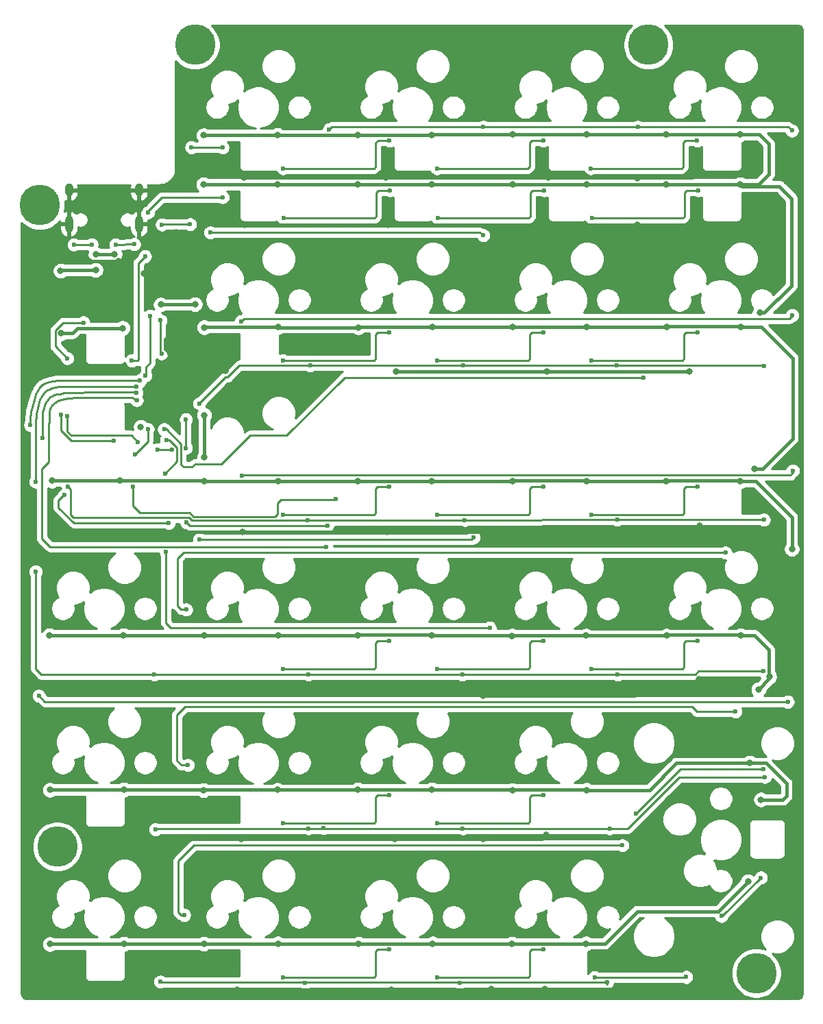
<source format=gtl>
%TF.GenerationSoftware,KiCad,Pcbnew,(5.1.7-0-10_14)*%
%TF.CreationDate,2020-11-03T23:52:54+09:00*%
%TF.ProjectId,contender,636f6e74-656e-4646-9572-2e6b69636164,rev?*%
%TF.SameCoordinates,Original*%
%TF.FileFunction,Copper,L1,Top*%
%TF.FilePolarity,Positive*%
%FSLAX46Y46*%
G04 Gerber Fmt 4.6, Leading zero omitted, Abs format (unit mm)*
G04 Created by KiCad (PCBNEW (5.1.7-0-10_14)) date 2020-11-03 23:52:54*
%MOMM*%
%LPD*%
G01*
G04 APERTURE LIST*
%TA.AperFunction,ComponentPad*%
%ADD10C,5.000000*%
%TD*%
%TA.AperFunction,ComponentPad*%
%ADD11O,1.000000X2.100000*%
%TD*%
%TA.AperFunction,ComponentPad*%
%ADD12O,1.000000X1.600000*%
%TD*%
%TA.AperFunction,ViaPad*%
%ADD13C,0.800000*%
%TD*%
%TA.AperFunction,ViaPad*%
%ADD14C,0.600000*%
%TD*%
%TA.AperFunction,Conductor*%
%ADD15C,0.381000*%
%TD*%
%TA.AperFunction,Conductor*%
%ADD16C,0.254000*%
%TD*%
%TA.AperFunction,Conductor*%
%ADD17C,0.100000*%
%TD*%
G04 APERTURE END LIST*
D10*
%TO.P,HOLE_M3,1*%
%TO.N,N/C*%
X31115000Y-126111000D03*
%TD*%
%TO.P,HOLE_M3,1*%
%TO.N,N/C*%
X28956000Y-46863000D03*
%TD*%
%TO.P,HOLE_M3,1*%
%TO.N,N/C*%
X48133000Y-27051000D03*
%TD*%
%TO.P,HOLE_M3,1*%
%TO.N,N/C*%
X104140000Y-27051000D03*
%TD*%
%TO.P,HOLE_M3,1*%
%TO.N,N/C*%
X117475000Y-141732000D03*
%TD*%
D11*
%TO.P,USB1,13*%
%TO.N,GND*%
X32555720Y-49203080D03*
X41195720Y-49203080D03*
D12*
X32555720Y-45023080D03*
X41195720Y-45023080D03*
%TD*%
D13*
%TO.N,GND*%
X38709600Y-53822600D03*
X35021327Y-53765814D03*
X61493400Y-70210680D03*
X56586120Y-68930520D03*
X51389280Y-72471280D03*
D14*
X44912280Y-65140840D03*
D13*
X46593760Y-62143640D03*
X35753040Y-143621760D03*
X91348560Y-143723360D03*
X72379840Y-143774160D03*
X53334920Y-143748760D03*
X35361880Y-125191520D03*
X91495880Y-124627640D03*
X53817520Y-125191520D03*
X72806560Y-125191520D03*
X35001200Y-106207560D03*
X110423960Y-105440480D03*
X35265360Y-87213440D03*
X110469680Y-86487000D03*
X92075000Y-87213440D03*
X71836280Y-87213440D03*
X54000400Y-87213440D03*
X54020720Y-106207560D03*
X71846440Y-106207560D03*
X92100400Y-106207560D03*
X54198520Y-43496940D03*
X110195360Y-42941240D03*
X71666660Y-43496940D03*
X91803780Y-43496940D03*
X119380000Y-133040120D03*
X54229000Y-49336960D03*
X110261400Y-48747680D03*
X91871800Y-49336960D03*
X71968360Y-49336960D03*
X41848480Y-55346600D03*
X45349328Y-55560128D03*
X43302480Y-55346600D03*
X45821600Y-50225960D03*
X48447960Y-50225960D03*
X102748080Y-43517260D03*
X102697280Y-106232960D03*
X83763560Y-107492240D03*
X84734400Y-143692880D03*
X83763560Y-125196600D03*
X102763320Y-49321720D03*
X102758240Y-87249000D03*
X73009760Y-67395280D03*
X109174280Y-67396360D03*
X91623960Y-67395280D03*
X48844200Y-66248280D03*
X43378120Y-87213440D03*
X66339720Y-64043560D03*
X60548520Y-64206120D03*
X51861720Y-67370960D03*
%TO.N,+5V*%
X58343800Y-38216840D03*
X49199800Y-38247320D03*
X77388720Y-38201600D03*
X68244720Y-38232080D03*
X96469200Y-38125400D03*
X87325200Y-38155880D03*
X106324400Y-38166040D03*
X115468400Y-38135560D03*
X115498880Y-44307760D03*
X106354880Y-44338240D03*
X96494600Y-44307760D03*
X87350600Y-44338240D03*
X68219320Y-44317920D03*
X77363320Y-44287440D03*
X58308240Y-44287440D03*
X49164240Y-44317920D03*
X49265840Y-61965840D03*
X58409840Y-61935360D03*
X77454760Y-61945520D03*
X68310760Y-61976000D03*
X87340440Y-61930280D03*
X96484440Y-61899800D03*
X106380280Y-61945520D03*
X115524280Y-61915040D03*
X106370120Y-80995520D03*
X115514120Y-80965040D03*
X87325200Y-80995520D03*
X96469200Y-80965040D03*
X68229480Y-80975200D03*
X77373480Y-80944720D03*
X58404760Y-80944720D03*
X49260760Y-80975200D03*
X39283640Y-99994720D03*
X30139640Y-100025200D03*
X30195520Y-119105680D03*
X39339520Y-119075200D03*
X30205680Y-138145520D03*
X39349680Y-138115040D03*
X49245520Y-100040440D03*
X58389520Y-100009960D03*
X77383640Y-100015040D03*
X68239640Y-100045520D03*
X96443800Y-100045520D03*
X87299800Y-100076000D03*
X115519200Y-100020120D03*
X106375200Y-100050600D03*
X87365840Y-119146320D03*
X96509840Y-119115840D03*
X77398880Y-119049800D03*
X68254880Y-119080280D03*
X58303160Y-119105680D03*
X49159160Y-119136160D03*
X58379360Y-138084560D03*
X49235360Y-138115040D03*
X77485240Y-138089640D03*
X68341240Y-138120120D03*
X96443800Y-138089640D03*
X87299800Y-138120120D03*
X43896280Y-59146440D03*
X48133000Y-59110880D03*
X116453920Y-130388360D03*
X30464760Y-80914240D03*
X38887400Y-80914240D03*
X118043960Y-120294400D03*
X117744240Y-106700320D03*
X116666901Y-115757400D03*
X121879360Y-89347040D03*
X119092414Y-105106716D03*
X117246400Y-79430880D03*
X39182040Y-62057280D03*
X31582360Y-62702440D03*
X117896640Y-60179501D03*
X49260760Y-72811640D03*
X41427400Y-74264520D03*
X49260760Y-78044040D03*
D14*
%TO.N,Net-(C4-Pad1)*%
X43845480Y-61097160D03*
X43977560Y-65181480D03*
%TO.N,ROWFN*%
X64703960Y-37515800D03*
X121874280Y-37658040D03*
X83748601Y-37215801D03*
X102819479Y-37215801D03*
X64470280Y-86436200D03*
X47101760Y-86080600D03*
X47007400Y-76860400D03*
X47015400Y-73329800D03*
%TO.N,ROW0*%
X62362080Y-66668280D03*
X118435120Y-66715640D03*
X100267400Y-66668280D03*
X81232640Y-66668280D03*
X48654103Y-71369307D03*
%TO.N,ROW1*%
X62077600Y-85801200D03*
X118409720Y-85730080D03*
X100282097Y-85743137D03*
X81463931Y-85751451D03*
X32451040Y-81671160D03*
X29281120Y-75636120D03*
X40915657Y-70044097D03*
%TO.N,ROW2*%
X43093640Y-104846120D03*
X118364000Y-104460040D03*
X62133480Y-104846120D03*
X81158080Y-104846120D03*
X100355400Y-104846120D03*
X28432760Y-92120720D03*
X40868600Y-69245480D03*
X28442920Y-81031080D03*
%TO.N,ROW3*%
X43256200Y-123977400D03*
X99349560Y-123860560D03*
X62118240Y-123860560D03*
X81224120Y-123860560D03*
X118531640Y-117515640D03*
X64018160Y-123818280D03*
X64363600Y-89072720D03*
X40939720Y-70962520D03*
%TO.N,ROW4*%
X43830240Y-142788640D03*
X99029520Y-142880080D03*
X80817720Y-142905480D03*
X61752480Y-142905480D03*
X45257720Y-77094080D03*
X43530520Y-77038200D03*
D13*
%TO.N,VCC*%
X38201375Y-52933375D03*
X35854640Y-52959000D03*
X35861713Y-54879216D03*
X31526480Y-54975760D03*
D14*
%TO.N,Net-(L1-Pad2)*%
X59024520Y-42331640D03*
X72166480Y-38892100D03*
%TO.N,RGBLED*%
X51536600Y-39756080D03*
X47670720Y-39725600D03*
X47522095Y-49241015D03*
X44053760Y-49265840D03*
X42021760Y-67909440D03*
X42575480Y-60553600D03*
%TO.N,Net-(L2-Pad2)*%
X78024520Y-42331640D03*
X91166480Y-38892100D03*
%TO.N,Net-(L3-Pad2)*%
X97024520Y-42331640D03*
X110166480Y-38892100D03*
%TO.N,Net-(L4-Pad2)*%
X53812440Y-61244860D03*
X121909840Y-60477400D03*
%TO.N,Net-(L5-Pad2)*%
X59009280Y-66041280D03*
X72151240Y-62601740D03*
%TO.N,Net-(L6-Pad2)*%
X91201240Y-62601740D03*
X78059280Y-66041280D03*
%TO.N,Net-(L7-Pad2)*%
X110251240Y-62601740D03*
X97109280Y-66041280D03*
%TO.N,Net-(L8-Pad2)*%
X53954680Y-80254220D03*
X121986040Y-79659480D03*
%TO.N,Net-(L10-Pad4)*%
X72151240Y-81651740D03*
X59009280Y-85091280D03*
%TO.N,Net-(L10-Pad2)*%
X91201240Y-81651740D03*
X78059280Y-85091280D03*
%TO.N,Net-(L11-Pad2)*%
X110251240Y-81651740D03*
X97109280Y-85091280D03*
%TO.N,Net-(L12-Pad2)*%
X47030640Y-96829880D03*
X113665000Y-89809320D03*
%TO.N,Net-(L13-Pad2)*%
X72151240Y-100701740D03*
X59009280Y-104141280D03*
%TO.N,Net-(L14-Pad2)*%
X91201240Y-100701740D03*
X78059280Y-104141280D03*
%TO.N,Net-(L15-Pad2)*%
X110251240Y-100701740D03*
X97109280Y-104141280D03*
%TO.N,Net-(L16-Pad2)*%
X47233840Y-116032280D03*
X114909600Y-109413040D03*
%TO.N,Net-(L17-Pad2)*%
X72151240Y-119751740D03*
X59009280Y-123191280D03*
%TO.N,Net-(L18-Pad2)*%
X91201240Y-119751740D03*
X78059280Y-123191280D03*
%TO.N,Net-(L19-Pad2)*%
X113177320Y-134686040D03*
X118038880Y-129946400D03*
%TO.N,Net-(L20-Pad2)*%
X118379240Y-116484400D03*
X102586664Y-121992264D03*
X100931986Y-125956054D03*
X46786800Y-134564120D03*
%TO.N,Net-(L21-Pad2)*%
X72151240Y-138801740D03*
X59009280Y-142241280D03*
%TO.N,Net-(L22-Pad2)*%
X91201240Y-138801740D03*
X78059280Y-142241280D03*
%TO.N,Net-(L23-Pad2)*%
X28834080Y-107482640D03*
X121361200Y-108219240D03*
X97490280Y-142241281D03*
X108813600Y-142219680D03*
%TO.N,Net-(L26-Pad2)*%
X44871640Y-86126320D03*
X32014160Y-82682080D03*
%TO.N,Net-(L27-Pad2)*%
X41051480Y-76103480D03*
X32344360Y-72887840D03*
%TO.N,Net-(L28-Pad2)*%
X38084760Y-75958320D03*
X31560827Y-72726349D03*
X32344360Y-65791080D03*
X34325560Y-61366780D03*
%TO.N,Net-(L29-Pad2)*%
X51541680Y-45897800D03*
X42346880Y-47736760D03*
X41948480Y-53187600D03*
X40319960Y-66060320D03*
%TO.N,Net-(L30-Pad2)*%
X59060080Y-48484800D03*
X72202040Y-45045260D03*
%TO.N,Net-(L31-Pad2)*%
X78110080Y-48484800D03*
X91252040Y-45045260D03*
%TO.N,Net-(L32-Pad2)*%
X97160080Y-48484800D03*
X110302040Y-45045260D03*
%TO.N,COL1*%
X50022760Y-50246280D03*
X83748880Y-50596800D03*
X82550000Y-87903940D03*
X48661320Y-88163400D03*
%TO.N,COL2*%
X65511680Y-83179920D03*
X40492680Y-81604740D03*
X40683560Y-77622400D03*
X42282273Y-74545937D03*
%TO.N,COL3*%
X44602400Y-75844400D03*
X84536280Y-99070160D03*
X44546520Y-89699720D03*
X44424600Y-80015080D03*
%TO.N,COL4*%
X44312840Y-74564240D03*
X103560880Y-68158360D03*
%TO.N,COL0*%
X27777440Y-74030840D03*
X41346120Y-68513960D03*
%TO.N,Net-(R2-Pad1)*%
X38313360Y-51729640D03*
X40594280Y-51699160D03*
%TO.N,Net-(R3-Pad1)*%
X35356800Y-51724560D03*
X33141920Y-51739800D03*
%TD*%
D15*
%TO.N,GND*%
X35042383Y-53786870D02*
X35021327Y-53765814D01*
X38450350Y-53786870D02*
X35042383Y-53786870D01*
X56530240Y-70210680D02*
X55184040Y-71556880D01*
X61493400Y-70210680D02*
X56530240Y-70210680D01*
X56586120Y-70154800D02*
X56530240Y-70210680D01*
X56586120Y-68930520D02*
X56586120Y-70154800D01*
X55184040Y-71556880D02*
X52969160Y-71556880D01*
X52054760Y-72471280D02*
X51389280Y-72471280D01*
X52969160Y-71556880D02*
X52054760Y-72471280D01*
X44912280Y-65140840D02*
X44912280Y-65135760D01*
X44912280Y-65135760D02*
X44434760Y-64658240D01*
X44434760Y-64658240D02*
X44434760Y-63469520D01*
X45760640Y-62143640D02*
X46593760Y-62143640D01*
X44434760Y-63469520D02*
X45760640Y-62143640D01*
X91495880Y-124698760D02*
X91495880Y-124627640D01*
X91003120Y-125191520D02*
X91495880Y-124698760D01*
X35361880Y-125191520D02*
X53817520Y-125191520D01*
X72806560Y-125191520D02*
X91003120Y-125191520D01*
X53817520Y-125191520D02*
X72806560Y-125191520D01*
X110423960Y-105623360D02*
X110423960Y-105440480D01*
X109839760Y-106207560D02*
X110423960Y-105623360D01*
X110434120Y-86487000D02*
X110469680Y-86487000D01*
X109707680Y-87213440D02*
X110434120Y-86487000D01*
X92075000Y-87213440D02*
X109707680Y-87213440D01*
X71836280Y-87213440D02*
X92075000Y-87213440D01*
X54000400Y-87213440D02*
X71836280Y-87213440D01*
X35001200Y-106207560D02*
X54020720Y-106207560D01*
X54020720Y-106207560D02*
X71846440Y-106207560D01*
X92100400Y-106207560D02*
X109839760Y-106207560D01*
X71846440Y-106207560D02*
X92100400Y-106207560D01*
X110102800Y-42941240D02*
X110195360Y-42941240D01*
X109547100Y-43496940D02*
X110102800Y-42941240D01*
X54198520Y-43496940D02*
X71666660Y-43496940D01*
X71666660Y-43496940D02*
X91803780Y-43496940D01*
X91348560Y-143723360D02*
X108696760Y-143723360D01*
X108696760Y-143723360D02*
X119380000Y-133040120D01*
X110200440Y-48747680D02*
X110261400Y-48747680D01*
X109611160Y-49336960D02*
X110200440Y-48747680D01*
X91871800Y-49336960D02*
X109611160Y-49336960D01*
X71968360Y-49336960D02*
X91871800Y-49336960D01*
X54229000Y-49336960D02*
X71968360Y-49336960D01*
X45135800Y-55346600D02*
X45349328Y-55560128D01*
X41848480Y-55346600D02*
X45135800Y-55346600D01*
X45821600Y-50225960D02*
X48447960Y-50225960D01*
X102727760Y-43496940D02*
X102748080Y-43517260D01*
X102629260Y-43496940D02*
X102727760Y-43496940D01*
X91803780Y-43496940D02*
X102629260Y-43496940D01*
X102629260Y-43496940D02*
X109547100Y-43496940D01*
X84734400Y-143814800D02*
X91323160Y-143814800D01*
X36083240Y-143814800D02*
X84734400Y-143814800D01*
X102697280Y-107223560D02*
X102697280Y-106232960D01*
X102428600Y-107492240D02*
X102697280Y-107223560D01*
X83763560Y-107492240D02*
X102428600Y-107492240D01*
X109173200Y-67395280D02*
X109174280Y-67396360D01*
X91623960Y-67395280D02*
X109173200Y-67395280D01*
X73009760Y-67395280D02*
X91623960Y-67395280D01*
X44912280Y-65140840D02*
X47188120Y-65140840D01*
X48295560Y-66248280D02*
X48844200Y-66248280D01*
X47188120Y-65140840D02*
X48295560Y-66248280D01*
X43378120Y-87213440D02*
X54000400Y-87213440D01*
X35265360Y-87213440D02*
X43378120Y-87213440D01*
X60711080Y-64043560D02*
X60548520Y-64206120D01*
X66339720Y-64043560D02*
X60711080Y-64043560D01*
X50739040Y-66248280D02*
X51861720Y-67370960D01*
X48844200Y-66248280D02*
X50739040Y-66248280D01*
%TO.N,+5V*%
X58343800Y-38216840D02*
X58343800Y-38191440D01*
X49403000Y-38216840D02*
X49362360Y-38257480D01*
X58343800Y-38216840D02*
X49403000Y-38216840D01*
X77388720Y-38201600D02*
X77388720Y-38176200D01*
X68447920Y-38201600D02*
X68407280Y-38242240D01*
X77388720Y-38201600D02*
X68447920Y-38201600D01*
X96469200Y-38125400D02*
X96469200Y-38100000D01*
X87528400Y-38125400D02*
X87487760Y-38166040D01*
X96469200Y-38125400D02*
X87528400Y-38125400D01*
X106527600Y-38135560D02*
X106486960Y-38176200D01*
X115468400Y-38135560D02*
X106527600Y-38135560D01*
X115468400Y-38135560D02*
X115468400Y-38110160D01*
X115498880Y-44307760D02*
X106558080Y-44307760D01*
X106558080Y-44307760D02*
X106517440Y-44348400D01*
X115498880Y-44307760D02*
X115498880Y-44282360D01*
X87553800Y-44307760D02*
X87513160Y-44348400D01*
X96494600Y-44307760D02*
X96494600Y-44282360D01*
X96494600Y-44307760D02*
X87553800Y-44307760D01*
X68422520Y-44287440D02*
X68381880Y-44328080D01*
X77363320Y-44287440D02*
X77363320Y-44262040D01*
X77363320Y-44287440D02*
X68422520Y-44287440D01*
X58308240Y-44287440D02*
X58308240Y-44262040D01*
X58308240Y-44287440D02*
X49367440Y-44287440D01*
X49367440Y-44287440D02*
X49326800Y-44328080D01*
X58409840Y-61935360D02*
X49469040Y-61935360D01*
X58409840Y-61935360D02*
X58409840Y-61909960D01*
X49469040Y-61935360D02*
X49428400Y-61976000D01*
X77454760Y-61945520D02*
X77454760Y-61920120D01*
X77454760Y-61889640D02*
X68513960Y-61889640D01*
X87543640Y-61899800D02*
X87503000Y-61940440D01*
X96484440Y-61899800D02*
X87543640Y-61899800D01*
X96484440Y-61899800D02*
X96484440Y-61874400D01*
X106583480Y-61915040D02*
X106542840Y-61955680D01*
X115524280Y-61915040D02*
X115524280Y-61889640D01*
X115524280Y-61843920D02*
X106583480Y-61843920D01*
X115514120Y-80965040D02*
X115514120Y-80939640D01*
X106573320Y-80965040D02*
X106532680Y-81005680D01*
X115514120Y-80873600D02*
X106573320Y-80873600D01*
X96453960Y-80873600D02*
X87513160Y-80873600D01*
X87528400Y-80965040D02*
X87487760Y-81005680D01*
X96469200Y-80965040D02*
X96469200Y-80939640D01*
X68432680Y-80944720D02*
X68392040Y-80985360D01*
X77373480Y-80944720D02*
X68432680Y-80944720D01*
X77373480Y-80944720D02*
X77373480Y-80919320D01*
X58404760Y-80944720D02*
X58404760Y-80919320D01*
X58404760Y-80944720D02*
X49463960Y-80944720D01*
X49463960Y-80944720D02*
X49423320Y-80985360D01*
X39283640Y-99994720D02*
X39283640Y-99969320D01*
X39283640Y-99994720D02*
X30342840Y-99994720D01*
X30342840Y-99994720D02*
X30302200Y-100035360D01*
X30398720Y-119075200D02*
X30358080Y-119115840D01*
X39339520Y-119075200D02*
X39339520Y-119049800D01*
X39339520Y-119075200D02*
X30398720Y-119075200D01*
X39349680Y-138115040D02*
X39349680Y-138089640D01*
X39349680Y-138115040D02*
X30408880Y-138115040D01*
X30408880Y-138115040D02*
X30368240Y-138155680D01*
X49448720Y-100009960D02*
X49408080Y-100050600D01*
X58389520Y-100009960D02*
X49448720Y-100009960D01*
X58389520Y-100009960D02*
X58389520Y-99984560D01*
X77383640Y-100015040D02*
X77383640Y-99989640D01*
X77383640Y-99964240D02*
X68442840Y-99964240D01*
X96433640Y-99974400D02*
X87492840Y-99974400D01*
X96443800Y-100045520D02*
X96443800Y-100020120D01*
X87503000Y-100045520D02*
X87462360Y-100086160D01*
X115519200Y-100020120D02*
X115519200Y-99994720D01*
X106578400Y-100020120D02*
X106537760Y-100060760D01*
X115478560Y-99964240D02*
X106537760Y-99964240D01*
X96509840Y-119024400D02*
X87569040Y-119024400D01*
X96509840Y-119115840D02*
X96509840Y-119090440D01*
X87569040Y-119115840D02*
X87528400Y-119156480D01*
X77398880Y-119049800D02*
X68458080Y-119049800D01*
X77398880Y-119049800D02*
X77398880Y-119024400D01*
X68458080Y-119049800D02*
X68417440Y-119090440D01*
X58303160Y-119105680D02*
X58303160Y-119080280D01*
X49362360Y-119105680D02*
X49321720Y-119146320D01*
X58303160Y-119105680D02*
X49362360Y-119105680D01*
X49438560Y-138084560D02*
X49397920Y-138125200D01*
X58379360Y-138084560D02*
X49438560Y-138084560D01*
X58379360Y-138084560D02*
X58379360Y-138059160D01*
X68544440Y-138089640D02*
X68503800Y-138130280D01*
X77485240Y-138089640D02*
X68544440Y-138089640D01*
X77485240Y-138089640D02*
X77485240Y-138064240D01*
X96443800Y-138089640D02*
X96443800Y-138064240D01*
X96443800Y-138089640D02*
X87503000Y-138089640D01*
X87503000Y-138089640D02*
X87462360Y-138130280D01*
X48097440Y-59146440D02*
X48133000Y-59110880D01*
X43896280Y-59146440D02*
X48097440Y-59146440D01*
X39349680Y-138115040D02*
X49235360Y-138115040D01*
X68305680Y-138084560D02*
X68341240Y-138120120D01*
X58379360Y-138084560D02*
X68305680Y-138084560D01*
X77515720Y-138120120D02*
X77485240Y-138089640D01*
X87299800Y-138120120D02*
X77515720Y-138120120D01*
X49098200Y-119075200D02*
X49159160Y-119136160D01*
X39339520Y-119075200D02*
X49098200Y-119075200D01*
X68229480Y-119105680D02*
X68254880Y-119080280D01*
X58303160Y-119105680D02*
X68229480Y-119105680D01*
X87269320Y-119049800D02*
X87365840Y-119146320D01*
X77398880Y-119049800D02*
X87269320Y-119049800D01*
X49199800Y-99994720D02*
X49245520Y-100040440D01*
X39283640Y-99994720D02*
X49199800Y-99994720D01*
X68204080Y-100009960D02*
X68239640Y-100045520D01*
X58389520Y-100009960D02*
X68204080Y-100009960D01*
X87238840Y-100015040D02*
X87299800Y-100076000D01*
X77383640Y-100015040D02*
X87238840Y-100015040D01*
X106370120Y-100045520D02*
X106375200Y-100050600D01*
X96443800Y-100045520D02*
X106370120Y-100045520D01*
X96443800Y-138089640D02*
X98755200Y-138089640D01*
X98755200Y-138089640D02*
X102748080Y-134096760D01*
X112745520Y-134096760D02*
X116453920Y-130388360D01*
X102748080Y-134096760D02*
X112745520Y-134096760D01*
X68199000Y-80944720D02*
X68229480Y-80975200D01*
X58404760Y-80944720D02*
X68199000Y-80944720D01*
X87274400Y-80944720D02*
X87325200Y-80995520D01*
X77373480Y-80944720D02*
X87274400Y-80944720D01*
X106339640Y-80965040D02*
X106370120Y-80995520D01*
X96469200Y-80965040D02*
X106339640Y-80965040D01*
X96530160Y-61945520D02*
X96484440Y-61899800D01*
X106380280Y-61945520D02*
X96530160Y-61945520D01*
X77470000Y-61930280D02*
X77454760Y-61945520D01*
X87340440Y-61930280D02*
X77470000Y-61930280D01*
X58450480Y-61976000D02*
X58409840Y-61935360D01*
X68310760Y-61976000D02*
X58450480Y-61976000D01*
X68188840Y-44287440D02*
X68219320Y-44317920D01*
X58308240Y-44287440D02*
X68188840Y-44287440D01*
X87299800Y-44287440D02*
X87350600Y-44338240D01*
X77363320Y-44287440D02*
X87299800Y-44287440D01*
X106324400Y-44307760D02*
X106354880Y-44338240D01*
X96494600Y-44307760D02*
X106324400Y-44307760D01*
X96509840Y-38166040D02*
X96469200Y-38125400D01*
X106324400Y-38166040D02*
X96509840Y-38166040D01*
X77434440Y-38155880D02*
X77388720Y-38201600D01*
X87325200Y-38155880D02*
X77434440Y-38155880D01*
X58359040Y-38232080D02*
X58343800Y-38216840D01*
X68244720Y-38232080D02*
X58359040Y-38232080D01*
X38887400Y-80914240D02*
X30464760Y-80914240D01*
X49199800Y-80914240D02*
X49260760Y-80975200D01*
X38887400Y-80914240D02*
X49199800Y-80914240D01*
X96509840Y-119115840D02*
X104256840Y-119115840D01*
X118710681Y-115793899D02*
X121198640Y-118281858D01*
X107578781Y-115793899D02*
X118710681Y-115793899D01*
X104256840Y-119115840D02*
X107578781Y-115793899D01*
X121198640Y-118281858D02*
X121198640Y-119847360D01*
X120751600Y-120294400D02*
X118043960Y-120294400D01*
X121198640Y-119847360D02*
X120751600Y-120294400D01*
X115519200Y-100020120D02*
X117256560Y-100020120D01*
X119054501Y-101818061D02*
X119054501Y-105390059D01*
X117256560Y-100020120D02*
X119054501Y-101818061D01*
X119054501Y-105390059D02*
X117744240Y-106700320D01*
X115514120Y-80965040D02*
X117424200Y-80965040D01*
X121879360Y-85420200D02*
X121879360Y-89347040D01*
X117424200Y-80965040D02*
X121879360Y-85420200D01*
X115524280Y-61915040D02*
X118094760Y-61915040D01*
X118094760Y-61915040D02*
X121955560Y-65775840D01*
X118233382Y-79430880D02*
X117246400Y-79430880D01*
X121955560Y-75708702D02*
X118233382Y-79430880D01*
X121955560Y-65775840D02*
X121955560Y-75708702D01*
X115468400Y-38135560D02*
X117881400Y-38135560D01*
X117881400Y-38135560D02*
X119024400Y-39278560D01*
X119024400Y-39278560D02*
X119024400Y-43012360D01*
X117729000Y-44307760D02*
X115498880Y-44307760D01*
X119024400Y-43012360D02*
X117729000Y-44307760D01*
X39182040Y-62057280D02*
X33619440Y-62057280D01*
X32974280Y-62702440D02*
X31582360Y-62702440D01*
X33619440Y-62057280D02*
X32974280Y-62702440D01*
X118462325Y-60179501D02*
X121833640Y-56808186D01*
X117896640Y-60179501D02*
X118462325Y-60179501D01*
X121833640Y-56808186D02*
X121833640Y-46050200D01*
X121833640Y-46050200D02*
X120309640Y-44526200D01*
X115717320Y-44526200D02*
X115498880Y-44307760D01*
X120309640Y-44526200D02*
X115717320Y-44526200D01*
X49143920Y-80858360D02*
X49260760Y-80975200D01*
X49260760Y-72811640D02*
X49260760Y-78044040D01*
D16*
%TO.N,Net-(C4-Pad1)*%
X43835320Y-61087000D02*
X43845480Y-61097160D01*
X43845480Y-65049400D02*
X43977560Y-65181480D01*
X43845480Y-61097160D02*
X43845480Y-65049400D01*
%TO.N,ROWFN*%
X121432041Y-37215801D02*
X121874280Y-37658040D01*
X64703960Y-37515800D02*
X65003959Y-37215801D01*
X65003959Y-37215801D02*
X83748601Y-37215801D01*
X102819479Y-37215801D02*
X121432041Y-37215801D01*
X83748601Y-37215801D02*
X102819479Y-37215801D01*
X47457360Y-86436200D02*
X47101760Y-86080600D01*
X64470280Y-86436200D02*
X47457360Y-86436200D01*
X47007400Y-76860400D02*
X47015400Y-73329800D01*
%TO.N,ROW0*%
X118387760Y-66668280D02*
X118435120Y-66715640D01*
X100267400Y-66668280D02*
X118387760Y-66668280D01*
X81232640Y-66668280D02*
X100267400Y-66668280D01*
X62362080Y-66668280D02*
X81232640Y-66668280D01*
X62362080Y-66668280D02*
X53621040Y-66668280D01*
X53621040Y-66687602D02*
X52180762Y-68127880D01*
X53621040Y-66668280D02*
X53621040Y-66687602D01*
X52180762Y-68127880D02*
X51861720Y-68127880D01*
X51861720Y-68127880D02*
X48646080Y-71343520D01*
X48654103Y-71351543D02*
X48654103Y-71369307D01*
X48646080Y-71343520D02*
X48654103Y-71351543D01*
%TO.N,ROW1*%
X62077600Y-85801200D02*
X62118801Y-85759999D01*
X118404640Y-85735160D02*
X118409720Y-85730080D01*
X118338600Y-85735160D02*
X118404640Y-85735160D01*
X100282097Y-85743137D02*
X118338600Y-85735160D01*
X81463931Y-85751451D02*
X100282097Y-85743137D01*
X62118801Y-85759999D02*
X81463931Y-85751451D01*
X47728761Y-85801200D02*
X47368081Y-85440520D01*
X62077600Y-85801200D02*
X47728761Y-85801200D01*
X47368081Y-85440520D02*
X33141920Y-85440520D01*
X33141920Y-85440520D02*
X33103266Y-85440520D01*
X33103266Y-85440520D02*
X32756833Y-85094087D01*
X32756833Y-81976953D02*
X32451040Y-81671160D01*
X32756833Y-85094087D02*
X32756833Y-81976953D01*
X32552640Y-70007480D02*
X36230560Y-69977000D01*
X31699200Y-70139560D02*
X31937960Y-70083680D01*
X31384240Y-70175120D02*
X31699200Y-70139560D01*
X29281120Y-75636120D02*
X29265880Y-72862440D01*
X30698440Y-70337680D02*
X31059120Y-70251320D01*
X29712920Y-71206360D02*
X29926280Y-70876160D01*
X31937960Y-70083680D02*
X32263080Y-70037960D01*
X29433520Y-71958200D02*
X29570680Y-71546720D01*
X30190440Y-70566280D02*
X30439360Y-70449440D01*
X31059120Y-70251320D02*
X31384240Y-70175120D01*
X29306520Y-72456040D02*
X29433520Y-71958200D01*
X29926280Y-70876160D02*
X30190440Y-70566280D01*
X36230560Y-69977000D02*
X39786560Y-69966840D01*
X29265880Y-72862440D02*
X29306520Y-72456040D01*
X30439360Y-70449440D02*
X30698440Y-70337680D01*
X32263080Y-70037960D02*
X32552640Y-70007480D01*
X29570680Y-71546720D02*
X29712920Y-71206360D01*
X40838400Y-69966840D02*
X40915657Y-70044097D01*
X39786560Y-69966840D02*
X40838400Y-69966840D01*
%TO.N,ROW2*%
X109942358Y-104846120D02*
X110328438Y-104460040D01*
X110328438Y-104460040D02*
X118364000Y-104460040D01*
X43093640Y-104846120D02*
X62133480Y-104846120D01*
X62133480Y-104846120D02*
X81158080Y-104846120D01*
X100355400Y-104846120D02*
X109942358Y-104846120D01*
X81158080Y-104846120D02*
X100355400Y-104846120D01*
X43093640Y-104846120D02*
X29154120Y-104846120D01*
X28432760Y-104124760D02*
X28432760Y-92120720D01*
X29154120Y-104846120D02*
X28432760Y-104124760D01*
X40660320Y-69255640D02*
X40665400Y-69250560D01*
X40858440Y-69255640D02*
X40868600Y-69245480D01*
X40660320Y-69255640D02*
X40858440Y-69255640D01*
X31308040Y-69255640D02*
X40858440Y-69255640D01*
X30129480Y-69585840D02*
X30495240Y-69448680D01*
X30495240Y-69448680D02*
X31308040Y-69255640D01*
X29905960Y-69692520D02*
X30129480Y-69585840D01*
X29392880Y-70195440D02*
X29570680Y-69971920D01*
X28966160Y-70921880D02*
X29220160Y-70439280D01*
X28468320Y-73477120D02*
X28503880Y-73004680D01*
X28762960Y-71495920D02*
X28966160Y-70921880D01*
X28536988Y-72555188D02*
X28656280Y-71958200D01*
X28468320Y-74472800D02*
X28468320Y-73477120D01*
X28463240Y-74477880D02*
X28468320Y-74472800D01*
X29570680Y-69971920D02*
X29905960Y-69692520D01*
X28442920Y-81031080D02*
X28463240Y-74477880D01*
X28503880Y-73004680D02*
X28536988Y-72555188D01*
X28656280Y-71958200D02*
X28762960Y-71495920D01*
X29220160Y-70439280D02*
X29392880Y-70195440D01*
%TO.N,ROW3*%
X43256200Y-123977400D02*
X43373040Y-123860560D01*
X43373040Y-123860560D02*
X62118240Y-123860560D01*
X81224120Y-123860560D02*
X99349560Y-123860560D01*
X99349560Y-123860560D02*
X101605080Y-123860560D01*
X107950000Y-117515640D02*
X118531640Y-117515640D01*
X101605080Y-123860560D02*
X107950000Y-117515640D01*
X63975880Y-123860560D02*
X64018160Y-123818280D01*
X63901320Y-123860560D02*
X63975880Y-123860560D01*
X62118240Y-123860560D02*
X63901320Y-123860560D01*
X63901320Y-123860560D02*
X81224120Y-123860560D01*
X32090360Y-70769480D02*
X32430720Y-70703440D01*
X31186120Y-71023480D02*
X31567120Y-70911720D01*
X30876240Y-71191120D02*
X31186120Y-71023480D01*
X30490160Y-71587360D02*
X30876240Y-71191120D01*
X30134560Y-72450960D02*
X30251400Y-71988680D01*
X30251400Y-71988680D02*
X30490160Y-71587360D01*
X30093920Y-72857360D02*
X30134560Y-72450960D01*
X33609445Y-70657885D02*
X40492680Y-70672960D01*
X31567120Y-70911720D02*
X32090360Y-70769480D01*
X29220160Y-79476600D02*
X30078680Y-78618080D01*
X30078680Y-74015600D02*
X30088840Y-73538080D01*
X29220160Y-88071960D02*
X29220160Y-79476600D01*
X30078680Y-78618080D02*
X30078680Y-74015600D01*
X30220920Y-89072720D02*
X29220160Y-88071960D01*
X30088840Y-73538080D02*
X30093920Y-72857360D01*
X32430720Y-70703440D02*
X33609445Y-70657885D01*
X64363600Y-89072720D02*
X30220920Y-89072720D01*
X40492680Y-70672960D02*
X40492680Y-70683120D01*
X40772080Y-70962520D02*
X40939720Y-70962520D01*
X40492680Y-70683120D02*
X40772080Y-70962520D01*
%TO.N,ROW4*%
X98845001Y-142868281D02*
X99049840Y-143073120D01*
X43909881Y-142868281D02*
X98845001Y-142868281D01*
X43830240Y-142788640D02*
X43909881Y-142868281D01*
X43586400Y-77094080D02*
X43530520Y-77038200D01*
X45257720Y-77094080D02*
X43586400Y-77094080D01*
D15*
%TO.N,VCC*%
X35880265Y-52933375D02*
X35854640Y-52959000D01*
X38201375Y-52933375D02*
X35880265Y-52933375D01*
X31623024Y-54879216D02*
X31526480Y-54975760D01*
X32207224Y-54879216D02*
X31623024Y-54879216D01*
X35861713Y-54879216D02*
X32207224Y-54879216D01*
X32207224Y-54879216D02*
X31836384Y-54879216D01*
D16*
%TO.N,Net-(L1-Pad2)*%
X59024520Y-42331640D02*
X70119240Y-42331640D01*
X70119240Y-42331640D02*
X70241160Y-42331640D01*
X70241160Y-42331640D02*
X70454520Y-42118280D01*
X70454520Y-42118280D02*
X70454520Y-39176960D01*
X70739380Y-38892100D02*
X72166480Y-38892100D01*
X70454520Y-39176960D02*
X70739380Y-38892100D01*
%TO.N,RGBLED*%
X51536600Y-39756080D02*
X47670720Y-39725600D01*
X47670720Y-39725600D02*
X47670720Y-39725600D01*
X44078585Y-49241015D02*
X44053760Y-49265840D01*
X47522095Y-49241015D02*
X44078585Y-49241015D01*
X42037000Y-67259200D02*
X42037000Y-67863720D01*
X42037000Y-66893440D02*
X42037000Y-67259200D01*
X42575480Y-66354960D02*
X42037000Y-66893440D01*
X42575480Y-60553600D02*
X42575480Y-66354960D01*
%TO.N,Net-(L2-Pad2)*%
X89241160Y-42331640D02*
X89454520Y-42118280D01*
X78024520Y-42331640D02*
X89119240Y-42331640D01*
X89119240Y-42331640D02*
X89241160Y-42331640D01*
X89739380Y-38892100D02*
X91166480Y-38892100D01*
X89454520Y-39176960D02*
X89739380Y-38892100D01*
X89454520Y-42118280D02*
X89454520Y-39176960D01*
%TO.N,Net-(L3-Pad2)*%
X108241160Y-42331640D02*
X108454520Y-42118280D01*
X97024520Y-42331640D02*
X108119240Y-42331640D01*
X108119240Y-42331640D02*
X108241160Y-42331640D01*
X108739380Y-38892100D02*
X110166480Y-38892100D01*
X108454520Y-39176960D02*
X108739380Y-38892100D01*
X108454520Y-42118280D02*
X108454520Y-39176960D01*
%TO.N,Net-(L4-Pad2)*%
X54150799Y-60906501D02*
X121546779Y-60906501D01*
X53812440Y-61244860D02*
X54150799Y-60906501D01*
X121909840Y-60543440D02*
X121909840Y-60477400D01*
X121546779Y-60906501D02*
X121909840Y-60543440D01*
%TO.N,Net-(L5-Pad2)*%
X70225920Y-66041280D02*
X70439280Y-65827920D01*
X70104000Y-66041280D02*
X70225920Y-66041280D01*
X70724140Y-62601740D02*
X72151240Y-62601740D01*
X59009280Y-66041280D02*
X70104000Y-66041280D01*
X70439280Y-62886600D02*
X70724140Y-62601740D01*
X70439280Y-65827920D02*
X70439280Y-62886600D01*
%TO.N,Net-(L6-Pad2)*%
X89154000Y-66041280D02*
X89275920Y-66041280D01*
X89489280Y-62886600D02*
X89774140Y-62601740D01*
X89774140Y-62601740D02*
X91201240Y-62601740D01*
X89275920Y-66041280D02*
X89489280Y-65827920D01*
X78059280Y-66041280D02*
X89154000Y-66041280D01*
X89489280Y-65827920D02*
X89489280Y-62886600D01*
%TO.N,Net-(L7-Pad2)*%
X108204000Y-66041280D02*
X108325920Y-66041280D01*
X108539280Y-62886600D02*
X108824140Y-62601740D01*
X108824140Y-62601740D02*
X110251240Y-62601740D01*
X108325920Y-66041280D02*
X108539280Y-65827920D01*
X97109280Y-66041280D02*
X108204000Y-66041280D01*
X108539280Y-65827920D02*
X108539280Y-62886600D01*
%TO.N,Net-(L8-Pad2)*%
X53991181Y-80217719D02*
X121697041Y-80217719D01*
X53954680Y-80254220D02*
X53991181Y-80217719D01*
X121986040Y-79928720D02*
X121986040Y-79659480D01*
X121697041Y-80217719D02*
X121986040Y-79928720D01*
%TO.N,Net-(L10-Pad4)*%
X70104000Y-85091280D02*
X70225920Y-85091280D01*
X70439280Y-81936600D02*
X70724140Y-81651740D01*
X70724140Y-81651740D02*
X72151240Y-81651740D01*
X70225920Y-85091280D02*
X70439280Y-84877920D01*
X59009280Y-85091280D02*
X70104000Y-85091280D01*
X70439280Y-84877920D02*
X70439280Y-81936600D01*
%TO.N,Net-(L10-Pad2)*%
X89154000Y-85091280D02*
X89275920Y-85091280D01*
X89489280Y-81936600D02*
X89774140Y-81651740D01*
X89774140Y-81651740D02*
X91201240Y-81651740D01*
X89275920Y-85091280D02*
X89489280Y-84877920D01*
X78059280Y-85091280D02*
X89154000Y-85091280D01*
X89489280Y-84877920D02*
X89489280Y-81936600D01*
%TO.N,Net-(L11-Pad2)*%
X108204000Y-85091280D02*
X108325920Y-85091280D01*
X108539280Y-81936600D02*
X108824140Y-81651740D01*
X108824140Y-81651740D02*
X110251240Y-81651740D01*
X108325920Y-85091280D02*
X108539280Y-84877920D01*
X97109280Y-85091280D02*
X108204000Y-85091280D01*
X108539280Y-84877920D02*
X108539280Y-81936600D01*
%TO.N,Net-(L12-Pad2)*%
X47030640Y-96829880D02*
X46421040Y-96829880D01*
X46421040Y-96829880D02*
X45928280Y-96337120D01*
X45928280Y-96337120D02*
X45928280Y-90535760D01*
X46685441Y-89778599D02*
X113634279Y-89778599D01*
X113634279Y-89778599D02*
X113665000Y-89809320D01*
X45928280Y-90535760D02*
X46685441Y-89778599D01*
%TO.N,Net-(L13-Pad2)*%
X70104000Y-104141280D02*
X70225920Y-104141280D01*
X70439280Y-100986600D02*
X70724140Y-100701740D01*
X70724140Y-100701740D02*
X72151240Y-100701740D01*
X70225920Y-104141280D02*
X70439280Y-103927920D01*
X59009280Y-104141280D02*
X70104000Y-104141280D01*
X70439280Y-103927920D02*
X70439280Y-100986600D01*
%TO.N,Net-(L14-Pad2)*%
X89154000Y-104141280D02*
X89275920Y-104141280D01*
X89489280Y-100986600D02*
X89774140Y-100701740D01*
X89774140Y-100701740D02*
X91201240Y-100701740D01*
X89275920Y-104141280D02*
X89489280Y-103927920D01*
X78059280Y-104141280D02*
X89154000Y-104141280D01*
X89489280Y-103927920D02*
X89489280Y-100986600D01*
%TO.N,Net-(L15-Pad2)*%
X108204000Y-104141280D02*
X108325920Y-104141280D01*
X108539280Y-100986600D02*
X108824140Y-100701740D01*
X108824140Y-100701740D02*
X110251240Y-100701740D01*
X108325920Y-104141280D02*
X108539280Y-103927920D01*
X97109280Y-104141280D02*
X108204000Y-104141280D01*
X108539280Y-103927920D02*
X108539280Y-100986600D01*
%TO.N,Net-(L16-Pad2)*%
X47233840Y-116032280D02*
X46441360Y-116032280D01*
X46441360Y-116032280D02*
X45892720Y-115483640D01*
X45892720Y-115483640D02*
X45892720Y-109824520D01*
X46888641Y-108828599D02*
X109524559Y-108828599D01*
X45892720Y-109824520D02*
X46888641Y-108828599D01*
X109524559Y-108828599D02*
X110119160Y-109423200D01*
X110129320Y-109413040D02*
X114909600Y-109413040D01*
X110119160Y-109423200D02*
X110129320Y-109413040D01*
%TO.N,Net-(L17-Pad2)*%
X70225920Y-123191280D02*
X70439280Y-122977920D01*
X70104000Y-123191280D02*
X70225920Y-123191280D01*
X70439280Y-120036600D02*
X70724140Y-119751740D01*
X70724140Y-119751740D02*
X72151240Y-119751740D01*
X59009280Y-123191280D02*
X70104000Y-123191280D01*
X70439280Y-122977920D02*
X70439280Y-120036600D01*
%TO.N,Net-(L18-Pad2)*%
X89275920Y-123191280D02*
X89489280Y-122977920D01*
X89154000Y-123191280D02*
X89275920Y-123191280D01*
X89489280Y-120036600D02*
X89774140Y-119751740D01*
X89774140Y-119751740D02*
X91201240Y-119751740D01*
X78059280Y-123191280D02*
X89154000Y-123191280D01*
X89489280Y-122977920D02*
X89489280Y-120036600D01*
%TO.N,Net-(L19-Pad2)*%
X113299240Y-134686040D02*
X118038880Y-129946400D01*
X113177320Y-134686040D02*
X113299240Y-134686040D01*
%TO.N,Net-(L20-Pad2)*%
X108094528Y-116484400D02*
X102586664Y-121992264D01*
X118379240Y-116484400D02*
X108094528Y-116484400D01*
X47988226Y-125956054D02*
X100931986Y-125956054D01*
X46064410Y-134243050D02*
X46064410Y-127879870D01*
X46385480Y-134564120D02*
X46064410Y-134243050D01*
X46064410Y-127879870D02*
X47988226Y-125956054D01*
X46786800Y-134564120D02*
X46385480Y-134564120D01*
%TO.N,Net-(L21-Pad2)*%
X70225920Y-142241280D02*
X70439280Y-142027920D01*
X70104000Y-142241280D02*
X70225920Y-142241280D01*
X70439280Y-139086600D02*
X70724140Y-138801740D01*
X70724140Y-138801740D02*
X72151240Y-138801740D01*
X59009280Y-142241280D02*
X70104000Y-142241280D01*
X70439280Y-142027920D02*
X70439280Y-139086600D01*
%TO.N,Net-(L22-Pad2)*%
X89275920Y-142241280D02*
X89489280Y-142027920D01*
X89154000Y-142241280D02*
X89275920Y-142241280D01*
X89489280Y-139086600D02*
X89774140Y-138801740D01*
X89774140Y-138801740D02*
X91201240Y-138801740D01*
X78059280Y-142241280D02*
X89154000Y-142241280D01*
X89489280Y-142027920D02*
X89489280Y-139086600D01*
%TO.N,Net-(L23-Pad2)*%
X29570680Y-108219240D02*
X121361200Y-108219240D01*
X28834080Y-107482640D02*
X29570680Y-108219240D01*
X108791999Y-142241281D02*
X108813600Y-142219680D01*
X97490280Y-142241281D02*
X108791999Y-142241281D01*
%TO.N,Net-(L26-Pad2)*%
X44871640Y-86126320D02*
X33147000Y-86126320D01*
X33147000Y-86126320D02*
X31262320Y-84241640D01*
X31262320Y-84241640D02*
X31262320Y-83296760D01*
X31877000Y-82682080D02*
X32014160Y-82682080D01*
X31262320Y-83296760D02*
X31877000Y-82682080D01*
%TO.N,Net-(L27-Pad2)*%
X41051480Y-76103480D02*
X40279320Y-75331320D01*
X40279320Y-75331320D02*
X32816800Y-75331320D01*
X32344360Y-74858880D02*
X32344360Y-72887840D01*
X32816800Y-75331320D02*
X32344360Y-74858880D01*
%TO.N,Net-(L28-Pad2)*%
X31560827Y-74717414D02*
X31560827Y-72726349D01*
X32801733Y-75958320D02*
X31560827Y-74717414D01*
X38084760Y-75958320D02*
X32801733Y-75958320D01*
X31842058Y-61366780D02*
X34325560Y-61366780D01*
X30855359Y-62353479D02*
X31842058Y-61366780D01*
X30855359Y-64302079D02*
X30855359Y-62353479D01*
X32344360Y-65791080D02*
X30855359Y-64302079D01*
%TO.N,Net-(L29-Pad2)*%
X51541680Y-45897800D02*
X44018200Y-45897800D01*
X42346880Y-47569120D02*
X42346880Y-47736760D01*
X44018200Y-45897800D02*
X42346880Y-47569120D01*
X41121479Y-54014601D02*
X41121479Y-66015721D01*
X41948480Y-53187600D02*
X41121479Y-54014601D01*
X41076880Y-66060320D02*
X40319960Y-66060320D01*
X41121479Y-66015721D02*
X41076880Y-66060320D01*
%TO.N,Net-(L30-Pad2)*%
X70276720Y-48484800D02*
X70490080Y-48271440D01*
X59060080Y-48484800D02*
X70154800Y-48484800D01*
X70154800Y-48484800D02*
X70276720Y-48484800D01*
X70774940Y-45045260D02*
X72202040Y-45045260D01*
X70490080Y-45330120D02*
X70774940Y-45045260D01*
X70490080Y-48271440D02*
X70490080Y-45330120D01*
%TO.N,Net-(L31-Pad2)*%
X89326720Y-48484800D02*
X89540080Y-48271440D01*
X89204800Y-48484800D02*
X89326720Y-48484800D01*
X89824940Y-45045260D02*
X91252040Y-45045260D01*
X78110080Y-48484800D02*
X89204800Y-48484800D01*
X89540080Y-45330120D02*
X89824940Y-45045260D01*
X89540080Y-48271440D02*
X89540080Y-45330120D01*
%TO.N,Net-(L32-Pad2)*%
X108376720Y-48484800D02*
X108590080Y-48271440D01*
X108254800Y-48484800D02*
X108376720Y-48484800D01*
X108874940Y-45045260D02*
X110302040Y-45045260D01*
X97160080Y-48484800D02*
X108254800Y-48484800D01*
X108590080Y-45330120D02*
X108874940Y-45045260D01*
X108590080Y-48271440D02*
X108590080Y-45330120D01*
%TO.N,COL1*%
X83281140Y-50246280D02*
X83748880Y-50596800D01*
X50022760Y-50246280D02*
X83281140Y-50246280D01*
X82250001Y-88203939D02*
X48722381Y-88203939D01*
X82550000Y-87903940D02*
X82250001Y-88203939D01*
X48722381Y-88203939D02*
X48671581Y-88203939D01*
%TO.N,COL2*%
X65511680Y-83179920D02*
X65511680Y-83215480D01*
X65511680Y-83215480D02*
X58775600Y-83215480D01*
X58775600Y-83215480D02*
X58313320Y-83677760D01*
X58313320Y-83677760D02*
X58313320Y-85039200D01*
X47903467Y-85333840D02*
X47451347Y-84881720D01*
X58018680Y-85333840D02*
X47903467Y-85333840D01*
X58313320Y-85039200D02*
X58018680Y-85333840D01*
X47451347Y-84881720D02*
X42495852Y-84881720D01*
X42495852Y-84881720D02*
X41320720Y-84881720D01*
X40492680Y-84053680D02*
X40492680Y-81604740D01*
X41320720Y-84881720D02*
X40492680Y-84053680D01*
X42282273Y-76023687D02*
X42282273Y-74545937D01*
X40683560Y-77622400D02*
X42282273Y-76023687D01*
%TO.N,COL3*%
X84536280Y-99070160D02*
X45145960Y-99070160D01*
X44546520Y-98470720D02*
X44546520Y-89699720D01*
X45145960Y-99070160D02*
X44546520Y-98470720D01*
X44424600Y-80015080D02*
X45913040Y-78526640D01*
X44936002Y-75844400D02*
X44602400Y-75844400D01*
X45913040Y-76821438D02*
X44936002Y-75844400D01*
X45913040Y-78526640D02*
X45913040Y-76821438D01*
%TO.N,COL4*%
X46367050Y-78912450D02*
X46700440Y-79227680D01*
X46367050Y-76356746D02*
X46367050Y-78912450D01*
X44579624Y-74569320D02*
X46367050Y-76356746D01*
X44155360Y-74569320D02*
X44579624Y-74569320D01*
X46700440Y-79227680D02*
X47741840Y-79227680D01*
X47741840Y-79227680D02*
X48138080Y-78831440D01*
X59453489Y-75314699D02*
X66609828Y-68158360D01*
X51422681Y-78837601D02*
X54945583Y-75314699D01*
X48144241Y-78837601D02*
X51422681Y-78837601D01*
X54945583Y-75314699D02*
X59453489Y-75314699D01*
X48138080Y-78831440D02*
X48144241Y-78837601D01*
X66609828Y-68158360D02*
X103560880Y-68158360D01*
%TO.N,COL0*%
X28473291Y-70175229D02*
X28671520Y-69804280D01*
X28063851Y-71472451D02*
X28310840Y-70632320D01*
X28671520Y-69804280D02*
X28944698Y-69376418D01*
X27848560Y-72400160D02*
X28063851Y-71472451D01*
X27767280Y-73228200D02*
X27848560Y-72400160D01*
X28310840Y-70632320D02*
X28473291Y-70175229D01*
X27777440Y-74030840D02*
X27767280Y-73228200D01*
X31221680Y-68519040D02*
X41346120Y-68513960D01*
X30515560Y-68630800D02*
X31221680Y-68519040D01*
X30104080Y-68722240D02*
X30515560Y-68630800D01*
X29596080Y-68900040D02*
X30104080Y-68722240D01*
X29301440Y-69032120D02*
X29596080Y-68900040D01*
X28944698Y-69376418D02*
X29301440Y-69032120D01*
%TO.N,Net-(R2-Pad1)*%
X40589200Y-51704240D02*
X40594280Y-51699160D01*
X38313360Y-51729640D02*
X40589200Y-51704240D01*
%TO.N,Net-(R3-Pad1)*%
X33157160Y-51724560D02*
X33141920Y-51739800D01*
X35356800Y-51724560D02*
X33157160Y-51724560D01*
%TD*%
%TO.N,GND*%
X101704886Y-25052554D02*
X101361799Y-25566021D01*
X101125476Y-26136554D01*
X101005000Y-26742229D01*
X101005000Y-27359771D01*
X101125476Y-27965446D01*
X101361799Y-28535979D01*
X101704886Y-29049446D01*
X102141554Y-29486114D01*
X102655021Y-29829201D01*
X103225554Y-30065524D01*
X103831229Y-30186000D01*
X104448771Y-30186000D01*
X105054446Y-30065524D01*
X105624979Y-29829201D01*
X106138446Y-29486114D01*
X106142239Y-29482321D01*
X113480720Y-29482321D01*
X113480720Y-29902879D01*
X113562767Y-30315356D01*
X113723708Y-30703902D01*
X113957357Y-31053583D01*
X114254737Y-31350963D01*
X114604418Y-31584612D01*
X114992964Y-31745553D01*
X115405441Y-31827600D01*
X115825999Y-31827600D01*
X116238476Y-31745553D01*
X116627022Y-31584612D01*
X116976703Y-31350963D01*
X117274083Y-31053583D01*
X117507732Y-30703902D01*
X117668673Y-30315356D01*
X117750720Y-29902879D01*
X117750720Y-29482321D01*
X117668673Y-29069844D01*
X117507732Y-28681298D01*
X117274083Y-28331617D01*
X116976703Y-28034237D01*
X116627022Y-27800588D01*
X116238476Y-27639647D01*
X115825999Y-27557600D01*
X115405441Y-27557600D01*
X114992964Y-27639647D01*
X114604418Y-27800588D01*
X114254737Y-28034237D01*
X113957357Y-28331617D01*
X113723708Y-28681298D01*
X113562767Y-29069844D01*
X113480720Y-29482321D01*
X106142239Y-29482321D01*
X106575114Y-29049446D01*
X106918201Y-28535979D01*
X107154524Y-27965446D01*
X107275000Y-27359771D01*
X107275000Y-26742229D01*
X107154524Y-26136554D01*
X106918201Y-25566021D01*
X106575114Y-25052554D01*
X106185560Y-24663000D01*
X122522721Y-24663000D01*
X122672869Y-24677722D01*
X122786246Y-24711953D01*
X122890819Y-24767555D01*
X122982596Y-24842407D01*
X123058091Y-24933664D01*
X123114419Y-25037844D01*
X123149440Y-25150976D01*
X123165001Y-25299031D01*
X123165000Y-144239721D01*
X123150278Y-144389869D01*
X123116047Y-144503246D01*
X123060446Y-144607817D01*
X122985594Y-144699595D01*
X122894335Y-144775091D01*
X122790160Y-144831419D01*
X122677024Y-144866440D01*
X122528979Y-144882000D01*
X27337279Y-144882000D01*
X27187131Y-144867278D01*
X27073754Y-144833047D01*
X26969183Y-144777446D01*
X26877405Y-144702594D01*
X26801909Y-144611335D01*
X26745581Y-144507160D01*
X26710560Y-144394024D01*
X26695000Y-144245979D01*
X26695000Y-138043581D01*
X29170680Y-138043581D01*
X29170680Y-138247459D01*
X29210454Y-138447418D01*
X29288475Y-138635776D01*
X29401743Y-138805294D01*
X29545906Y-138949457D01*
X29715424Y-139062725D01*
X29903782Y-139140746D01*
X30103741Y-139180520D01*
X30307619Y-139180520D01*
X30507578Y-139140746D01*
X30695936Y-139062725D01*
X30865454Y-138949457D01*
X30874371Y-138940540D01*
X34516057Y-138940540D01*
X34519001Y-138970429D01*
X34519000Y-142105580D01*
X34515807Y-142138000D01*
X34528550Y-142267383D01*
X34566290Y-142391793D01*
X34627575Y-142506450D01*
X34684051Y-142575266D01*
X34710052Y-142606948D01*
X34810550Y-142689425D01*
X34925207Y-142750710D01*
X35049617Y-142788450D01*
X35179000Y-142801193D01*
X35211419Y-142798000D01*
X38816581Y-142798000D01*
X38849000Y-142801193D01*
X38881419Y-142798000D01*
X38978383Y-142788450D01*
X39102793Y-142750710D01*
X39217450Y-142689425D01*
X39317948Y-142606948D01*
X39400425Y-142506450D01*
X39461710Y-142391793D01*
X39499450Y-142267383D01*
X39512193Y-142138000D01*
X39509000Y-142105581D01*
X39509000Y-139138626D01*
X39651578Y-139110266D01*
X39839936Y-139032245D01*
X39977183Y-138940540D01*
X48607857Y-138940540D01*
X48745104Y-139032245D01*
X48933462Y-139110266D01*
X49133421Y-139150040D01*
X49337299Y-139150040D01*
X49537258Y-139110266D01*
X49725616Y-139032245D01*
X49895134Y-138918977D01*
X49904051Y-138910060D01*
X53568559Y-138910060D01*
X53565807Y-138938000D01*
X53569001Y-138970429D01*
X53569000Y-142105580D01*
X53568931Y-142106281D01*
X44470171Y-142106281D01*
X44426268Y-142062378D01*
X44273129Y-141960054D01*
X44102969Y-141889572D01*
X43922329Y-141853640D01*
X43738151Y-141853640D01*
X43557511Y-141889572D01*
X43387351Y-141960054D01*
X43234212Y-142062378D01*
X43103978Y-142192612D01*
X43001654Y-142345751D01*
X42931172Y-142515911D01*
X42895240Y-142696551D01*
X42895240Y-142880729D01*
X42931172Y-143061369D01*
X43001654Y-143231529D01*
X43103978Y-143384668D01*
X43234212Y-143514902D01*
X43387351Y-143617226D01*
X43557511Y-143687708D01*
X43738151Y-143723640D01*
X43922329Y-143723640D01*
X44102969Y-143687708D01*
X44241611Y-143630281D01*
X61154991Y-143630281D01*
X61156452Y-143631742D01*
X61309591Y-143734066D01*
X61479751Y-143804548D01*
X61660391Y-143840480D01*
X61844569Y-143840480D01*
X62025209Y-143804548D01*
X62195369Y-143734066D01*
X62348508Y-143631742D01*
X62349969Y-143630281D01*
X80220231Y-143630281D01*
X80221692Y-143631742D01*
X80374831Y-143734066D01*
X80544991Y-143804548D01*
X80725631Y-143840480D01*
X80909809Y-143840480D01*
X81090449Y-143804548D01*
X81260609Y-143734066D01*
X81413748Y-143631742D01*
X81415209Y-143630281D01*
X98469319Y-143630281D01*
X98586631Y-143708666D01*
X98745529Y-143774483D01*
X98756825Y-143780521D01*
X98900461Y-143824093D01*
X99049839Y-143838806D01*
X99199218Y-143824093D01*
X99342855Y-143780521D01*
X99475232Y-143709764D01*
X99494800Y-143693705D01*
X99625548Y-143606342D01*
X99755782Y-143476108D01*
X99858106Y-143322969D01*
X99928588Y-143152809D01*
X99958331Y-143003281D01*
X108303386Y-143003281D01*
X108370711Y-143048266D01*
X108540871Y-143118748D01*
X108721511Y-143154680D01*
X108905689Y-143154680D01*
X109086329Y-143118748D01*
X109256489Y-143048266D01*
X109409628Y-142945942D01*
X109539862Y-142815708D01*
X109642186Y-142662569D01*
X109712668Y-142492409D01*
X109748600Y-142311769D01*
X109748600Y-142127591D01*
X109712668Y-141946951D01*
X109642186Y-141776791D01*
X109539862Y-141623652D01*
X109409628Y-141493418D01*
X109304583Y-141423229D01*
X114340000Y-141423229D01*
X114340000Y-142040771D01*
X114460476Y-142646446D01*
X114696799Y-143216979D01*
X115039886Y-143730446D01*
X115476554Y-144167114D01*
X115990021Y-144510201D01*
X116560554Y-144746524D01*
X117166229Y-144867000D01*
X117783771Y-144867000D01*
X118389446Y-144746524D01*
X118959979Y-144510201D01*
X119473446Y-144167114D01*
X119910114Y-143730446D01*
X120253201Y-143216979D01*
X120489524Y-142646446D01*
X120610000Y-142040771D01*
X120610000Y-141423229D01*
X120489524Y-140817554D01*
X120253201Y-140247021D01*
X119910114Y-139733554D01*
X119473446Y-139296886D01*
X119444026Y-139277229D01*
X119848077Y-139357600D01*
X120273363Y-139357600D01*
X120690477Y-139274630D01*
X121083390Y-139111881D01*
X121437002Y-138875604D01*
X121737724Y-138574882D01*
X121974001Y-138221270D01*
X122136750Y-137828357D01*
X122219720Y-137411243D01*
X122219720Y-136985957D01*
X122136750Y-136568843D01*
X121974001Y-136175930D01*
X121737724Y-135822318D01*
X121437002Y-135521596D01*
X121083390Y-135285319D01*
X120690477Y-135122570D01*
X120273363Y-135039600D01*
X119848077Y-135039600D01*
X119430963Y-135122570D01*
X119038050Y-135285319D01*
X118684438Y-135521596D01*
X118383716Y-135822318D01*
X118147439Y-136175930D01*
X117984690Y-136568843D01*
X117901720Y-136985957D01*
X117901720Y-137411243D01*
X117984690Y-137828357D01*
X118147439Y-138221270D01*
X118383716Y-138574882D01*
X118623088Y-138814254D01*
X118389446Y-138717476D01*
X117783771Y-138597000D01*
X117166229Y-138597000D01*
X116560554Y-138717476D01*
X115990021Y-138953799D01*
X115476554Y-139296886D01*
X115039886Y-139733554D01*
X114696799Y-140247021D01*
X114460476Y-140817554D01*
X114340000Y-141423229D01*
X109304583Y-141423229D01*
X109256489Y-141391094D01*
X109086329Y-141320612D01*
X108905689Y-141284680D01*
X108721511Y-141284680D01*
X108540871Y-141320612D01*
X108370711Y-141391094D01*
X108238730Y-141479281D01*
X98032822Y-141479281D01*
X97933169Y-141412695D01*
X97763009Y-141342213D01*
X97582369Y-141306281D01*
X97398191Y-141306281D01*
X97217551Y-141342213D01*
X97047391Y-141412695D01*
X96894252Y-141515019D01*
X96764018Y-141645253D01*
X96661694Y-141798392D01*
X96659000Y-141804896D01*
X96659000Y-139102111D01*
X96745698Y-139084866D01*
X96934056Y-139006845D01*
X97071303Y-138915140D01*
X98714650Y-138915140D01*
X98755200Y-138919134D01*
X98795750Y-138915140D01*
X98795753Y-138915140D01*
X98917026Y-138903196D01*
X99072634Y-138855993D01*
X99216042Y-138779339D01*
X99341741Y-138676181D01*
X99367598Y-138644674D01*
X103090013Y-134922260D01*
X103495609Y-134922260D01*
X103144894Y-135156600D01*
X102778720Y-135522774D01*
X102491019Y-135953349D01*
X102292847Y-136431778D01*
X102191820Y-136939676D01*
X102191820Y-137457524D01*
X102292847Y-137965422D01*
X102491019Y-138443851D01*
X102778720Y-138874426D01*
X103144894Y-139240600D01*
X103575469Y-139528301D01*
X104053898Y-139726473D01*
X104561796Y-139827500D01*
X105079644Y-139827500D01*
X105587542Y-139726473D01*
X106065971Y-139528301D01*
X106496546Y-139240600D01*
X106862720Y-138874426D01*
X107150421Y-138443851D01*
X107348593Y-137965422D01*
X107449620Y-137457524D01*
X107449620Y-136939676D01*
X107348593Y-136431778D01*
X107150421Y-135953349D01*
X106862720Y-135522774D01*
X106496546Y-135156600D01*
X106145831Y-134922260D01*
X112270990Y-134922260D01*
X112278252Y-134958769D01*
X112348734Y-135128929D01*
X112451058Y-135282068D01*
X112581292Y-135412302D01*
X112734431Y-135514626D01*
X112904591Y-135585108D01*
X113085231Y-135621040D01*
X113269409Y-135621040D01*
X113450049Y-135585108D01*
X113620209Y-135514626D01*
X113773348Y-135412302D01*
X113903582Y-135282068D01*
X114005906Y-135128929D01*
X114056764Y-135006146D01*
X118194061Y-130868850D01*
X118311609Y-130845468D01*
X118481769Y-130774986D01*
X118634908Y-130672662D01*
X118765142Y-130542428D01*
X118867466Y-130389289D01*
X118937948Y-130219129D01*
X118973880Y-130038489D01*
X118973880Y-129854311D01*
X118937948Y-129673671D01*
X118867466Y-129503511D01*
X118765142Y-129350372D01*
X118634908Y-129220138D01*
X118481769Y-129117814D01*
X118311609Y-129047332D01*
X118130969Y-129011400D01*
X117946791Y-129011400D01*
X117766151Y-129047332D01*
X117595991Y-129117814D01*
X117442852Y-129220138D01*
X117312618Y-129350372D01*
X117210294Y-129503511D01*
X117158302Y-129629031D01*
X117113694Y-129584423D01*
X116944176Y-129471155D01*
X116755818Y-129393134D01*
X116555859Y-129353360D01*
X116351981Y-129353360D01*
X116152022Y-129393134D01*
X115963664Y-129471155D01*
X115794146Y-129584423D01*
X115649983Y-129728586D01*
X115536715Y-129898104D01*
X115458694Y-130086462D01*
X115426492Y-130248354D01*
X112403588Y-133271260D01*
X102788630Y-133271260D01*
X102748079Y-133267266D01*
X102707529Y-133271260D01*
X102707527Y-133271260D01*
X102586254Y-133283204D01*
X102430646Y-133330407D01*
X102287237Y-133407061D01*
X102238016Y-133447456D01*
X102161539Y-133510219D01*
X102135688Y-133541719D01*
X100584094Y-135093313D01*
X100615720Y-134934322D01*
X100615720Y-134636878D01*
X100557691Y-134345149D01*
X100443864Y-134070347D01*
X100278613Y-133823031D01*
X100068289Y-133612707D01*
X99820973Y-133447456D01*
X99546171Y-133333629D01*
X99254442Y-133275600D01*
X98956998Y-133275600D01*
X98665269Y-133333629D01*
X98390467Y-133447456D01*
X98143151Y-133612707D01*
X97932827Y-133823031D01*
X97767576Y-134070347D01*
X97653749Y-134345149D01*
X97595720Y-134636878D01*
X97595720Y-134934322D01*
X97653749Y-135226051D01*
X97767576Y-135500853D01*
X97932827Y-135748169D01*
X98143151Y-135958493D01*
X98390467Y-136123744D01*
X98665269Y-136237571D01*
X98956998Y-136295600D01*
X99254442Y-136295600D01*
X99413433Y-136263974D01*
X98413268Y-137264140D01*
X97071303Y-137264140D01*
X96934056Y-137172435D01*
X96745698Y-137094414D01*
X96545739Y-137054640D01*
X96341861Y-137054640D01*
X96141902Y-137094414D01*
X95953544Y-137172435D01*
X95816297Y-137264140D01*
X94911642Y-137264140D01*
X95270971Y-137115301D01*
X95701546Y-136827600D01*
X96067720Y-136461426D01*
X96355421Y-136030851D01*
X96553593Y-135552422D01*
X96654620Y-135044524D01*
X96654620Y-134526676D01*
X96553593Y-134018778D01*
X96355421Y-133540349D01*
X96067720Y-133109774D01*
X95701546Y-132743600D01*
X95270971Y-132455899D01*
X94792542Y-132257727D01*
X94284644Y-132156700D01*
X93766796Y-132156700D01*
X93258898Y-132257727D01*
X92780469Y-132455899D01*
X92349894Y-132743600D01*
X92279483Y-132814011D01*
X92350720Y-132455879D01*
X92350720Y-132035321D01*
X92268673Y-131622844D01*
X92107732Y-131234298D01*
X91874083Y-130884617D01*
X91576703Y-130587237D01*
X91227022Y-130353588D01*
X90838476Y-130192647D01*
X90425999Y-130110600D01*
X90005441Y-130110600D01*
X89592964Y-130192647D01*
X89204418Y-130353588D01*
X88854737Y-130587237D01*
X88557357Y-130884617D01*
X88323708Y-131234298D01*
X88162767Y-131622844D01*
X88080720Y-132035321D01*
X88080720Y-132455879D01*
X88162767Y-132868356D01*
X88323708Y-133256902D01*
X88403219Y-133375899D01*
X88230467Y-133447456D01*
X87983151Y-133612707D01*
X87772827Y-133823031D01*
X87607576Y-134070347D01*
X87493749Y-134345149D01*
X87435720Y-134636878D01*
X87435720Y-134934322D01*
X87493749Y-135226051D01*
X87607576Y-135500853D01*
X87772827Y-135748169D01*
X87983151Y-135958493D01*
X88230467Y-136123744D01*
X88505269Y-136237571D01*
X88796998Y-136295600D01*
X89094442Y-136295600D01*
X89386171Y-136237571D01*
X89660973Y-136123744D01*
X89908289Y-135958493D01*
X90118613Y-135748169D01*
X90283864Y-135500853D01*
X90397691Y-135226051D01*
X90455720Y-134934322D01*
X90455720Y-134636878D01*
X90404743Y-134380600D01*
X90425999Y-134380600D01*
X90838476Y-134298553D01*
X91227022Y-134137612D01*
X91533428Y-133932879D01*
X91497847Y-134018778D01*
X91396820Y-134526676D01*
X91396820Y-135044524D01*
X91497847Y-135552422D01*
X91696019Y-136030851D01*
X91983720Y-136461426D01*
X92349894Y-136827600D01*
X92780469Y-137115301D01*
X93139798Y-137264140D01*
X87881686Y-137264140D01*
X87790056Y-137202915D01*
X87601698Y-137124894D01*
X87401739Y-137085120D01*
X87197861Y-137085120D01*
X86997902Y-137124894D01*
X86809544Y-137202915D01*
X86672297Y-137294620D01*
X78153931Y-137294620D01*
X78145014Y-137285703D01*
X77975496Y-137172435D01*
X77787138Y-137094414D01*
X77587179Y-137054640D01*
X77383301Y-137054640D01*
X77183342Y-137094414D01*
X76994984Y-137172435D01*
X76857737Y-137264140D01*
X75861642Y-137264140D01*
X76220971Y-137115301D01*
X76651546Y-136827600D01*
X77017720Y-136461426D01*
X77305421Y-136030851D01*
X77503593Y-135552422D01*
X77604620Y-135044524D01*
X77604620Y-134636878D01*
X78545720Y-134636878D01*
X78545720Y-134934322D01*
X78603749Y-135226051D01*
X78717576Y-135500853D01*
X78882827Y-135748169D01*
X79093151Y-135958493D01*
X79340467Y-136123744D01*
X79615269Y-136237571D01*
X79906998Y-136295600D01*
X80204442Y-136295600D01*
X80496171Y-136237571D01*
X80770973Y-136123744D01*
X81018289Y-135958493D01*
X81228613Y-135748169D01*
X81393864Y-135500853D01*
X81507691Y-135226051D01*
X81565720Y-134934322D01*
X81565720Y-134636878D01*
X81507691Y-134345149D01*
X81393864Y-134070347D01*
X81228613Y-133823031D01*
X81018289Y-133612707D01*
X80770973Y-133447456D01*
X80496171Y-133333629D01*
X80204442Y-133275600D01*
X79906998Y-133275600D01*
X79615269Y-133333629D01*
X79340467Y-133447456D01*
X79093151Y-133612707D01*
X78882827Y-133823031D01*
X78717576Y-134070347D01*
X78603749Y-134345149D01*
X78545720Y-134636878D01*
X77604620Y-134636878D01*
X77604620Y-134526676D01*
X77503593Y-134018778D01*
X77305421Y-133540349D01*
X77017720Y-133109774D01*
X76651546Y-132743600D01*
X76220971Y-132455899D01*
X75742542Y-132257727D01*
X75234644Y-132156700D01*
X74716796Y-132156700D01*
X74208898Y-132257727D01*
X73730469Y-132455899D01*
X73299894Y-132743600D01*
X73229483Y-132814011D01*
X73300720Y-132455879D01*
X73300720Y-132035321D01*
X73218673Y-131622844D01*
X73057732Y-131234298D01*
X72824083Y-130884617D01*
X72526703Y-130587237D01*
X72177022Y-130353588D01*
X71788476Y-130192647D01*
X71375999Y-130110600D01*
X70955441Y-130110600D01*
X70542964Y-130192647D01*
X70154418Y-130353588D01*
X69804737Y-130587237D01*
X69507357Y-130884617D01*
X69273708Y-131234298D01*
X69112767Y-131622844D01*
X69030720Y-132035321D01*
X69030720Y-132455879D01*
X69112767Y-132868356D01*
X69273708Y-133256902D01*
X69353219Y-133375899D01*
X69180467Y-133447456D01*
X68933151Y-133612707D01*
X68722827Y-133823031D01*
X68557576Y-134070347D01*
X68443749Y-134345149D01*
X68385720Y-134636878D01*
X68385720Y-134934322D01*
X68443749Y-135226051D01*
X68557576Y-135500853D01*
X68722827Y-135748169D01*
X68933151Y-135958493D01*
X69180467Y-136123744D01*
X69455269Y-136237571D01*
X69746998Y-136295600D01*
X70044442Y-136295600D01*
X70336171Y-136237571D01*
X70610973Y-136123744D01*
X70858289Y-135958493D01*
X71068613Y-135748169D01*
X71233864Y-135500853D01*
X71347691Y-135226051D01*
X71405720Y-134934322D01*
X71405720Y-134636878D01*
X71354743Y-134380600D01*
X71375999Y-134380600D01*
X71788476Y-134298553D01*
X72177022Y-134137612D01*
X72483428Y-133932879D01*
X72447847Y-134018778D01*
X72346820Y-134526676D01*
X72346820Y-135044524D01*
X72447847Y-135552422D01*
X72646019Y-136030851D01*
X72933720Y-136461426D01*
X73299894Y-136827600D01*
X73730469Y-137115301D01*
X74089798Y-137264140D01*
X68923126Y-137264140D01*
X68831496Y-137202915D01*
X68643138Y-137124894D01*
X68443179Y-137085120D01*
X68239301Y-137085120D01*
X68039342Y-137124894D01*
X67850984Y-137202915D01*
X67766957Y-137259060D01*
X59006863Y-137259060D01*
X58869616Y-137167355D01*
X58681258Y-137089334D01*
X58481299Y-137049560D01*
X58277421Y-137049560D01*
X58077462Y-137089334D01*
X57889104Y-137167355D01*
X57751857Y-137259060D01*
X56823906Y-137259060D01*
X57170971Y-137115301D01*
X57601546Y-136827600D01*
X57967720Y-136461426D01*
X58255421Y-136030851D01*
X58453593Y-135552422D01*
X58554620Y-135044524D01*
X58554620Y-134636878D01*
X59495720Y-134636878D01*
X59495720Y-134934322D01*
X59553749Y-135226051D01*
X59667576Y-135500853D01*
X59832827Y-135748169D01*
X60043151Y-135958493D01*
X60290467Y-136123744D01*
X60565269Y-136237571D01*
X60856998Y-136295600D01*
X61154442Y-136295600D01*
X61446171Y-136237571D01*
X61720973Y-136123744D01*
X61968289Y-135958493D01*
X62178613Y-135748169D01*
X62343864Y-135500853D01*
X62457691Y-135226051D01*
X62515720Y-134934322D01*
X62515720Y-134636878D01*
X62457691Y-134345149D01*
X62343864Y-134070347D01*
X62178613Y-133823031D01*
X61968289Y-133612707D01*
X61720973Y-133447456D01*
X61446171Y-133333629D01*
X61154442Y-133275600D01*
X60856998Y-133275600D01*
X60565269Y-133333629D01*
X60290467Y-133447456D01*
X60043151Y-133612707D01*
X59832827Y-133823031D01*
X59667576Y-134070347D01*
X59553749Y-134345149D01*
X59495720Y-134636878D01*
X58554620Y-134636878D01*
X58554620Y-134526676D01*
X58453593Y-134018778D01*
X58255421Y-133540349D01*
X57967720Y-133109774D01*
X57601546Y-132743600D01*
X57170971Y-132455899D01*
X56692542Y-132257727D01*
X56184644Y-132156700D01*
X55666796Y-132156700D01*
X55158898Y-132257727D01*
X54680469Y-132455899D01*
X54249894Y-132743600D01*
X54179483Y-132814011D01*
X54250720Y-132455879D01*
X54250720Y-132035321D01*
X54168673Y-131622844D01*
X54007732Y-131234298D01*
X53774083Y-130884617D01*
X53476703Y-130587237D01*
X53127022Y-130353588D01*
X52738476Y-130192647D01*
X52325999Y-130110600D01*
X51905441Y-130110600D01*
X51492964Y-130192647D01*
X51104418Y-130353588D01*
X50754737Y-130587237D01*
X50457357Y-130884617D01*
X50223708Y-131234298D01*
X50062767Y-131622844D01*
X49980720Y-132035321D01*
X49980720Y-132455879D01*
X50062767Y-132868356D01*
X50223708Y-133256902D01*
X50303219Y-133375899D01*
X50130467Y-133447456D01*
X49883151Y-133612707D01*
X49672827Y-133823031D01*
X49507576Y-134070347D01*
X49393749Y-134345149D01*
X49335720Y-134636878D01*
X49335720Y-134934322D01*
X49393749Y-135226051D01*
X49507576Y-135500853D01*
X49672827Y-135748169D01*
X49883151Y-135958493D01*
X50130467Y-136123744D01*
X50405269Y-136237571D01*
X50696998Y-136295600D01*
X50994442Y-136295600D01*
X51286171Y-136237571D01*
X51560973Y-136123744D01*
X51808289Y-135958493D01*
X52018613Y-135748169D01*
X52183864Y-135500853D01*
X52297691Y-135226051D01*
X52355720Y-134934322D01*
X52355720Y-134636878D01*
X52304743Y-134380600D01*
X52325999Y-134380600D01*
X52738476Y-134298553D01*
X53127022Y-134137612D01*
X53433428Y-133932879D01*
X53397847Y-134018778D01*
X53296820Y-134526676D01*
X53296820Y-135044524D01*
X53397847Y-135552422D01*
X53596019Y-136030851D01*
X53883720Y-136461426D01*
X54249894Y-136827600D01*
X54680469Y-137115301D01*
X55027534Y-137259060D01*
X49817246Y-137259060D01*
X49725616Y-137197835D01*
X49537258Y-137119814D01*
X49337299Y-137080040D01*
X49133421Y-137080040D01*
X48933462Y-137119814D01*
X48745104Y-137197835D01*
X48607857Y-137289540D01*
X39977183Y-137289540D01*
X39839936Y-137197835D01*
X39651578Y-137119814D01*
X39451619Y-137080040D01*
X39247741Y-137080040D01*
X39047782Y-137119814D01*
X38859424Y-137197835D01*
X38722177Y-137289540D01*
X37700321Y-137289540D01*
X38120971Y-137115301D01*
X38551546Y-136827600D01*
X38917720Y-136461426D01*
X39205421Y-136030851D01*
X39403593Y-135552422D01*
X39504620Y-135044524D01*
X39504620Y-134636878D01*
X40445720Y-134636878D01*
X40445720Y-134934322D01*
X40503749Y-135226051D01*
X40617576Y-135500853D01*
X40782827Y-135748169D01*
X40993151Y-135958493D01*
X41240467Y-136123744D01*
X41515269Y-136237571D01*
X41806998Y-136295600D01*
X42104442Y-136295600D01*
X42396171Y-136237571D01*
X42670973Y-136123744D01*
X42918289Y-135958493D01*
X43128613Y-135748169D01*
X43293864Y-135500853D01*
X43407691Y-135226051D01*
X43465720Y-134934322D01*
X43465720Y-134636878D01*
X43407691Y-134345149D01*
X43293864Y-134070347D01*
X43128613Y-133823031D01*
X42918289Y-133612707D01*
X42670973Y-133447456D01*
X42396171Y-133333629D01*
X42104442Y-133275600D01*
X41806998Y-133275600D01*
X41515269Y-133333629D01*
X41240467Y-133447456D01*
X40993151Y-133612707D01*
X40782827Y-133823031D01*
X40617576Y-134070347D01*
X40503749Y-134345149D01*
X40445720Y-134636878D01*
X39504620Y-134636878D01*
X39504620Y-134526676D01*
X39403593Y-134018778D01*
X39205421Y-133540349D01*
X38917720Y-133109774D01*
X38551546Y-132743600D01*
X38120971Y-132455899D01*
X37642542Y-132257727D01*
X37134644Y-132156700D01*
X36616796Y-132156700D01*
X36108898Y-132257727D01*
X35630469Y-132455899D01*
X35199894Y-132743600D01*
X35129483Y-132814011D01*
X35200720Y-132455879D01*
X35200720Y-132035321D01*
X35118673Y-131622844D01*
X34957732Y-131234298D01*
X34724083Y-130884617D01*
X34426703Y-130587237D01*
X34077022Y-130353588D01*
X33688476Y-130192647D01*
X33275999Y-130110600D01*
X32855441Y-130110600D01*
X32442964Y-130192647D01*
X32054418Y-130353588D01*
X31704737Y-130587237D01*
X31407357Y-130884617D01*
X31173708Y-131234298D01*
X31012767Y-131622844D01*
X30930720Y-132035321D01*
X30930720Y-132455879D01*
X31012767Y-132868356D01*
X31173708Y-133256902D01*
X31253219Y-133375899D01*
X31080467Y-133447456D01*
X30833151Y-133612707D01*
X30622827Y-133823031D01*
X30457576Y-134070347D01*
X30343749Y-134345149D01*
X30285720Y-134636878D01*
X30285720Y-134934322D01*
X30343749Y-135226051D01*
X30457576Y-135500853D01*
X30622827Y-135748169D01*
X30833151Y-135958493D01*
X31080467Y-136123744D01*
X31355269Y-136237571D01*
X31646998Y-136295600D01*
X31944442Y-136295600D01*
X32236171Y-136237571D01*
X32510973Y-136123744D01*
X32758289Y-135958493D01*
X32968613Y-135748169D01*
X33133864Y-135500853D01*
X33247691Y-135226051D01*
X33305720Y-134934322D01*
X33305720Y-134636878D01*
X33254743Y-134380600D01*
X33275999Y-134380600D01*
X33688476Y-134298553D01*
X34077022Y-134137612D01*
X34383428Y-133932879D01*
X34347847Y-134018778D01*
X34246820Y-134526676D01*
X34246820Y-135044524D01*
X34347847Y-135552422D01*
X34546019Y-136030851D01*
X34833720Y-136461426D01*
X35199894Y-136827600D01*
X35630469Y-137115301D01*
X36051119Y-137289540D01*
X30787566Y-137289540D01*
X30695936Y-137228315D01*
X30507578Y-137150294D01*
X30307619Y-137110520D01*
X30103741Y-137110520D01*
X29903782Y-137150294D01*
X29715424Y-137228315D01*
X29545906Y-137341583D01*
X29401743Y-137485746D01*
X29288475Y-137655264D01*
X29210454Y-137843622D01*
X29170680Y-138043581D01*
X26695000Y-138043581D01*
X26695000Y-129495321D01*
X37280720Y-129495321D01*
X37280720Y-129915879D01*
X37362767Y-130328356D01*
X37523708Y-130716902D01*
X37757357Y-131066583D01*
X38054737Y-131363963D01*
X38404418Y-131597612D01*
X38792964Y-131758553D01*
X39205441Y-131840600D01*
X39625999Y-131840600D01*
X40038476Y-131758553D01*
X40427022Y-131597612D01*
X40776703Y-131363963D01*
X41074083Y-131066583D01*
X41307732Y-130716902D01*
X41468673Y-130328356D01*
X41550720Y-129915879D01*
X41550720Y-129495321D01*
X41468673Y-129082844D01*
X41307732Y-128694298D01*
X41074083Y-128344617D01*
X40776703Y-128047237D01*
X40526221Y-127879870D01*
X45298724Y-127879870D01*
X45302411Y-127917303D01*
X45302410Y-134205627D01*
X45298724Y-134243050D01*
X45302410Y-134280473D01*
X45302410Y-134280475D01*
X45313436Y-134392427D01*
X45357008Y-134536064D01*
X45374987Y-134569700D01*
X45427765Y-134668442D01*
X45461174Y-134709151D01*
X45522988Y-134784472D01*
X45552065Y-134808334D01*
X45820192Y-135076461D01*
X45844058Y-135105542D01*
X45960088Y-135200765D01*
X46092465Y-135271522D01*
X46220817Y-135310457D01*
X46343911Y-135392706D01*
X46514071Y-135463188D01*
X46694711Y-135499120D01*
X46878889Y-135499120D01*
X47059529Y-135463188D01*
X47229689Y-135392706D01*
X47382828Y-135290382D01*
X47513062Y-135160148D01*
X47615386Y-135007009D01*
X47685868Y-134836849D01*
X47721800Y-134656209D01*
X47721800Y-134472031D01*
X47685868Y-134291391D01*
X47615386Y-134121231D01*
X47513062Y-133968092D01*
X47382828Y-133837858D01*
X47229689Y-133735534D01*
X47059529Y-133665052D01*
X46878889Y-133629120D01*
X46826410Y-133629120D01*
X46826410Y-129495321D01*
X56330720Y-129495321D01*
X56330720Y-129915879D01*
X56412767Y-130328356D01*
X56573708Y-130716902D01*
X56807357Y-131066583D01*
X57104737Y-131363963D01*
X57454418Y-131597612D01*
X57842964Y-131758553D01*
X58255441Y-131840600D01*
X58675999Y-131840600D01*
X59088476Y-131758553D01*
X59477022Y-131597612D01*
X59826703Y-131363963D01*
X60124083Y-131066583D01*
X60357732Y-130716902D01*
X60518673Y-130328356D01*
X60600720Y-129915879D01*
X60600720Y-129495321D01*
X75380720Y-129495321D01*
X75380720Y-129915879D01*
X75462767Y-130328356D01*
X75623708Y-130716902D01*
X75857357Y-131066583D01*
X76154737Y-131363963D01*
X76504418Y-131597612D01*
X76892964Y-131758553D01*
X77305441Y-131840600D01*
X77725999Y-131840600D01*
X78138476Y-131758553D01*
X78527022Y-131597612D01*
X78876703Y-131363963D01*
X79174083Y-131066583D01*
X79407732Y-130716902D01*
X79568673Y-130328356D01*
X79650720Y-129915879D01*
X79650720Y-129495321D01*
X94430720Y-129495321D01*
X94430720Y-129915879D01*
X94512767Y-130328356D01*
X94673708Y-130716902D01*
X94907357Y-131066583D01*
X95204737Y-131363963D01*
X95554418Y-131597612D01*
X95942964Y-131758553D01*
X96355441Y-131840600D01*
X96775999Y-131840600D01*
X97188476Y-131758553D01*
X97577022Y-131597612D01*
X97926703Y-131363963D01*
X98224083Y-131066583D01*
X98457732Y-130716902D01*
X98618673Y-130328356D01*
X98700720Y-129915879D01*
X98700720Y-129495321D01*
X98618673Y-129082844D01*
X98526501Y-128860321D01*
X108400720Y-128860321D01*
X108400720Y-129280879D01*
X108482767Y-129693356D01*
X108643708Y-130081902D01*
X108877357Y-130431583D01*
X109174737Y-130728963D01*
X109524418Y-130962612D01*
X109912964Y-131123553D01*
X110325441Y-131205600D01*
X110745999Y-131205600D01*
X111158476Y-131123553D01*
X111547022Y-130962612D01*
X111666019Y-130883101D01*
X111737576Y-131055853D01*
X111902827Y-131303169D01*
X112113151Y-131513493D01*
X112360467Y-131678744D01*
X112635269Y-131792571D01*
X112926998Y-131850600D01*
X113224442Y-131850600D01*
X113516171Y-131792571D01*
X113790973Y-131678744D01*
X114038289Y-131513493D01*
X114248613Y-131303169D01*
X114413864Y-131055853D01*
X114527691Y-130781051D01*
X114585720Y-130489322D01*
X114585720Y-130191878D01*
X114527691Y-129900149D01*
X114413864Y-129625347D01*
X114248613Y-129378031D01*
X114038289Y-129167707D01*
X113790973Y-129002456D01*
X113516171Y-128888629D01*
X113224442Y-128830600D01*
X112926998Y-128830600D01*
X112670720Y-128881577D01*
X112670720Y-128860321D01*
X112588673Y-128447844D01*
X112427732Y-128059298D01*
X112222999Y-127752892D01*
X112308898Y-127788473D01*
X112816796Y-127889500D01*
X113334644Y-127889500D01*
X113842542Y-127788473D01*
X114320971Y-127590301D01*
X114751546Y-127302600D01*
X115117720Y-126936426D01*
X115405421Y-126505851D01*
X115603593Y-126027422D01*
X115704620Y-125519524D01*
X115704620Y-125001676D01*
X115603593Y-124493778D01*
X115405421Y-124015349D01*
X115117720Y-123584774D01*
X114862946Y-123330000D01*
X116557807Y-123330000D01*
X116561001Y-123362429D01*
X116561000Y-126967580D01*
X116557807Y-127000000D01*
X116570550Y-127129383D01*
X116608290Y-127253793D01*
X116669575Y-127368450D01*
X116740177Y-127454478D01*
X116752052Y-127468948D01*
X116852550Y-127551425D01*
X116967207Y-127612710D01*
X117091617Y-127650450D01*
X117221000Y-127663193D01*
X117253419Y-127660000D01*
X120388581Y-127660000D01*
X120421000Y-127663193D01*
X120453419Y-127660000D01*
X120550383Y-127650450D01*
X120674793Y-127612710D01*
X120789450Y-127551425D01*
X120889948Y-127468948D01*
X120972425Y-127368450D01*
X121033710Y-127253793D01*
X121071450Y-127129383D01*
X121084193Y-127000000D01*
X121081000Y-126967581D01*
X121081000Y-123362419D01*
X121084193Y-123330000D01*
X121071450Y-123200617D01*
X121033710Y-123076207D01*
X120972425Y-122961550D01*
X120889948Y-122861052D01*
X120789450Y-122778575D01*
X120674793Y-122717290D01*
X120550383Y-122679550D01*
X120453419Y-122670000D01*
X120421000Y-122666807D01*
X120388581Y-122670000D01*
X117253419Y-122670000D01*
X117221000Y-122666807D01*
X117188581Y-122670000D01*
X117091617Y-122679550D01*
X116967207Y-122717290D01*
X116852550Y-122778575D01*
X116752052Y-122861052D01*
X116669575Y-122961550D01*
X116608290Y-123076207D01*
X116570550Y-123200617D01*
X116557807Y-123330000D01*
X114862946Y-123330000D01*
X114751546Y-123218600D01*
X114320971Y-122930899D01*
X113842542Y-122732727D01*
X113334644Y-122631700D01*
X112816796Y-122631700D01*
X112308898Y-122732727D01*
X111830469Y-122930899D01*
X111399894Y-123218600D01*
X111033720Y-123584774D01*
X110746019Y-124015349D01*
X110547847Y-124493778D01*
X110446820Y-125001676D01*
X110446820Y-125519524D01*
X110547847Y-126027422D01*
X110746019Y-126505851D01*
X111033720Y-126936426D01*
X111104131Y-127006837D01*
X110745999Y-126935600D01*
X110325441Y-126935600D01*
X109912964Y-127017647D01*
X109524418Y-127178588D01*
X109174737Y-127412237D01*
X108877357Y-127709617D01*
X108643708Y-128059298D01*
X108482767Y-128447844D01*
X108400720Y-128860321D01*
X98526501Y-128860321D01*
X98457732Y-128694298D01*
X98224083Y-128344617D01*
X97926703Y-128047237D01*
X97577022Y-127813588D01*
X97188476Y-127652647D01*
X96775999Y-127570600D01*
X96355441Y-127570600D01*
X95942964Y-127652647D01*
X95554418Y-127813588D01*
X95204737Y-128047237D01*
X94907357Y-128344617D01*
X94673708Y-128694298D01*
X94512767Y-129082844D01*
X94430720Y-129495321D01*
X79650720Y-129495321D01*
X79568673Y-129082844D01*
X79407732Y-128694298D01*
X79174083Y-128344617D01*
X78876703Y-128047237D01*
X78527022Y-127813588D01*
X78138476Y-127652647D01*
X77725999Y-127570600D01*
X77305441Y-127570600D01*
X76892964Y-127652647D01*
X76504418Y-127813588D01*
X76154737Y-128047237D01*
X75857357Y-128344617D01*
X75623708Y-128694298D01*
X75462767Y-129082844D01*
X75380720Y-129495321D01*
X60600720Y-129495321D01*
X60518673Y-129082844D01*
X60357732Y-128694298D01*
X60124083Y-128344617D01*
X59826703Y-128047237D01*
X59477022Y-127813588D01*
X59088476Y-127652647D01*
X58675999Y-127570600D01*
X58255441Y-127570600D01*
X57842964Y-127652647D01*
X57454418Y-127813588D01*
X57104737Y-128047237D01*
X56807357Y-128344617D01*
X56573708Y-128694298D01*
X56412767Y-129082844D01*
X56330720Y-129495321D01*
X46826410Y-129495321D01*
X46826410Y-128195500D01*
X48303856Y-126718054D01*
X100389444Y-126718054D01*
X100489097Y-126784640D01*
X100659257Y-126855122D01*
X100839897Y-126891054D01*
X101024075Y-126891054D01*
X101204715Y-126855122D01*
X101374875Y-126784640D01*
X101528014Y-126682316D01*
X101658248Y-126552082D01*
X101760572Y-126398943D01*
X101831054Y-126228783D01*
X101866986Y-126048143D01*
X101866986Y-125863965D01*
X101831054Y-125683325D01*
X101760572Y-125513165D01*
X101658248Y-125360026D01*
X101528014Y-125229792D01*
X101374875Y-125127468D01*
X101204715Y-125056986D01*
X101024075Y-125021054D01*
X100839897Y-125021054D01*
X100659257Y-125056986D01*
X100489097Y-125127468D01*
X100389444Y-125194054D01*
X48025649Y-125194054D01*
X47988226Y-125190368D01*
X47950803Y-125194054D01*
X47950800Y-125194054D01*
X47838848Y-125205080D01*
X47695211Y-125248652D01*
X47633590Y-125281589D01*
X47562833Y-125319409D01*
X47520445Y-125354197D01*
X47446804Y-125414632D01*
X47422942Y-125443708D01*
X45552059Y-127314591D01*
X45522989Y-127338448D01*
X45499132Y-127367518D01*
X45499131Y-127367519D01*
X45427765Y-127454478D01*
X45357009Y-127586855D01*
X45313437Y-127730492D01*
X45298724Y-127879870D01*
X40526221Y-127879870D01*
X40427022Y-127813588D01*
X40038476Y-127652647D01*
X39625999Y-127570600D01*
X39205441Y-127570600D01*
X38792964Y-127652647D01*
X38404418Y-127813588D01*
X38054737Y-128047237D01*
X37757357Y-128344617D01*
X37523708Y-128694298D01*
X37362767Y-129082844D01*
X37280720Y-129495321D01*
X26695000Y-129495321D01*
X26695000Y-125802229D01*
X27980000Y-125802229D01*
X27980000Y-126419771D01*
X28100476Y-127025446D01*
X28336799Y-127595979D01*
X28679886Y-128109446D01*
X29116554Y-128546114D01*
X29630021Y-128889201D01*
X30200554Y-129125524D01*
X30806229Y-129246000D01*
X31423771Y-129246000D01*
X32029446Y-129125524D01*
X32599979Y-128889201D01*
X33113446Y-128546114D01*
X33550114Y-128109446D01*
X33893201Y-127595979D01*
X34129524Y-127025446D01*
X34250000Y-126419771D01*
X34250000Y-125802229D01*
X34129524Y-125196554D01*
X33893201Y-124626021D01*
X33550114Y-124112554D01*
X33113446Y-123675886D01*
X32599979Y-123332799D01*
X32029446Y-123096476D01*
X31423771Y-122976000D01*
X30806229Y-122976000D01*
X30200554Y-123096476D01*
X29630021Y-123332799D01*
X29116554Y-123675886D01*
X28679886Y-124112554D01*
X28336799Y-124626021D01*
X28100476Y-125196554D01*
X27980000Y-125802229D01*
X26695000Y-125802229D01*
X26695000Y-119003741D01*
X29160520Y-119003741D01*
X29160520Y-119207619D01*
X29200294Y-119407578D01*
X29278315Y-119595936D01*
X29391583Y-119765454D01*
X29535746Y-119909617D01*
X29705264Y-120022885D01*
X29893622Y-120100906D01*
X30093581Y-120140680D01*
X30297459Y-120140680D01*
X30497418Y-120100906D01*
X30685776Y-120022885D01*
X30855294Y-119909617D01*
X30864211Y-119900700D01*
X34517058Y-119900700D01*
X34519001Y-119920429D01*
X34519000Y-123055580D01*
X34515807Y-123088000D01*
X34528550Y-123217383D01*
X34566290Y-123341793D01*
X34627575Y-123456450D01*
X34700699Y-123545551D01*
X34710052Y-123556948D01*
X34810550Y-123639425D01*
X34925207Y-123700710D01*
X35049617Y-123738450D01*
X35179000Y-123751193D01*
X35211419Y-123748000D01*
X38816581Y-123748000D01*
X38849000Y-123751193D01*
X38881419Y-123748000D01*
X38978383Y-123738450D01*
X39102793Y-123700710D01*
X39217450Y-123639425D01*
X39317948Y-123556948D01*
X39400425Y-123456450D01*
X39461710Y-123341793D01*
X39499450Y-123217383D01*
X39512193Y-123088000D01*
X39509000Y-123055581D01*
X39509000Y-120096765D01*
X39641418Y-120070426D01*
X39829776Y-119992405D01*
X39967023Y-119900700D01*
X48459989Y-119900700D01*
X48499386Y-119940097D01*
X48668904Y-120053365D01*
X48857262Y-120131386D01*
X49057221Y-120171160D01*
X49261099Y-120171160D01*
X49461058Y-120131386D01*
X49649416Y-120053365D01*
X49818934Y-119940097D01*
X49827851Y-119931180D01*
X53569001Y-119931180D01*
X53569000Y-123055580D01*
X53565807Y-123088000D01*
X53566847Y-123098560D01*
X43577764Y-123098560D01*
X43528929Y-123078332D01*
X43348289Y-123042400D01*
X43164111Y-123042400D01*
X42983471Y-123078332D01*
X42813311Y-123148814D01*
X42660172Y-123251138D01*
X42529938Y-123381372D01*
X42427614Y-123534511D01*
X42357132Y-123704671D01*
X42321200Y-123885311D01*
X42321200Y-124069489D01*
X42357132Y-124250129D01*
X42427614Y-124420289D01*
X42529938Y-124573428D01*
X42660172Y-124703662D01*
X42813311Y-124805986D01*
X42983471Y-124876468D01*
X43164111Y-124912400D01*
X43348289Y-124912400D01*
X43528929Y-124876468D01*
X43699089Y-124805986D01*
X43852228Y-124703662D01*
X43933330Y-124622560D01*
X61575698Y-124622560D01*
X61675351Y-124689146D01*
X61845511Y-124759628D01*
X62026151Y-124795560D01*
X62210329Y-124795560D01*
X62390969Y-124759628D01*
X62561129Y-124689146D01*
X62660782Y-124622560D01*
X63538894Y-124622560D01*
X63575271Y-124646866D01*
X63745431Y-124717348D01*
X63926071Y-124753280D01*
X64110249Y-124753280D01*
X64290889Y-124717348D01*
X64461049Y-124646866D01*
X64497426Y-124622560D01*
X80681578Y-124622560D01*
X80781231Y-124689146D01*
X80951391Y-124759628D01*
X81132031Y-124795560D01*
X81316209Y-124795560D01*
X81496849Y-124759628D01*
X81667009Y-124689146D01*
X81766662Y-124622560D01*
X98807018Y-124622560D01*
X98906671Y-124689146D01*
X99076831Y-124759628D01*
X99257471Y-124795560D01*
X99441649Y-124795560D01*
X99622289Y-124759628D01*
X99792449Y-124689146D01*
X99892102Y-124622560D01*
X101567657Y-124622560D01*
X101605080Y-124626246D01*
X101642503Y-124622560D01*
X101642506Y-124622560D01*
X101754458Y-124611534D01*
X101898095Y-124567962D01*
X102030472Y-124497205D01*
X102146502Y-124401982D01*
X102170364Y-124372906D01*
X104032949Y-122510321D01*
X105860720Y-122510321D01*
X105860720Y-122930879D01*
X105942767Y-123343356D01*
X106103708Y-123731902D01*
X106337357Y-124081583D01*
X106634737Y-124378963D01*
X106984418Y-124612612D01*
X107372964Y-124773553D01*
X107785441Y-124855600D01*
X108205999Y-124855600D01*
X108618476Y-124773553D01*
X109007022Y-124612612D01*
X109356703Y-124378963D01*
X109654083Y-124081583D01*
X109887732Y-123731902D01*
X110048673Y-123343356D01*
X110130720Y-122930879D01*
X110130720Y-122510321D01*
X110048673Y-122097844D01*
X109887732Y-121709298D01*
X109654083Y-121359617D01*
X109356703Y-121062237D01*
X109007022Y-120828588D01*
X108618476Y-120667647D01*
X108205999Y-120585600D01*
X107785441Y-120585600D01*
X107372964Y-120667647D01*
X106984418Y-120828588D01*
X106634737Y-121062237D01*
X106337357Y-121359617D01*
X106103708Y-121709298D01*
X105942767Y-122097844D01*
X105860720Y-122510321D01*
X104032949Y-122510321D01*
X106511392Y-120031878D01*
X111565720Y-120031878D01*
X111565720Y-120329322D01*
X111623749Y-120621051D01*
X111737576Y-120895853D01*
X111902827Y-121143169D01*
X112113151Y-121353493D01*
X112360467Y-121518744D01*
X112635269Y-121632571D01*
X112926998Y-121690600D01*
X113224442Y-121690600D01*
X113516171Y-121632571D01*
X113790973Y-121518744D01*
X114038289Y-121353493D01*
X114248613Y-121143169D01*
X114413864Y-120895853D01*
X114527691Y-120621051D01*
X114585720Y-120329322D01*
X114585720Y-120031878D01*
X114527691Y-119740149D01*
X114413864Y-119465347D01*
X114248613Y-119218031D01*
X114038289Y-119007707D01*
X113790973Y-118842456D01*
X113516171Y-118728629D01*
X113224442Y-118670600D01*
X112926998Y-118670600D01*
X112635269Y-118728629D01*
X112360467Y-118842456D01*
X112113151Y-119007707D01*
X111902827Y-119218031D01*
X111737576Y-119465347D01*
X111623749Y-119740149D01*
X111565720Y-120031878D01*
X106511392Y-120031878D01*
X108265631Y-118277640D01*
X117989098Y-118277640D01*
X118088751Y-118344226D01*
X118258911Y-118414708D01*
X118439551Y-118450640D01*
X118623729Y-118450640D01*
X118804369Y-118414708D01*
X118974529Y-118344226D01*
X119127668Y-118241902D01*
X119257902Y-118111668D01*
X119360226Y-117958529D01*
X119430708Y-117788369D01*
X119448462Y-117699113D01*
X120373140Y-118623791D01*
X120373141Y-119468900D01*
X118671463Y-119468900D01*
X118534216Y-119377195D01*
X118345858Y-119299174D01*
X118145899Y-119259400D01*
X117942021Y-119259400D01*
X117742062Y-119299174D01*
X117553704Y-119377195D01*
X117384186Y-119490463D01*
X117240023Y-119634626D01*
X117126755Y-119804144D01*
X117048734Y-119992502D01*
X117008960Y-120192461D01*
X117008960Y-120396339D01*
X117048734Y-120596298D01*
X117126755Y-120784656D01*
X117240023Y-120954174D01*
X117384186Y-121098337D01*
X117553704Y-121211605D01*
X117742062Y-121289626D01*
X117942021Y-121329400D01*
X118145899Y-121329400D01*
X118345858Y-121289626D01*
X118534216Y-121211605D01*
X118671463Y-121119900D01*
X120711050Y-121119900D01*
X120751600Y-121123894D01*
X120792150Y-121119900D01*
X120792153Y-121119900D01*
X120913426Y-121107956D01*
X121069034Y-121060753D01*
X121212442Y-120984099D01*
X121338141Y-120880941D01*
X121363998Y-120849434D01*
X121753674Y-120459758D01*
X121785181Y-120433901D01*
X121888339Y-120308202D01*
X121964993Y-120164794D01*
X122012196Y-120009186D01*
X122024140Y-119887913D01*
X122024140Y-119887911D01*
X122028134Y-119847361D01*
X122024140Y-119806810D01*
X122024140Y-118322400D01*
X122028133Y-118281857D01*
X122024140Y-118241314D01*
X122024140Y-118241305D01*
X122012196Y-118120032D01*
X121964993Y-117964424D01*
X121888339Y-117821016D01*
X121785181Y-117695317D01*
X121753681Y-117669466D01*
X119495726Y-115411512D01*
X119848077Y-115481600D01*
X120273363Y-115481600D01*
X120690477Y-115398630D01*
X121083390Y-115235881D01*
X121437002Y-114999604D01*
X121737724Y-114698882D01*
X121974001Y-114345270D01*
X122136750Y-113952357D01*
X122219720Y-113535243D01*
X122219720Y-113109957D01*
X122136750Y-112692843D01*
X121974001Y-112299930D01*
X121737724Y-111946318D01*
X121437002Y-111645596D01*
X121083390Y-111409319D01*
X120690477Y-111246570D01*
X120273363Y-111163600D01*
X119848077Y-111163600D01*
X119430963Y-111246570D01*
X119038050Y-111409319D01*
X118684438Y-111645596D01*
X118383716Y-111946318D01*
X118147439Y-112299930D01*
X117984690Y-112692843D01*
X117901720Y-113109957D01*
X117901720Y-113535243D01*
X117984690Y-113952357D01*
X118147439Y-114345270D01*
X118383716Y-114698882D01*
X118653233Y-114968399D01*
X117341611Y-114968399D01*
X117326675Y-114953463D01*
X117157157Y-114840195D01*
X116968799Y-114762174D01*
X116768840Y-114722400D01*
X116564962Y-114722400D01*
X116365003Y-114762174D01*
X116176645Y-114840195D01*
X116007127Y-114953463D01*
X115992191Y-114968399D01*
X107619331Y-114968399D01*
X107578780Y-114964405D01*
X107538230Y-114968399D01*
X107538228Y-114968399D01*
X107416955Y-114980343D01*
X107285079Y-115020347D01*
X107261347Y-115027546D01*
X107117938Y-115104200D01*
X107056377Y-115154722D01*
X106992240Y-115207358D01*
X106966387Y-115238860D01*
X103914908Y-118290340D01*
X97137343Y-118290340D01*
X97000096Y-118198635D01*
X96811738Y-118120614D01*
X96611779Y-118080840D01*
X96407901Y-118080840D01*
X96207942Y-118120614D01*
X96019584Y-118198635D01*
X96019187Y-118198900D01*
X94948435Y-118198900D01*
X95270971Y-118065301D01*
X95701546Y-117777600D01*
X96067720Y-117411426D01*
X96355421Y-116980851D01*
X96553593Y-116502422D01*
X96654620Y-115994524D01*
X96654620Y-115586878D01*
X97595720Y-115586878D01*
X97595720Y-115884322D01*
X97653749Y-116176051D01*
X97767576Y-116450853D01*
X97932827Y-116698169D01*
X98143151Y-116908493D01*
X98390467Y-117073744D01*
X98665269Y-117187571D01*
X98956998Y-117245600D01*
X99254442Y-117245600D01*
X99546171Y-117187571D01*
X99820973Y-117073744D01*
X100068289Y-116908493D01*
X100278613Y-116698169D01*
X100443864Y-116450853D01*
X100557691Y-116176051D01*
X100615720Y-115884322D01*
X100615720Y-115586878D01*
X100557691Y-115295149D01*
X100443864Y-115020347D01*
X100278613Y-114773031D01*
X100068289Y-114562707D01*
X99820973Y-114397456D01*
X99546171Y-114283629D01*
X99254442Y-114225600D01*
X98956998Y-114225600D01*
X98665269Y-114283629D01*
X98390467Y-114397456D01*
X98143151Y-114562707D01*
X97932827Y-114773031D01*
X97767576Y-115020347D01*
X97653749Y-115295149D01*
X97595720Y-115586878D01*
X96654620Y-115586878D01*
X96654620Y-115476676D01*
X96553593Y-114968778D01*
X96355421Y-114490349D01*
X96067720Y-114059774D01*
X95701546Y-113693600D01*
X95270971Y-113405899D01*
X94792542Y-113207727D01*
X94284644Y-113106700D01*
X93766796Y-113106700D01*
X93258898Y-113207727D01*
X92780469Y-113405899D01*
X92349894Y-113693600D01*
X92279483Y-113764011D01*
X92350720Y-113405879D01*
X92350720Y-113063676D01*
X102191820Y-113063676D01*
X102191820Y-113581524D01*
X102292847Y-114089422D01*
X102491019Y-114567851D01*
X102778720Y-114998426D01*
X103144894Y-115364600D01*
X103575469Y-115652301D01*
X104053898Y-115850473D01*
X104561796Y-115951500D01*
X105079644Y-115951500D01*
X105587542Y-115850473D01*
X106065971Y-115652301D01*
X106496546Y-115364600D01*
X106862720Y-114998426D01*
X107150421Y-114567851D01*
X107348593Y-114089422D01*
X107449620Y-113581524D01*
X107449620Y-113063676D01*
X107348593Y-112555778D01*
X107150421Y-112077349D01*
X106862720Y-111646774D01*
X106496546Y-111280600D01*
X106065971Y-110992899D01*
X105587542Y-110794727D01*
X105079644Y-110693700D01*
X104561796Y-110693700D01*
X104053898Y-110794727D01*
X103575469Y-110992899D01*
X103144894Y-111280600D01*
X102778720Y-111646774D01*
X102491019Y-112077349D01*
X102292847Y-112555778D01*
X102191820Y-113063676D01*
X92350720Y-113063676D01*
X92350720Y-112985321D01*
X92268673Y-112572844D01*
X92107732Y-112184298D01*
X91874083Y-111834617D01*
X91576703Y-111537237D01*
X91227022Y-111303588D01*
X90838476Y-111142647D01*
X90425999Y-111060600D01*
X90005441Y-111060600D01*
X89592964Y-111142647D01*
X89204418Y-111303588D01*
X88854737Y-111537237D01*
X88557357Y-111834617D01*
X88323708Y-112184298D01*
X88162767Y-112572844D01*
X88080720Y-112985321D01*
X88080720Y-113405879D01*
X88162767Y-113818356D01*
X88323708Y-114206902D01*
X88403219Y-114325899D01*
X88230467Y-114397456D01*
X87983151Y-114562707D01*
X87772827Y-114773031D01*
X87607576Y-115020347D01*
X87493749Y-115295149D01*
X87435720Y-115586878D01*
X87435720Y-115884322D01*
X87493749Y-116176051D01*
X87607576Y-116450853D01*
X87772827Y-116698169D01*
X87983151Y-116908493D01*
X88230467Y-117073744D01*
X88505269Y-117187571D01*
X88796998Y-117245600D01*
X89094442Y-117245600D01*
X89386171Y-117187571D01*
X89660973Y-117073744D01*
X89908289Y-116908493D01*
X90118613Y-116698169D01*
X90283864Y-116450853D01*
X90397691Y-116176051D01*
X90455720Y-115884322D01*
X90455720Y-115586878D01*
X90404743Y-115330600D01*
X90425999Y-115330600D01*
X90838476Y-115248553D01*
X91227022Y-115087612D01*
X91533428Y-114882879D01*
X91497847Y-114968778D01*
X91396820Y-115476676D01*
X91396820Y-115994524D01*
X91497847Y-116502422D01*
X91696019Y-116980851D01*
X91983720Y-117411426D01*
X92349894Y-117777600D01*
X92780469Y-118065301D01*
X93103005Y-118198900D01*
X87783151Y-118198900D01*
X87667738Y-118151094D01*
X87467779Y-118111320D01*
X87263901Y-118111320D01*
X87063942Y-118151094D01*
X86887208Y-118224300D01*
X78026383Y-118224300D01*
X77889136Y-118132595D01*
X77700778Y-118054574D01*
X77500819Y-118014800D01*
X77296941Y-118014800D01*
X77096982Y-118054574D01*
X76908624Y-118132595D01*
X76771377Y-118224300D01*
X75837114Y-118224300D01*
X76220971Y-118065301D01*
X76651546Y-117777600D01*
X77017720Y-117411426D01*
X77305421Y-116980851D01*
X77503593Y-116502422D01*
X77604620Y-115994524D01*
X77604620Y-115586878D01*
X78545720Y-115586878D01*
X78545720Y-115884322D01*
X78603749Y-116176051D01*
X78717576Y-116450853D01*
X78882827Y-116698169D01*
X79093151Y-116908493D01*
X79340467Y-117073744D01*
X79615269Y-117187571D01*
X79906998Y-117245600D01*
X80204442Y-117245600D01*
X80496171Y-117187571D01*
X80770973Y-117073744D01*
X81018289Y-116908493D01*
X81228613Y-116698169D01*
X81393864Y-116450853D01*
X81507691Y-116176051D01*
X81565720Y-115884322D01*
X81565720Y-115586878D01*
X81507691Y-115295149D01*
X81393864Y-115020347D01*
X81228613Y-114773031D01*
X81018289Y-114562707D01*
X80770973Y-114397456D01*
X80496171Y-114283629D01*
X80204442Y-114225600D01*
X79906998Y-114225600D01*
X79615269Y-114283629D01*
X79340467Y-114397456D01*
X79093151Y-114562707D01*
X78882827Y-114773031D01*
X78717576Y-115020347D01*
X78603749Y-115295149D01*
X78545720Y-115586878D01*
X77604620Y-115586878D01*
X77604620Y-115476676D01*
X77503593Y-114968778D01*
X77305421Y-114490349D01*
X77017720Y-114059774D01*
X76651546Y-113693600D01*
X76220971Y-113405899D01*
X75742542Y-113207727D01*
X75234644Y-113106700D01*
X74716796Y-113106700D01*
X74208898Y-113207727D01*
X73730469Y-113405899D01*
X73299894Y-113693600D01*
X73229483Y-113764011D01*
X73300720Y-113405879D01*
X73300720Y-112985321D01*
X73218673Y-112572844D01*
X73057732Y-112184298D01*
X72824083Y-111834617D01*
X72526703Y-111537237D01*
X72177022Y-111303588D01*
X71788476Y-111142647D01*
X71375999Y-111060600D01*
X70955441Y-111060600D01*
X70542964Y-111142647D01*
X70154418Y-111303588D01*
X69804737Y-111537237D01*
X69507357Y-111834617D01*
X69273708Y-112184298D01*
X69112767Y-112572844D01*
X69030720Y-112985321D01*
X69030720Y-113405879D01*
X69112767Y-113818356D01*
X69273708Y-114206902D01*
X69353219Y-114325899D01*
X69180467Y-114397456D01*
X68933151Y-114562707D01*
X68722827Y-114773031D01*
X68557576Y-115020347D01*
X68443749Y-115295149D01*
X68385720Y-115586878D01*
X68385720Y-115884322D01*
X68443749Y-116176051D01*
X68557576Y-116450853D01*
X68722827Y-116698169D01*
X68933151Y-116908493D01*
X69180467Y-117073744D01*
X69455269Y-117187571D01*
X69746998Y-117245600D01*
X70044442Y-117245600D01*
X70336171Y-117187571D01*
X70610973Y-117073744D01*
X70858289Y-116908493D01*
X71068613Y-116698169D01*
X71233864Y-116450853D01*
X71347691Y-116176051D01*
X71405720Y-115884322D01*
X71405720Y-115586878D01*
X71354743Y-115330600D01*
X71375999Y-115330600D01*
X71788476Y-115248553D01*
X72177022Y-115087612D01*
X72483428Y-114882879D01*
X72447847Y-114968778D01*
X72346820Y-115476676D01*
X72346820Y-115994524D01*
X72447847Y-116502422D01*
X72646019Y-116980851D01*
X72933720Y-117411426D01*
X73299894Y-117777600D01*
X73730469Y-118065301D01*
X74114326Y-118224300D01*
X68836766Y-118224300D01*
X68745136Y-118163075D01*
X68556778Y-118085054D01*
X68356819Y-118045280D01*
X68152941Y-118045280D01*
X67952982Y-118085054D01*
X67764624Y-118163075D01*
X67595106Y-118276343D01*
X67591269Y-118280180D01*
X58930663Y-118280180D01*
X58793416Y-118188475D01*
X58605058Y-118110454D01*
X58405099Y-118070680D01*
X58201221Y-118070680D01*
X58001262Y-118110454D01*
X57812904Y-118188475D01*
X57675657Y-118280180D01*
X56608550Y-118280180D01*
X56692542Y-118263473D01*
X57170971Y-118065301D01*
X57601546Y-117777600D01*
X57967720Y-117411426D01*
X58255421Y-116980851D01*
X58453593Y-116502422D01*
X58554620Y-115994524D01*
X58554620Y-115586878D01*
X59495720Y-115586878D01*
X59495720Y-115884322D01*
X59553749Y-116176051D01*
X59667576Y-116450853D01*
X59832827Y-116698169D01*
X60043151Y-116908493D01*
X60290467Y-117073744D01*
X60565269Y-117187571D01*
X60856998Y-117245600D01*
X61154442Y-117245600D01*
X61446171Y-117187571D01*
X61720973Y-117073744D01*
X61968289Y-116908493D01*
X62178613Y-116698169D01*
X62343864Y-116450853D01*
X62457691Y-116176051D01*
X62515720Y-115884322D01*
X62515720Y-115586878D01*
X62457691Y-115295149D01*
X62343864Y-115020347D01*
X62178613Y-114773031D01*
X61968289Y-114562707D01*
X61720973Y-114397456D01*
X61446171Y-114283629D01*
X61154442Y-114225600D01*
X60856998Y-114225600D01*
X60565269Y-114283629D01*
X60290467Y-114397456D01*
X60043151Y-114562707D01*
X59832827Y-114773031D01*
X59667576Y-115020347D01*
X59553749Y-115295149D01*
X59495720Y-115586878D01*
X58554620Y-115586878D01*
X58554620Y-115476676D01*
X58453593Y-114968778D01*
X58255421Y-114490349D01*
X57967720Y-114059774D01*
X57601546Y-113693600D01*
X57170971Y-113405899D01*
X56692542Y-113207727D01*
X56184644Y-113106700D01*
X55666796Y-113106700D01*
X55158898Y-113207727D01*
X54680469Y-113405899D01*
X54249894Y-113693600D01*
X54179483Y-113764011D01*
X54250720Y-113405879D01*
X54250720Y-112985321D01*
X54168673Y-112572844D01*
X54007732Y-112184298D01*
X53774083Y-111834617D01*
X53476703Y-111537237D01*
X53127022Y-111303588D01*
X52738476Y-111142647D01*
X52325999Y-111060600D01*
X51905441Y-111060600D01*
X51492964Y-111142647D01*
X51104418Y-111303588D01*
X50754737Y-111537237D01*
X50457357Y-111834617D01*
X50223708Y-112184298D01*
X50062767Y-112572844D01*
X49980720Y-112985321D01*
X49980720Y-113405879D01*
X50062767Y-113818356D01*
X50223708Y-114206902D01*
X50303219Y-114325899D01*
X50130467Y-114397456D01*
X49883151Y-114562707D01*
X49672827Y-114773031D01*
X49507576Y-115020347D01*
X49393749Y-115295149D01*
X49335720Y-115586878D01*
X49335720Y-115884322D01*
X49393749Y-116176051D01*
X49507576Y-116450853D01*
X49672827Y-116698169D01*
X49883151Y-116908493D01*
X50130467Y-117073744D01*
X50405269Y-117187571D01*
X50696998Y-117245600D01*
X50994442Y-117245600D01*
X51286171Y-117187571D01*
X51560973Y-117073744D01*
X51808289Y-116908493D01*
X52018613Y-116698169D01*
X52183864Y-116450853D01*
X52297691Y-116176051D01*
X52355720Y-115884322D01*
X52355720Y-115586878D01*
X52304743Y-115330600D01*
X52325999Y-115330600D01*
X52738476Y-115248553D01*
X53127022Y-115087612D01*
X53433428Y-114882879D01*
X53397847Y-114968778D01*
X53296820Y-115476676D01*
X53296820Y-115994524D01*
X53397847Y-116502422D01*
X53596019Y-116980851D01*
X53883720Y-117411426D01*
X54249894Y-117777600D01*
X54680469Y-118065301D01*
X55158898Y-118263473D01*
X55242890Y-118280180D01*
X49741046Y-118280180D01*
X49649416Y-118218955D01*
X49461058Y-118140934D01*
X49261099Y-118101160D01*
X49057221Y-118101160D01*
X48857262Y-118140934D01*
X48668904Y-118218955D01*
X48622891Y-118249700D01*
X39967023Y-118249700D01*
X39829776Y-118157995D01*
X39641418Y-118079974D01*
X39441459Y-118040200D01*
X39237581Y-118040200D01*
X39037622Y-118079974D01*
X38849264Y-118157995D01*
X38712017Y-118249700D01*
X37675793Y-118249700D01*
X38120971Y-118065301D01*
X38551546Y-117777600D01*
X38917720Y-117411426D01*
X39205421Y-116980851D01*
X39403593Y-116502422D01*
X39504620Y-115994524D01*
X39504620Y-115586878D01*
X40445720Y-115586878D01*
X40445720Y-115884322D01*
X40503749Y-116176051D01*
X40617576Y-116450853D01*
X40782827Y-116698169D01*
X40993151Y-116908493D01*
X41240467Y-117073744D01*
X41515269Y-117187571D01*
X41806998Y-117245600D01*
X42104442Y-117245600D01*
X42396171Y-117187571D01*
X42670973Y-117073744D01*
X42918289Y-116908493D01*
X43128613Y-116698169D01*
X43293864Y-116450853D01*
X43407691Y-116176051D01*
X43465720Y-115884322D01*
X43465720Y-115586878D01*
X43407691Y-115295149D01*
X43293864Y-115020347D01*
X43128613Y-114773031D01*
X42918289Y-114562707D01*
X42670973Y-114397456D01*
X42396171Y-114283629D01*
X42104442Y-114225600D01*
X41806998Y-114225600D01*
X41515269Y-114283629D01*
X41240467Y-114397456D01*
X40993151Y-114562707D01*
X40782827Y-114773031D01*
X40617576Y-115020347D01*
X40503749Y-115295149D01*
X40445720Y-115586878D01*
X39504620Y-115586878D01*
X39504620Y-115476676D01*
X39403593Y-114968778D01*
X39205421Y-114490349D01*
X38917720Y-114059774D01*
X38551546Y-113693600D01*
X38120971Y-113405899D01*
X37642542Y-113207727D01*
X37134644Y-113106700D01*
X36616796Y-113106700D01*
X36108898Y-113207727D01*
X35630469Y-113405899D01*
X35199894Y-113693600D01*
X35129483Y-113764011D01*
X35200720Y-113405879D01*
X35200720Y-112985321D01*
X35118673Y-112572844D01*
X34957732Y-112184298D01*
X34724083Y-111834617D01*
X34426703Y-111537237D01*
X34077022Y-111303588D01*
X33688476Y-111142647D01*
X33275999Y-111060600D01*
X32855441Y-111060600D01*
X32442964Y-111142647D01*
X32054418Y-111303588D01*
X31704737Y-111537237D01*
X31407357Y-111834617D01*
X31173708Y-112184298D01*
X31012767Y-112572844D01*
X30930720Y-112985321D01*
X30930720Y-113405879D01*
X31012767Y-113818356D01*
X31173708Y-114206902D01*
X31253219Y-114325899D01*
X31080467Y-114397456D01*
X30833151Y-114562707D01*
X30622827Y-114773031D01*
X30457576Y-115020347D01*
X30343749Y-115295149D01*
X30285720Y-115586878D01*
X30285720Y-115884322D01*
X30343749Y-116176051D01*
X30457576Y-116450853D01*
X30622827Y-116698169D01*
X30833151Y-116908493D01*
X31080467Y-117073744D01*
X31355269Y-117187571D01*
X31646998Y-117245600D01*
X31944442Y-117245600D01*
X32236171Y-117187571D01*
X32510973Y-117073744D01*
X32758289Y-116908493D01*
X32968613Y-116698169D01*
X33133864Y-116450853D01*
X33247691Y-116176051D01*
X33305720Y-115884322D01*
X33305720Y-115586878D01*
X33254743Y-115330600D01*
X33275999Y-115330600D01*
X33688476Y-115248553D01*
X34077022Y-115087612D01*
X34383428Y-114882879D01*
X34347847Y-114968778D01*
X34246820Y-115476676D01*
X34246820Y-115994524D01*
X34347847Y-116502422D01*
X34546019Y-116980851D01*
X34833720Y-117411426D01*
X35199894Y-117777600D01*
X35630469Y-118065301D01*
X36075647Y-118249700D01*
X30777406Y-118249700D01*
X30685776Y-118188475D01*
X30497418Y-118110454D01*
X30297459Y-118070680D01*
X30093581Y-118070680D01*
X29893622Y-118110454D01*
X29705264Y-118188475D01*
X29535746Y-118301743D01*
X29391583Y-118445906D01*
X29278315Y-118615424D01*
X29200294Y-118803782D01*
X29160520Y-119003741D01*
X26695000Y-119003741D01*
X26695000Y-73938751D01*
X26842440Y-73938751D01*
X26842440Y-74122929D01*
X26878372Y-74303569D01*
X26948854Y-74473729D01*
X27051178Y-74626868D01*
X27181412Y-74757102D01*
X27334551Y-74859426D01*
X27504711Y-74929908D01*
X27685351Y-74965840D01*
X27699724Y-74965840D01*
X27682607Y-80486013D01*
X27614334Y-80588191D01*
X27543852Y-80758351D01*
X27507920Y-80938991D01*
X27507920Y-81123169D01*
X27543852Y-81303809D01*
X27614334Y-81473969D01*
X27716658Y-81627108D01*
X27846892Y-81757342D01*
X28000031Y-81859666D01*
X28170191Y-81930148D01*
X28350831Y-81966080D01*
X28458161Y-81966080D01*
X28458160Y-88034537D01*
X28454474Y-88071960D01*
X28458160Y-88109383D01*
X28458160Y-88109385D01*
X28469186Y-88221337D01*
X28512758Y-88364974D01*
X28512759Y-88364975D01*
X28583515Y-88497352D01*
X28611374Y-88531298D01*
X28678738Y-88613382D01*
X28707814Y-88637244D01*
X29655641Y-89585071D01*
X29679498Y-89614142D01*
X29795528Y-89709365D01*
X29909107Y-89770074D01*
X29925058Y-89778600D01*
X29927905Y-89780122D01*
X30071542Y-89823694D01*
X30183494Y-89834720D01*
X30183496Y-89834720D01*
X30220919Y-89838406D01*
X30258342Y-89834720D01*
X38223131Y-89834720D01*
X38054737Y-89947237D01*
X37757357Y-90244617D01*
X37523708Y-90594298D01*
X37362767Y-90982844D01*
X37280720Y-91395321D01*
X37280720Y-91815879D01*
X37362767Y-92228356D01*
X37523708Y-92616902D01*
X37757357Y-92966583D01*
X38054737Y-93263963D01*
X38404418Y-93497612D01*
X38792964Y-93658553D01*
X39205441Y-93740600D01*
X39625999Y-93740600D01*
X40038476Y-93658553D01*
X40427022Y-93497612D01*
X40776703Y-93263963D01*
X41074083Y-92966583D01*
X41307732Y-92616902D01*
X41468673Y-92228356D01*
X41550720Y-91815879D01*
X41550720Y-91395321D01*
X41468673Y-90982844D01*
X41307732Y-90594298D01*
X41074083Y-90244617D01*
X40776703Y-89947237D01*
X40608309Y-89834720D01*
X43620056Y-89834720D01*
X43647452Y-89972449D01*
X43717934Y-90142609D01*
X43784521Y-90242264D01*
X43784520Y-98433297D01*
X43780834Y-98470720D01*
X43784520Y-98508143D01*
X43784520Y-98508145D01*
X43795546Y-98620097D01*
X43839118Y-98763734D01*
X43872055Y-98825355D01*
X43909875Y-98896112D01*
X43949503Y-98944398D01*
X44005098Y-99012142D01*
X44034173Y-99036003D01*
X44167390Y-99169220D01*
X39911143Y-99169220D01*
X39773896Y-99077515D01*
X39585538Y-98999494D01*
X39385579Y-98959720D01*
X39181701Y-98959720D01*
X38981742Y-98999494D01*
X38793384Y-99077515D01*
X38656137Y-99169220D01*
X37749378Y-99169220D01*
X38120971Y-99015301D01*
X38551546Y-98727600D01*
X38917720Y-98361426D01*
X39205421Y-97930851D01*
X39403593Y-97452422D01*
X39504620Y-96944524D01*
X39504620Y-96536878D01*
X40445720Y-96536878D01*
X40445720Y-96834322D01*
X40503749Y-97126051D01*
X40617576Y-97400853D01*
X40782827Y-97648169D01*
X40993151Y-97858493D01*
X41240467Y-98023744D01*
X41515269Y-98137571D01*
X41806998Y-98195600D01*
X42104442Y-98195600D01*
X42396171Y-98137571D01*
X42670973Y-98023744D01*
X42918289Y-97858493D01*
X43128613Y-97648169D01*
X43293864Y-97400853D01*
X43407691Y-97126051D01*
X43465720Y-96834322D01*
X43465720Y-96536878D01*
X43407691Y-96245149D01*
X43293864Y-95970347D01*
X43128613Y-95723031D01*
X42918289Y-95512707D01*
X42670973Y-95347456D01*
X42396171Y-95233629D01*
X42104442Y-95175600D01*
X41806998Y-95175600D01*
X41515269Y-95233629D01*
X41240467Y-95347456D01*
X40993151Y-95512707D01*
X40782827Y-95723031D01*
X40617576Y-95970347D01*
X40503749Y-96245149D01*
X40445720Y-96536878D01*
X39504620Y-96536878D01*
X39504620Y-96426676D01*
X39403593Y-95918778D01*
X39205421Y-95440349D01*
X38917720Y-95009774D01*
X38551546Y-94643600D01*
X38120971Y-94355899D01*
X37642542Y-94157727D01*
X37134644Y-94056700D01*
X36616796Y-94056700D01*
X36108898Y-94157727D01*
X35630469Y-94355899D01*
X35199894Y-94643600D01*
X35129483Y-94714011D01*
X35200720Y-94355879D01*
X35200720Y-93935321D01*
X35118673Y-93522844D01*
X34957732Y-93134298D01*
X34724083Y-92784617D01*
X34426703Y-92487237D01*
X34077022Y-92253588D01*
X33688476Y-92092647D01*
X33275999Y-92010600D01*
X32855441Y-92010600D01*
X32442964Y-92092647D01*
X32054418Y-92253588D01*
X31704737Y-92487237D01*
X31407357Y-92784617D01*
X31173708Y-93134298D01*
X31012767Y-93522844D01*
X30930720Y-93935321D01*
X30930720Y-94355879D01*
X31012767Y-94768356D01*
X31173708Y-95156902D01*
X31253219Y-95275899D01*
X31080467Y-95347456D01*
X30833151Y-95512707D01*
X30622827Y-95723031D01*
X30457576Y-95970347D01*
X30343749Y-96245149D01*
X30285720Y-96536878D01*
X30285720Y-96834322D01*
X30343749Y-97126051D01*
X30457576Y-97400853D01*
X30622827Y-97648169D01*
X30833151Y-97858493D01*
X31080467Y-98023744D01*
X31355269Y-98137571D01*
X31646998Y-98195600D01*
X31944442Y-98195600D01*
X32236171Y-98137571D01*
X32510973Y-98023744D01*
X32758289Y-97858493D01*
X32968613Y-97648169D01*
X33133864Y-97400853D01*
X33247691Y-97126051D01*
X33305720Y-96834322D01*
X33305720Y-96536878D01*
X33254743Y-96280600D01*
X33275999Y-96280600D01*
X33688476Y-96198553D01*
X34077022Y-96037612D01*
X34383428Y-95832879D01*
X34347847Y-95918778D01*
X34246820Y-96426676D01*
X34246820Y-96944524D01*
X34347847Y-97452422D01*
X34546019Y-97930851D01*
X34833720Y-98361426D01*
X35199894Y-98727600D01*
X35630469Y-99015301D01*
X36002062Y-99169220D01*
X30721526Y-99169220D01*
X30629896Y-99107995D01*
X30441538Y-99029974D01*
X30241579Y-98990200D01*
X30037701Y-98990200D01*
X29837742Y-99029974D01*
X29649384Y-99107995D01*
X29479866Y-99221263D01*
X29335703Y-99365426D01*
X29222435Y-99534944D01*
X29194760Y-99601757D01*
X29194760Y-92663262D01*
X29261346Y-92563609D01*
X29331828Y-92393449D01*
X29367760Y-92212809D01*
X29367760Y-92028631D01*
X29331828Y-91847991D01*
X29261346Y-91677831D01*
X29159022Y-91524692D01*
X29028788Y-91394458D01*
X28875649Y-91292134D01*
X28705489Y-91221652D01*
X28524849Y-91185720D01*
X28340671Y-91185720D01*
X28160031Y-91221652D01*
X27989871Y-91292134D01*
X27836732Y-91394458D01*
X27706498Y-91524692D01*
X27604174Y-91677831D01*
X27533692Y-91847991D01*
X27497760Y-92028631D01*
X27497760Y-92212809D01*
X27533692Y-92393449D01*
X27604174Y-92563609D01*
X27670761Y-92663264D01*
X27670760Y-104087337D01*
X27667074Y-104124760D01*
X27670760Y-104162183D01*
X27670760Y-104162185D01*
X27681786Y-104274137D01*
X27725358Y-104417774D01*
X27740949Y-104446942D01*
X27796115Y-104550152D01*
X27828346Y-104589425D01*
X27891338Y-104666182D01*
X27920413Y-104690043D01*
X28588840Y-105358471D01*
X28612698Y-105387542D01*
X28728728Y-105482765D01*
X28861105Y-105553522D01*
X29004742Y-105597094D01*
X29116694Y-105608120D01*
X29116696Y-105608120D01*
X29154119Y-105611806D01*
X29191542Y-105608120D01*
X42551098Y-105608120D01*
X42650751Y-105674706D01*
X42820911Y-105745188D01*
X43001551Y-105781120D01*
X43185729Y-105781120D01*
X43366369Y-105745188D01*
X43536529Y-105674706D01*
X43636182Y-105608120D01*
X61590938Y-105608120D01*
X61690591Y-105674706D01*
X61860751Y-105745188D01*
X62041391Y-105781120D01*
X62225569Y-105781120D01*
X62406209Y-105745188D01*
X62576369Y-105674706D01*
X62676022Y-105608120D01*
X80615538Y-105608120D01*
X80715191Y-105674706D01*
X80885351Y-105745188D01*
X81065991Y-105781120D01*
X81250169Y-105781120D01*
X81430809Y-105745188D01*
X81600969Y-105674706D01*
X81700622Y-105608120D01*
X99812858Y-105608120D01*
X99912511Y-105674706D01*
X100082671Y-105745188D01*
X100263311Y-105781120D01*
X100447489Y-105781120D01*
X100628129Y-105745188D01*
X100798289Y-105674706D01*
X100897942Y-105608120D01*
X109904935Y-105608120D01*
X109942358Y-105611806D01*
X109979781Y-105608120D01*
X109979784Y-105608120D01*
X110091736Y-105597094D01*
X110235373Y-105553522D01*
X110367750Y-105482765D01*
X110483780Y-105387542D01*
X110507642Y-105358466D01*
X110644068Y-105222040D01*
X117821458Y-105222040D01*
X117921111Y-105288626D01*
X117968763Y-105308364D01*
X117604236Y-105672892D01*
X117442342Y-105705094D01*
X117253984Y-105783115D01*
X117084466Y-105896383D01*
X116940303Y-106040546D01*
X116827035Y-106210064D01*
X116749014Y-106398422D01*
X116709240Y-106598381D01*
X116709240Y-106802259D01*
X116749014Y-107002218D01*
X116827035Y-107190576D01*
X116940303Y-107360094D01*
X117037449Y-107457240D01*
X29886310Y-107457240D01*
X29756530Y-107327460D01*
X29733148Y-107209911D01*
X29662666Y-107039751D01*
X29560342Y-106886612D01*
X29430108Y-106756378D01*
X29276969Y-106654054D01*
X29106809Y-106583572D01*
X28926169Y-106547640D01*
X28741991Y-106547640D01*
X28561351Y-106583572D01*
X28391191Y-106654054D01*
X28238052Y-106756378D01*
X28107818Y-106886612D01*
X28005494Y-107039751D01*
X27935012Y-107209911D01*
X27899080Y-107390551D01*
X27899080Y-107574729D01*
X27935012Y-107755369D01*
X28005494Y-107925529D01*
X28107818Y-108078668D01*
X28238052Y-108208902D01*
X28391191Y-108311226D01*
X28561351Y-108381708D01*
X28678900Y-108405090D01*
X29005396Y-108731586D01*
X29029258Y-108760662D01*
X29095796Y-108815268D01*
X29145287Y-108855885D01*
X29174722Y-108871618D01*
X29277665Y-108926642D01*
X29421302Y-108970214D01*
X29533254Y-108981240D01*
X29533257Y-108981240D01*
X29570680Y-108984926D01*
X29608103Y-108981240D01*
X38078678Y-108981240D01*
X38054737Y-108997237D01*
X37757357Y-109294617D01*
X37523708Y-109644298D01*
X37362767Y-110032844D01*
X37280720Y-110445321D01*
X37280720Y-110865879D01*
X37362767Y-111278356D01*
X37523708Y-111666902D01*
X37757357Y-112016583D01*
X38054737Y-112313963D01*
X38404418Y-112547612D01*
X38792964Y-112708553D01*
X39205441Y-112790600D01*
X39625999Y-112790600D01*
X40038476Y-112708553D01*
X40427022Y-112547612D01*
X40776703Y-112313963D01*
X41074083Y-112016583D01*
X41307732Y-111666902D01*
X41468673Y-111278356D01*
X41550720Y-110865879D01*
X41550720Y-110445321D01*
X41468673Y-110032844D01*
X41307732Y-109644298D01*
X41074083Y-109294617D01*
X40776703Y-108997237D01*
X40752762Y-108981240D01*
X45658370Y-108981240D01*
X45380369Y-109259241D01*
X45351299Y-109283098D01*
X45327442Y-109312168D01*
X45327441Y-109312169D01*
X45256075Y-109399128D01*
X45185319Y-109531505D01*
X45141747Y-109675142D01*
X45127034Y-109824520D01*
X45130721Y-109861953D01*
X45130720Y-115446217D01*
X45127034Y-115483640D01*
X45130720Y-115521063D01*
X45130720Y-115521065D01*
X45141746Y-115633017D01*
X45185318Y-115776654D01*
X45218255Y-115838275D01*
X45256075Y-115909032D01*
X45281647Y-115940191D01*
X45351298Y-116025062D01*
X45380373Y-116048923D01*
X45876080Y-116544631D01*
X45899938Y-116573702D01*
X46015968Y-116668925D01*
X46148345Y-116739682D01*
X46291982Y-116783254D01*
X46403934Y-116794280D01*
X46403936Y-116794280D01*
X46441359Y-116797966D01*
X46478782Y-116794280D01*
X46691298Y-116794280D01*
X46790951Y-116860866D01*
X46961111Y-116931348D01*
X47141751Y-116967280D01*
X47325929Y-116967280D01*
X47506569Y-116931348D01*
X47676729Y-116860866D01*
X47829868Y-116758542D01*
X47960102Y-116628308D01*
X48062426Y-116475169D01*
X48132908Y-116305009D01*
X48168840Y-116124369D01*
X48168840Y-115940191D01*
X48132908Y-115759551D01*
X48062426Y-115589391D01*
X47960102Y-115436252D01*
X47829868Y-115306018D01*
X47676729Y-115203694D01*
X47506569Y-115133212D01*
X47325929Y-115097280D01*
X47141751Y-115097280D01*
X46961111Y-115133212D01*
X46790951Y-115203694D01*
X46730678Y-115243967D01*
X46654720Y-115168010D01*
X46654720Y-110140150D01*
X47204272Y-109590599D01*
X56609588Y-109590599D01*
X56573708Y-109644298D01*
X56412767Y-110032844D01*
X56330720Y-110445321D01*
X56330720Y-110865879D01*
X56412767Y-111278356D01*
X56573708Y-111666902D01*
X56807357Y-112016583D01*
X57104737Y-112313963D01*
X57454418Y-112547612D01*
X57842964Y-112708553D01*
X58255441Y-112790600D01*
X58675999Y-112790600D01*
X59088476Y-112708553D01*
X59477022Y-112547612D01*
X59826703Y-112313963D01*
X60124083Y-112016583D01*
X60357732Y-111666902D01*
X60518673Y-111278356D01*
X60600720Y-110865879D01*
X60600720Y-110445321D01*
X60518673Y-110032844D01*
X60357732Y-109644298D01*
X60321852Y-109590599D01*
X75659588Y-109590599D01*
X75623708Y-109644298D01*
X75462767Y-110032844D01*
X75380720Y-110445321D01*
X75380720Y-110865879D01*
X75462767Y-111278356D01*
X75623708Y-111666902D01*
X75857357Y-112016583D01*
X76154737Y-112313963D01*
X76504418Y-112547612D01*
X76892964Y-112708553D01*
X77305441Y-112790600D01*
X77725999Y-112790600D01*
X78138476Y-112708553D01*
X78527022Y-112547612D01*
X78876703Y-112313963D01*
X79174083Y-112016583D01*
X79407732Y-111666902D01*
X79568673Y-111278356D01*
X79650720Y-110865879D01*
X79650720Y-110445321D01*
X79568673Y-110032844D01*
X79407732Y-109644298D01*
X79371852Y-109590599D01*
X94709588Y-109590599D01*
X94673708Y-109644298D01*
X94512767Y-110032844D01*
X94430720Y-110445321D01*
X94430720Y-110865879D01*
X94512767Y-111278356D01*
X94673708Y-111666902D01*
X94907357Y-112016583D01*
X95204737Y-112313963D01*
X95554418Y-112547612D01*
X95942964Y-112708553D01*
X96355441Y-112790600D01*
X96775999Y-112790600D01*
X97188476Y-112708553D01*
X97577022Y-112547612D01*
X97926703Y-112313963D01*
X98224083Y-112016583D01*
X98457732Y-111666902D01*
X98618673Y-111278356D01*
X98700720Y-110865879D01*
X98700720Y-110445321D01*
X98618673Y-110032844D01*
X98457732Y-109644298D01*
X98421852Y-109590599D01*
X109208929Y-109590599D01*
X109553888Y-109935559D01*
X109577739Y-109964621D01*
X109606801Y-109988472D01*
X109606808Y-109988479D01*
X109693767Y-110059845D01*
X109826144Y-110130601D01*
X109969781Y-110174173D01*
X110119160Y-110188886D01*
X110259736Y-110175040D01*
X114367058Y-110175040D01*
X114466711Y-110241626D01*
X114636871Y-110312108D01*
X114817511Y-110348040D01*
X115001689Y-110348040D01*
X115182329Y-110312108D01*
X115352489Y-110241626D01*
X115505628Y-110139302D01*
X115635862Y-110009068D01*
X115738186Y-109855929D01*
X115808668Y-109685769D01*
X115844600Y-109505129D01*
X115844600Y-109320951D01*
X115808668Y-109140311D01*
X115742779Y-108981240D01*
X120818658Y-108981240D01*
X120918311Y-109047826D01*
X121088471Y-109118308D01*
X121269111Y-109154240D01*
X121453289Y-109154240D01*
X121633929Y-109118308D01*
X121804089Y-109047826D01*
X121957228Y-108945502D01*
X122087462Y-108815268D01*
X122189786Y-108662129D01*
X122260268Y-108491969D01*
X122296200Y-108311329D01*
X122296200Y-108127151D01*
X122260268Y-107946511D01*
X122189786Y-107776351D01*
X122087462Y-107623212D01*
X121957228Y-107492978D01*
X121804089Y-107390654D01*
X121633929Y-107320172D01*
X121453289Y-107284240D01*
X121269111Y-107284240D01*
X121088471Y-107320172D01*
X120918311Y-107390654D01*
X120818658Y-107457240D01*
X118451031Y-107457240D01*
X118548177Y-107360094D01*
X118661445Y-107190576D01*
X118739466Y-107002218D01*
X118771668Y-106840324D01*
X119598952Y-106013041D01*
X119752188Y-105910653D01*
X119896351Y-105766490D01*
X120009619Y-105596972D01*
X120087640Y-105408614D01*
X120127414Y-105208655D01*
X120127414Y-105004777D01*
X120087640Y-104804818D01*
X120009619Y-104616460D01*
X119896351Y-104446942D01*
X119880001Y-104430592D01*
X119880001Y-101858611D01*
X119883995Y-101818061D01*
X119877517Y-101752286D01*
X119868057Y-101656235D01*
X119820854Y-101500627D01*
X119744201Y-101357220D01*
X119744200Y-101357218D01*
X119666893Y-101263019D01*
X119666890Y-101263016D01*
X119641042Y-101231520D01*
X119609547Y-101205673D01*
X117868958Y-99465086D01*
X117843101Y-99433579D01*
X117717402Y-99330421D01*
X117573994Y-99253767D01*
X117418386Y-99206564D01*
X117297113Y-99194620D01*
X117297110Y-99194620D01*
X117256560Y-99190626D01*
X117216010Y-99194620D01*
X116146703Y-99194620D01*
X116009456Y-99102915D01*
X115821098Y-99024894D01*
X115621139Y-98985120D01*
X115417261Y-98985120D01*
X115217302Y-99024894D01*
X115028944Y-99102915D01*
X114975328Y-99138740D01*
X114022963Y-99138740D01*
X114320971Y-99015301D01*
X114751546Y-98727600D01*
X115117720Y-98361426D01*
X115405421Y-97930851D01*
X115603593Y-97452422D01*
X115704620Y-96944524D01*
X115704620Y-96536878D01*
X116645720Y-96536878D01*
X116645720Y-96834322D01*
X116703749Y-97126051D01*
X116817576Y-97400853D01*
X116982827Y-97648169D01*
X117193151Y-97858493D01*
X117440467Y-98023744D01*
X117715269Y-98137571D01*
X118006998Y-98195600D01*
X118304442Y-98195600D01*
X118596171Y-98137571D01*
X118870973Y-98023744D01*
X119118289Y-97858493D01*
X119328613Y-97648169D01*
X119493864Y-97400853D01*
X119607691Y-97126051D01*
X119665720Y-96834322D01*
X119665720Y-96536878D01*
X119607691Y-96245149D01*
X119493864Y-95970347D01*
X119328613Y-95723031D01*
X119118289Y-95512707D01*
X118870973Y-95347456D01*
X118596171Y-95233629D01*
X118304442Y-95175600D01*
X118006998Y-95175600D01*
X117715269Y-95233629D01*
X117440467Y-95347456D01*
X117193151Y-95512707D01*
X116982827Y-95723031D01*
X116817576Y-95970347D01*
X116703749Y-96245149D01*
X116645720Y-96536878D01*
X115704620Y-96536878D01*
X115704620Y-96426676D01*
X115603593Y-95918778D01*
X115405421Y-95440349D01*
X115117720Y-95009774D01*
X114751546Y-94643600D01*
X114320971Y-94355899D01*
X113842542Y-94157727D01*
X113334644Y-94056700D01*
X112816796Y-94056700D01*
X112308898Y-94157727D01*
X111830469Y-94355899D01*
X111399894Y-94643600D01*
X111329483Y-94714011D01*
X111400720Y-94355879D01*
X111400720Y-93935321D01*
X111318673Y-93522844D01*
X111157732Y-93134298D01*
X110924083Y-92784617D01*
X110626703Y-92487237D01*
X110277022Y-92253588D01*
X109888476Y-92092647D01*
X109475999Y-92010600D01*
X109055441Y-92010600D01*
X108642964Y-92092647D01*
X108254418Y-92253588D01*
X107904737Y-92487237D01*
X107607357Y-92784617D01*
X107373708Y-93134298D01*
X107212767Y-93522844D01*
X107130720Y-93935321D01*
X107130720Y-94355879D01*
X107212767Y-94768356D01*
X107373708Y-95156902D01*
X107453219Y-95275899D01*
X107280467Y-95347456D01*
X107033151Y-95512707D01*
X106822827Y-95723031D01*
X106657576Y-95970347D01*
X106543749Y-96245149D01*
X106485720Y-96536878D01*
X106485720Y-96834322D01*
X106543749Y-97126051D01*
X106657576Y-97400853D01*
X106822827Y-97648169D01*
X107033151Y-97858493D01*
X107280467Y-98023744D01*
X107555269Y-98137571D01*
X107846998Y-98195600D01*
X108144442Y-98195600D01*
X108436171Y-98137571D01*
X108710973Y-98023744D01*
X108958289Y-97858493D01*
X109168613Y-97648169D01*
X109333864Y-97400853D01*
X109447691Y-97126051D01*
X109505720Y-96834322D01*
X109505720Y-96536878D01*
X109454743Y-96280600D01*
X109475999Y-96280600D01*
X109888476Y-96198553D01*
X110277022Y-96037612D01*
X110583428Y-95832879D01*
X110547847Y-95918778D01*
X110446820Y-96426676D01*
X110446820Y-96944524D01*
X110547847Y-97452422D01*
X110746019Y-97930851D01*
X111033720Y-98361426D01*
X111399894Y-98727600D01*
X111830469Y-99015301D01*
X112128477Y-99138740D01*
X106873455Y-99138740D01*
X106865456Y-99133395D01*
X106677098Y-99055374D01*
X106477139Y-99015600D01*
X106273261Y-99015600D01*
X106073302Y-99055374D01*
X105884944Y-99133395D01*
X105755300Y-99220020D01*
X97071303Y-99220020D01*
X96934056Y-99128315D01*
X96745698Y-99050294D01*
X96545739Y-99010520D01*
X96341861Y-99010520D01*
X96141902Y-99050294D01*
X95953544Y-99128315D01*
X95922736Y-99148900D01*
X94948435Y-99148900D01*
X95270971Y-99015301D01*
X95701546Y-98727600D01*
X96067720Y-98361426D01*
X96355421Y-97930851D01*
X96553593Y-97452422D01*
X96654620Y-96944524D01*
X96654620Y-96536878D01*
X97595720Y-96536878D01*
X97595720Y-96834322D01*
X97653749Y-97126051D01*
X97767576Y-97400853D01*
X97932827Y-97648169D01*
X98143151Y-97858493D01*
X98390467Y-98023744D01*
X98665269Y-98137571D01*
X98956998Y-98195600D01*
X99254442Y-98195600D01*
X99546171Y-98137571D01*
X99820973Y-98023744D01*
X100068289Y-97858493D01*
X100278613Y-97648169D01*
X100443864Y-97400853D01*
X100557691Y-97126051D01*
X100615720Y-96834322D01*
X100615720Y-96536878D01*
X100557691Y-96245149D01*
X100443864Y-95970347D01*
X100278613Y-95723031D01*
X100068289Y-95512707D01*
X99820973Y-95347456D01*
X99546171Y-95233629D01*
X99254442Y-95175600D01*
X98956998Y-95175600D01*
X98665269Y-95233629D01*
X98390467Y-95347456D01*
X98143151Y-95512707D01*
X97932827Y-95723031D01*
X97767576Y-95970347D01*
X97653749Y-96245149D01*
X97595720Y-96536878D01*
X96654620Y-96536878D01*
X96654620Y-96426676D01*
X96553593Y-95918778D01*
X96355421Y-95440349D01*
X96067720Y-95009774D01*
X95701546Y-94643600D01*
X95270971Y-94355899D01*
X94792542Y-94157727D01*
X94284644Y-94056700D01*
X93766796Y-94056700D01*
X93258898Y-94157727D01*
X92780469Y-94355899D01*
X92349894Y-94643600D01*
X92279483Y-94714011D01*
X92350720Y-94355879D01*
X92350720Y-93935321D01*
X92268673Y-93522844D01*
X92107732Y-93134298D01*
X91874083Y-92784617D01*
X91576703Y-92487237D01*
X91227022Y-92253588D01*
X90838476Y-92092647D01*
X90425999Y-92010600D01*
X90005441Y-92010600D01*
X89592964Y-92092647D01*
X89204418Y-92253588D01*
X88854737Y-92487237D01*
X88557357Y-92784617D01*
X88323708Y-93134298D01*
X88162767Y-93522844D01*
X88080720Y-93935321D01*
X88080720Y-94355879D01*
X88162767Y-94768356D01*
X88323708Y-95156902D01*
X88403219Y-95275899D01*
X88230467Y-95347456D01*
X87983151Y-95512707D01*
X87772827Y-95723031D01*
X87607576Y-95970347D01*
X87493749Y-96245149D01*
X87435720Y-96536878D01*
X87435720Y-96834322D01*
X87493749Y-97126051D01*
X87607576Y-97400853D01*
X87772827Y-97648169D01*
X87983151Y-97858493D01*
X88230467Y-98023744D01*
X88505269Y-98137571D01*
X88796998Y-98195600D01*
X89094442Y-98195600D01*
X89386171Y-98137571D01*
X89660973Y-98023744D01*
X89908289Y-97858493D01*
X90118613Y-97648169D01*
X90283864Y-97400853D01*
X90397691Y-97126051D01*
X90455720Y-96834322D01*
X90455720Y-96536878D01*
X90404743Y-96280600D01*
X90425999Y-96280600D01*
X90838476Y-96198553D01*
X91227022Y-96037612D01*
X91533428Y-95832879D01*
X91497847Y-95918778D01*
X91396820Y-96426676D01*
X91396820Y-96944524D01*
X91497847Y-97452422D01*
X91696019Y-97930851D01*
X91983720Y-98361426D01*
X92349894Y-98727600D01*
X92780469Y-99015301D01*
X93103005Y-99148900D01*
X87766168Y-99148900D01*
X87601698Y-99080774D01*
X87401739Y-99041000D01*
X87197861Y-99041000D01*
X86997902Y-99080774D01*
X86809544Y-99158795D01*
X86763531Y-99189540D01*
X85465851Y-99189540D01*
X85471280Y-99162249D01*
X85471280Y-98978071D01*
X85435348Y-98797431D01*
X85364866Y-98627271D01*
X85262542Y-98474132D01*
X85132308Y-98343898D01*
X84979169Y-98241574D01*
X84809009Y-98171092D01*
X84628369Y-98135160D01*
X84444191Y-98135160D01*
X84263551Y-98171092D01*
X84093391Y-98241574D01*
X83993738Y-98308160D01*
X77053311Y-98308160D01*
X77305421Y-97930851D01*
X77503593Y-97452422D01*
X77604620Y-96944524D01*
X77604620Y-96536878D01*
X78545720Y-96536878D01*
X78545720Y-96834322D01*
X78603749Y-97126051D01*
X78717576Y-97400853D01*
X78882827Y-97648169D01*
X79093151Y-97858493D01*
X79340467Y-98023744D01*
X79615269Y-98137571D01*
X79906998Y-98195600D01*
X80204442Y-98195600D01*
X80496171Y-98137571D01*
X80770973Y-98023744D01*
X81018289Y-97858493D01*
X81228613Y-97648169D01*
X81393864Y-97400853D01*
X81507691Y-97126051D01*
X81565720Y-96834322D01*
X81565720Y-96536878D01*
X81507691Y-96245149D01*
X81393864Y-95970347D01*
X81228613Y-95723031D01*
X81018289Y-95512707D01*
X80770973Y-95347456D01*
X80496171Y-95233629D01*
X80204442Y-95175600D01*
X79906998Y-95175600D01*
X79615269Y-95233629D01*
X79340467Y-95347456D01*
X79093151Y-95512707D01*
X78882827Y-95723031D01*
X78717576Y-95970347D01*
X78603749Y-96245149D01*
X78545720Y-96536878D01*
X77604620Y-96536878D01*
X77604620Y-96426676D01*
X77503593Y-95918778D01*
X77305421Y-95440349D01*
X77017720Y-95009774D01*
X76651546Y-94643600D01*
X76220971Y-94355899D01*
X75742542Y-94157727D01*
X75234644Y-94056700D01*
X74716796Y-94056700D01*
X74208898Y-94157727D01*
X73730469Y-94355899D01*
X73299894Y-94643600D01*
X73229483Y-94714011D01*
X73300720Y-94355879D01*
X73300720Y-93935321D01*
X73218673Y-93522844D01*
X73057732Y-93134298D01*
X72824083Y-92784617D01*
X72526703Y-92487237D01*
X72177022Y-92253588D01*
X71788476Y-92092647D01*
X71375999Y-92010600D01*
X70955441Y-92010600D01*
X70542964Y-92092647D01*
X70154418Y-92253588D01*
X69804737Y-92487237D01*
X69507357Y-92784617D01*
X69273708Y-93134298D01*
X69112767Y-93522844D01*
X69030720Y-93935321D01*
X69030720Y-94355879D01*
X69112767Y-94768356D01*
X69273708Y-95156902D01*
X69353219Y-95275899D01*
X69180467Y-95347456D01*
X68933151Y-95512707D01*
X68722827Y-95723031D01*
X68557576Y-95970347D01*
X68443749Y-96245149D01*
X68385720Y-96536878D01*
X68385720Y-96834322D01*
X68443749Y-97126051D01*
X68557576Y-97400853D01*
X68722827Y-97648169D01*
X68933151Y-97858493D01*
X69180467Y-98023744D01*
X69455269Y-98137571D01*
X69746998Y-98195600D01*
X70044442Y-98195600D01*
X70336171Y-98137571D01*
X70610973Y-98023744D01*
X70858289Y-97858493D01*
X71068613Y-97648169D01*
X71233864Y-97400853D01*
X71347691Y-97126051D01*
X71405720Y-96834322D01*
X71405720Y-96536878D01*
X71354743Y-96280600D01*
X71375999Y-96280600D01*
X71788476Y-96198553D01*
X72177022Y-96037612D01*
X72483428Y-95832879D01*
X72447847Y-95918778D01*
X72346820Y-96426676D01*
X72346820Y-96944524D01*
X72447847Y-97452422D01*
X72646019Y-97930851D01*
X72898129Y-98308160D01*
X58003311Y-98308160D01*
X58255421Y-97930851D01*
X58453593Y-97452422D01*
X58554620Y-96944524D01*
X58554620Y-96536878D01*
X59495720Y-96536878D01*
X59495720Y-96834322D01*
X59553749Y-97126051D01*
X59667576Y-97400853D01*
X59832827Y-97648169D01*
X60043151Y-97858493D01*
X60290467Y-98023744D01*
X60565269Y-98137571D01*
X60856998Y-98195600D01*
X61154442Y-98195600D01*
X61446171Y-98137571D01*
X61720973Y-98023744D01*
X61968289Y-97858493D01*
X62178613Y-97648169D01*
X62343864Y-97400853D01*
X62457691Y-97126051D01*
X62515720Y-96834322D01*
X62515720Y-96536878D01*
X62457691Y-96245149D01*
X62343864Y-95970347D01*
X62178613Y-95723031D01*
X61968289Y-95512707D01*
X61720973Y-95347456D01*
X61446171Y-95233629D01*
X61154442Y-95175600D01*
X60856998Y-95175600D01*
X60565269Y-95233629D01*
X60290467Y-95347456D01*
X60043151Y-95512707D01*
X59832827Y-95723031D01*
X59667576Y-95970347D01*
X59553749Y-96245149D01*
X59495720Y-96536878D01*
X58554620Y-96536878D01*
X58554620Y-96426676D01*
X58453593Y-95918778D01*
X58255421Y-95440349D01*
X57967720Y-95009774D01*
X57601546Y-94643600D01*
X57170971Y-94355899D01*
X56692542Y-94157727D01*
X56184644Y-94056700D01*
X55666796Y-94056700D01*
X55158898Y-94157727D01*
X54680469Y-94355899D01*
X54249894Y-94643600D01*
X54179483Y-94714011D01*
X54250720Y-94355879D01*
X54250720Y-93935321D01*
X54168673Y-93522844D01*
X54007732Y-93134298D01*
X53774083Y-92784617D01*
X53476703Y-92487237D01*
X53127022Y-92253588D01*
X52738476Y-92092647D01*
X52325999Y-92010600D01*
X51905441Y-92010600D01*
X51492964Y-92092647D01*
X51104418Y-92253588D01*
X50754737Y-92487237D01*
X50457357Y-92784617D01*
X50223708Y-93134298D01*
X50062767Y-93522844D01*
X49980720Y-93935321D01*
X49980720Y-94355879D01*
X50062767Y-94768356D01*
X50223708Y-95156902D01*
X50303219Y-95275899D01*
X50130467Y-95347456D01*
X49883151Y-95512707D01*
X49672827Y-95723031D01*
X49507576Y-95970347D01*
X49393749Y-96245149D01*
X49335720Y-96536878D01*
X49335720Y-96834322D01*
X49393749Y-97126051D01*
X49507576Y-97400853D01*
X49672827Y-97648169D01*
X49883151Y-97858493D01*
X50130467Y-98023744D01*
X50405269Y-98137571D01*
X50696998Y-98195600D01*
X50994442Y-98195600D01*
X51286171Y-98137571D01*
X51560973Y-98023744D01*
X51808289Y-97858493D01*
X52018613Y-97648169D01*
X52183864Y-97400853D01*
X52297691Y-97126051D01*
X52355720Y-96834322D01*
X52355720Y-96536878D01*
X52304743Y-96280600D01*
X52325999Y-96280600D01*
X52738476Y-96198553D01*
X53127022Y-96037612D01*
X53433428Y-95832879D01*
X53397847Y-95918778D01*
X53296820Y-96426676D01*
X53296820Y-96944524D01*
X53397847Y-97452422D01*
X53596019Y-97930851D01*
X53848129Y-98308160D01*
X45461591Y-98308160D01*
X45308520Y-98155090D01*
X45308520Y-96783086D01*
X45331263Y-96810798D01*
X45386858Y-96878542D01*
X45415934Y-96902404D01*
X45855756Y-97342226D01*
X45879618Y-97371302D01*
X45946156Y-97425908D01*
X45995647Y-97466525D01*
X46066404Y-97504345D01*
X46128025Y-97537282D01*
X46271662Y-97580854D01*
X46383614Y-97591880D01*
X46383617Y-97591880D01*
X46421040Y-97595566D01*
X46458463Y-97591880D01*
X46488098Y-97591880D01*
X46587751Y-97658466D01*
X46757911Y-97728948D01*
X46938551Y-97764880D01*
X47122729Y-97764880D01*
X47303369Y-97728948D01*
X47473529Y-97658466D01*
X47626668Y-97556142D01*
X47756902Y-97425908D01*
X47859226Y-97272769D01*
X47929708Y-97102609D01*
X47965640Y-96921969D01*
X47965640Y-96737791D01*
X47929708Y-96557151D01*
X47859226Y-96386991D01*
X47756902Y-96233852D01*
X47626668Y-96103618D01*
X47473529Y-96001294D01*
X47303369Y-95930812D01*
X47122729Y-95894880D01*
X46938551Y-95894880D01*
X46757911Y-95930812D01*
X46690280Y-95958825D01*
X46690280Y-90851390D01*
X47001072Y-90540599D01*
X56609588Y-90540599D01*
X56573708Y-90594298D01*
X56412767Y-90982844D01*
X56330720Y-91395321D01*
X56330720Y-91815879D01*
X56412767Y-92228356D01*
X56573708Y-92616902D01*
X56807357Y-92966583D01*
X57104737Y-93263963D01*
X57454418Y-93497612D01*
X57842964Y-93658553D01*
X58255441Y-93740600D01*
X58675999Y-93740600D01*
X59088476Y-93658553D01*
X59477022Y-93497612D01*
X59826703Y-93263963D01*
X60124083Y-92966583D01*
X60357732Y-92616902D01*
X60518673Y-92228356D01*
X60600720Y-91815879D01*
X60600720Y-91395321D01*
X60518673Y-90982844D01*
X60357732Y-90594298D01*
X60321852Y-90540599D01*
X75659588Y-90540599D01*
X75623708Y-90594298D01*
X75462767Y-90982844D01*
X75380720Y-91395321D01*
X75380720Y-91815879D01*
X75462767Y-92228356D01*
X75623708Y-92616902D01*
X75857357Y-92966583D01*
X76154737Y-93263963D01*
X76504418Y-93497612D01*
X76892964Y-93658553D01*
X77305441Y-93740600D01*
X77725999Y-93740600D01*
X78138476Y-93658553D01*
X78527022Y-93497612D01*
X78876703Y-93263963D01*
X79174083Y-92966583D01*
X79407732Y-92616902D01*
X79568673Y-92228356D01*
X79650720Y-91815879D01*
X79650720Y-91395321D01*
X79568673Y-90982844D01*
X79407732Y-90594298D01*
X79371852Y-90540599D01*
X94709588Y-90540599D01*
X94673708Y-90594298D01*
X94512767Y-90982844D01*
X94430720Y-91395321D01*
X94430720Y-91815879D01*
X94512767Y-92228356D01*
X94673708Y-92616902D01*
X94907357Y-92966583D01*
X95204737Y-93263963D01*
X95554418Y-93497612D01*
X95942964Y-93658553D01*
X96355441Y-93740600D01*
X96775999Y-93740600D01*
X97188476Y-93658553D01*
X97577022Y-93497612D01*
X97926703Y-93263963D01*
X98224083Y-92966583D01*
X98457732Y-92616902D01*
X98618673Y-92228356D01*
X98700720Y-91815879D01*
X98700720Y-91395321D01*
X98618673Y-90982844D01*
X98457732Y-90594298D01*
X98421852Y-90540599D01*
X113076480Y-90540599D01*
X113222111Y-90637906D01*
X113392271Y-90708388D01*
X113572911Y-90744320D01*
X113661567Y-90744320D01*
X113562767Y-90982844D01*
X113480720Y-91395321D01*
X113480720Y-91815879D01*
X113562767Y-92228356D01*
X113723708Y-92616902D01*
X113957357Y-92966583D01*
X114254737Y-93263963D01*
X114604418Y-93497612D01*
X114992964Y-93658553D01*
X115405441Y-93740600D01*
X115825999Y-93740600D01*
X116238476Y-93658553D01*
X116627022Y-93497612D01*
X116976703Y-93263963D01*
X117274083Y-92966583D01*
X117507732Y-92616902D01*
X117668673Y-92228356D01*
X117750720Y-91815879D01*
X117750720Y-91395321D01*
X117668673Y-90982844D01*
X117507732Y-90594298D01*
X117274083Y-90244617D01*
X116976703Y-89947237D01*
X116627022Y-89713588D01*
X116238476Y-89552647D01*
X115825999Y-89470600D01*
X115405441Y-89470600D01*
X114992964Y-89552647D01*
X114604418Y-89713588D01*
X114599879Y-89716621D01*
X114564068Y-89536591D01*
X114493586Y-89366431D01*
X114391262Y-89213292D01*
X114261028Y-89083058D01*
X114107889Y-88980734D01*
X113937729Y-88910252D01*
X113757089Y-88874320D01*
X113572911Y-88874320D01*
X113392271Y-88910252D01*
X113222111Y-88980734D01*
X113168435Y-89016599D01*
X65298600Y-89016599D01*
X65298600Y-88980631D01*
X65295678Y-88965939D01*
X82212578Y-88965939D01*
X82250001Y-88969625D01*
X82287424Y-88965939D01*
X82287427Y-88965939D01*
X82399379Y-88954913D01*
X82543016Y-88911341D01*
X82675393Y-88840584D01*
X82688692Y-88829670D01*
X82822729Y-88803008D01*
X82992889Y-88732526D01*
X83146028Y-88630202D01*
X83276262Y-88499968D01*
X83378586Y-88346829D01*
X83449068Y-88176669D01*
X83485000Y-87996029D01*
X83485000Y-87811851D01*
X83449068Y-87631211D01*
X83378586Y-87461051D01*
X83276262Y-87307912D01*
X83146028Y-87177678D01*
X82992889Y-87075354D01*
X82822729Y-87004872D01*
X82642089Y-86968940D01*
X82457911Y-86968940D01*
X82277271Y-87004872D01*
X82107111Y-87075354D01*
X81953972Y-87177678D01*
X81823738Y-87307912D01*
X81734184Y-87441939D01*
X49262149Y-87441939D01*
X49257348Y-87437138D01*
X49104209Y-87334814D01*
X48934049Y-87264332D01*
X48753409Y-87228400D01*
X48569231Y-87228400D01*
X48388591Y-87264332D01*
X48218431Y-87334814D01*
X48065292Y-87437138D01*
X47935058Y-87567372D01*
X47832734Y-87720511D01*
X47762252Y-87890671D01*
X47726320Y-88071311D01*
X47726320Y-88255489D01*
X47737306Y-88310720D01*
X30536551Y-88310720D01*
X29982160Y-87756330D01*
X29982160Y-81834616D01*
X30162862Y-81909466D01*
X30362821Y-81949240D01*
X30566699Y-81949240D01*
X30766658Y-81909466D01*
X30955016Y-81831445D01*
X31092263Y-81739740D01*
X31516040Y-81739740D01*
X31516040Y-81763249D01*
X31538365Y-81875481D01*
X31418132Y-81955818D01*
X31287898Y-82086052D01*
X31185574Y-82239191D01*
X31145493Y-82335957D01*
X30749969Y-82731481D01*
X30720899Y-82755338D01*
X30697042Y-82784408D01*
X30697041Y-82784409D01*
X30625675Y-82871368D01*
X30554919Y-83003745D01*
X30511347Y-83147382D01*
X30496634Y-83296760D01*
X30500321Y-83334193D01*
X30500320Y-84204216D01*
X30496634Y-84241640D01*
X30500320Y-84279063D01*
X30500320Y-84279065D01*
X30511346Y-84391017D01*
X30554918Y-84534654D01*
X30580688Y-84582866D01*
X30625675Y-84667032D01*
X30665303Y-84715318D01*
X30720898Y-84783062D01*
X30749974Y-84806924D01*
X32581721Y-86638672D01*
X32605578Y-86667742D01*
X32721608Y-86762965D01*
X32853985Y-86833722D01*
X32997622Y-86877294D01*
X33109574Y-86888320D01*
X33109576Y-86888320D01*
X33146999Y-86892006D01*
X33184422Y-86888320D01*
X44329098Y-86888320D01*
X44428751Y-86954906D01*
X44598911Y-87025388D01*
X44779551Y-87061320D01*
X44963729Y-87061320D01*
X45144369Y-87025388D01*
X45314529Y-86954906D01*
X45467668Y-86852582D01*
X45597902Y-86722348D01*
X45700226Y-86569209D01*
X45770708Y-86399049D01*
X45806640Y-86218409D01*
X45806640Y-86202520D01*
X46172694Y-86202520D01*
X46202692Y-86353329D01*
X46273174Y-86523489D01*
X46375498Y-86676628D01*
X46505732Y-86806862D01*
X46658871Y-86909186D01*
X46829031Y-86979668D01*
X46947032Y-87003140D01*
X47031968Y-87072845D01*
X47164345Y-87143602D01*
X47307982Y-87187174D01*
X47419934Y-87198200D01*
X47419936Y-87198200D01*
X47457359Y-87201886D01*
X47494782Y-87198200D01*
X63927738Y-87198200D01*
X64027391Y-87264786D01*
X64197551Y-87335268D01*
X64378191Y-87371200D01*
X64562369Y-87371200D01*
X64743009Y-87335268D01*
X64913169Y-87264786D01*
X65066308Y-87162462D01*
X65196542Y-87032228D01*
X65298866Y-86879089D01*
X65369348Y-86708929D01*
X65405280Y-86528289D01*
X65405280Y-86520546D01*
X80921747Y-86513690D01*
X81021042Y-86580037D01*
X81191202Y-86650519D01*
X81371842Y-86686451D01*
X81556020Y-86686451D01*
X81736660Y-86650519D01*
X81906820Y-86580037D01*
X82006833Y-86513211D01*
X99739913Y-86505376D01*
X99839208Y-86571723D01*
X100009368Y-86642205D01*
X100190008Y-86678137D01*
X100374186Y-86678137D01*
X100554826Y-86642205D01*
X100724986Y-86571723D01*
X100824999Y-86504897D01*
X117875087Y-86497364D01*
X117966831Y-86558666D01*
X118136991Y-86629148D01*
X118317631Y-86665080D01*
X118501809Y-86665080D01*
X118682449Y-86629148D01*
X118852609Y-86558666D01*
X119005748Y-86456342D01*
X119135982Y-86326108D01*
X119238306Y-86172969D01*
X119308788Y-86002809D01*
X119344720Y-85822169D01*
X119344720Y-85637991D01*
X119308788Y-85457351D01*
X119238306Y-85287191D01*
X119135982Y-85134052D01*
X119005748Y-85003818D01*
X118852609Y-84901494D01*
X118682449Y-84831012D01*
X118501809Y-84795080D01*
X118317631Y-84795080D01*
X118136991Y-84831012D01*
X117966831Y-84901494D01*
X117859258Y-84973372D01*
X115710846Y-84974321D01*
X115709000Y-84955581D01*
X115709000Y-81981553D01*
X115816018Y-81960266D01*
X116004376Y-81882245D01*
X116141623Y-81790540D01*
X117082268Y-81790540D01*
X121053860Y-85762134D01*
X121053861Y-88719536D01*
X120962155Y-88856784D01*
X120884134Y-89045142D01*
X120844360Y-89245101D01*
X120844360Y-89448979D01*
X120884134Y-89648938D01*
X120962155Y-89837296D01*
X121075423Y-90006814D01*
X121219586Y-90150977D01*
X121389104Y-90264245D01*
X121577462Y-90342266D01*
X121777421Y-90382040D01*
X121981299Y-90382040D01*
X122181258Y-90342266D01*
X122369616Y-90264245D01*
X122539134Y-90150977D01*
X122683297Y-90006814D01*
X122796565Y-89837296D01*
X122874586Y-89648938D01*
X122914360Y-89448979D01*
X122914360Y-89245101D01*
X122874586Y-89045142D01*
X122796565Y-88856784D01*
X122704860Y-88719537D01*
X122704860Y-85460750D01*
X122708854Y-85420200D01*
X122703320Y-85364009D01*
X122692916Y-85258374D01*
X122645713Y-85102766D01*
X122631741Y-85076626D01*
X122569059Y-84959357D01*
X122491752Y-84865158D01*
X122491749Y-84865155D01*
X122465901Y-84833659D01*
X122434406Y-84807812D01*
X118606311Y-80979719D01*
X121659618Y-80979719D01*
X121697041Y-80983405D01*
X121734464Y-80979719D01*
X121734467Y-80979719D01*
X121846419Y-80968693D01*
X121990056Y-80925121D01*
X122122433Y-80854364D01*
X122238463Y-80759141D01*
X122262325Y-80730065D01*
X122498387Y-80494003D01*
X122527462Y-80470142D01*
X122622685Y-80354112D01*
X122633005Y-80334805D01*
X122712302Y-80255508D01*
X122814626Y-80102369D01*
X122885108Y-79932209D01*
X122921040Y-79751569D01*
X122921040Y-79567391D01*
X122885108Y-79386751D01*
X122814626Y-79216591D01*
X122712302Y-79063452D01*
X122582068Y-78933218D01*
X122428929Y-78830894D01*
X122258769Y-78760412D01*
X122078129Y-78724480D01*
X121893951Y-78724480D01*
X121713311Y-78760412D01*
X121543151Y-78830894D01*
X121390012Y-78933218D01*
X121259778Y-79063452D01*
X121157454Y-79216591D01*
X121086972Y-79386751D01*
X121073253Y-79455719D01*
X119375975Y-79455719D01*
X122510605Y-76321091D01*
X122542101Y-76295243D01*
X122567949Y-76263747D01*
X122567952Y-76263744D01*
X122645259Y-76169545D01*
X122721913Y-76026136D01*
X122741571Y-75961332D01*
X122769116Y-75870528D01*
X122781060Y-75749255D01*
X122781060Y-75749253D01*
X122785054Y-75708702D01*
X122781060Y-75668152D01*
X122781060Y-65816390D01*
X122785054Y-65775840D01*
X122775471Y-65678542D01*
X122769116Y-65614014D01*
X122721913Y-65458406D01*
X122703349Y-65423675D01*
X122645259Y-65314997D01*
X122567952Y-65220798D01*
X122567949Y-65220795D01*
X122542101Y-65189299D01*
X122510606Y-65163452D01*
X119015653Y-61668501D01*
X121509356Y-61668501D01*
X121546779Y-61672187D01*
X121584202Y-61668501D01*
X121584205Y-61668501D01*
X121696157Y-61657475D01*
X121839794Y-61613903D01*
X121972171Y-61543146D01*
X122088201Y-61447923D01*
X122112063Y-61418847D01*
X122147458Y-61383452D01*
X122182569Y-61376468D01*
X122352729Y-61305986D01*
X122505868Y-61203662D01*
X122636102Y-61073428D01*
X122738426Y-60920289D01*
X122808908Y-60750129D01*
X122844840Y-60569489D01*
X122844840Y-60385311D01*
X122808908Y-60204671D01*
X122738426Y-60034511D01*
X122636102Y-59881372D01*
X122505868Y-59751138D01*
X122352729Y-59648814D01*
X122182569Y-59578332D01*
X122001929Y-59542400D01*
X121817751Y-59542400D01*
X121637111Y-59578332D01*
X121466951Y-59648814D01*
X121313812Y-59751138D01*
X121183578Y-59881372D01*
X121081254Y-60034511D01*
X121035695Y-60144501D01*
X119664757Y-60144501D01*
X122388681Y-57420578D01*
X122420181Y-57394727D01*
X122523339Y-57269028D01*
X122599993Y-57125620D01*
X122647196Y-56970012D01*
X122659140Y-56848739D01*
X122659140Y-56848730D01*
X122663133Y-56808187D01*
X122659140Y-56767644D01*
X122659140Y-46090742D01*
X122663133Y-46050199D01*
X122659140Y-46009656D01*
X122659140Y-46009647D01*
X122647196Y-45888374D01*
X122599993Y-45732766D01*
X122523339Y-45589358D01*
X122523338Y-45589356D01*
X122446031Y-45495158D01*
X122420181Y-45463659D01*
X122388679Y-45437806D01*
X120922038Y-43971166D01*
X120896181Y-43939659D01*
X120770482Y-43836501D01*
X120627074Y-43759847D01*
X120471466Y-43712644D01*
X120350193Y-43700700D01*
X120350190Y-43700700D01*
X120309640Y-43696706D01*
X120269090Y-43700700D01*
X119503493Y-43700700D01*
X119579439Y-43624754D01*
X119610941Y-43598901D01*
X119680631Y-43513983D01*
X119714099Y-43473203D01*
X119751042Y-43404087D01*
X119790753Y-43329794D01*
X119837956Y-43174186D01*
X119849900Y-43052913D01*
X119849900Y-43052911D01*
X119853894Y-43012361D01*
X119849900Y-42971810D01*
X119849900Y-39319110D01*
X119853894Y-39278559D01*
X119848846Y-39227306D01*
X119837956Y-39116734D01*
X119790753Y-38961126D01*
X119769964Y-38922233D01*
X119714099Y-38817717D01*
X119659811Y-38751568D01*
X119610941Y-38692019D01*
X119579440Y-38666168D01*
X118891073Y-37977801D01*
X120994693Y-37977801D01*
X121045694Y-38100929D01*
X121148018Y-38254068D01*
X121278252Y-38384302D01*
X121431391Y-38486626D01*
X121601551Y-38557108D01*
X121782191Y-38593040D01*
X121966369Y-38593040D01*
X122147009Y-38557108D01*
X122317169Y-38486626D01*
X122470308Y-38384302D01*
X122600542Y-38254068D01*
X122702866Y-38100929D01*
X122773348Y-37930769D01*
X122809280Y-37750129D01*
X122809280Y-37565951D01*
X122773348Y-37385311D01*
X122702866Y-37215151D01*
X122600542Y-37062012D01*
X122470308Y-36931778D01*
X122317169Y-36829454D01*
X122147009Y-36758972D01*
X122029460Y-36735590D01*
X121997325Y-36703455D01*
X121973463Y-36674379D01*
X121857433Y-36579156D01*
X121725056Y-36508399D01*
X121581419Y-36464827D01*
X121469467Y-36453801D01*
X121469464Y-36453801D01*
X121432041Y-36450115D01*
X121394618Y-36453801D01*
X115112345Y-36453801D01*
X115117720Y-36448426D01*
X115405421Y-36017851D01*
X115603593Y-35539422D01*
X115704620Y-35031524D01*
X115704620Y-34623878D01*
X116645720Y-34623878D01*
X116645720Y-34921322D01*
X116703749Y-35213051D01*
X116817576Y-35487853D01*
X116982827Y-35735169D01*
X117193151Y-35945493D01*
X117440467Y-36110744D01*
X117715269Y-36224571D01*
X118006998Y-36282600D01*
X118304442Y-36282600D01*
X118596171Y-36224571D01*
X118870973Y-36110744D01*
X119118289Y-35945493D01*
X119328613Y-35735169D01*
X119493864Y-35487853D01*
X119607691Y-35213051D01*
X119665720Y-34921322D01*
X119665720Y-34623878D01*
X119607691Y-34332149D01*
X119493864Y-34057347D01*
X119328613Y-33810031D01*
X119118289Y-33599707D01*
X118870973Y-33434456D01*
X118596171Y-33320629D01*
X118304442Y-33262600D01*
X118006998Y-33262600D01*
X117715269Y-33320629D01*
X117440467Y-33434456D01*
X117193151Y-33599707D01*
X116982827Y-33810031D01*
X116817576Y-34057347D01*
X116703749Y-34332149D01*
X116645720Y-34623878D01*
X115704620Y-34623878D01*
X115704620Y-34513676D01*
X115603593Y-34005778D01*
X115405421Y-33527349D01*
X115117720Y-33096774D01*
X114751546Y-32730600D01*
X114320971Y-32442899D01*
X113842542Y-32244727D01*
X113334644Y-32143700D01*
X112816796Y-32143700D01*
X112308898Y-32244727D01*
X111830469Y-32442899D01*
X111399894Y-32730600D01*
X111329483Y-32801011D01*
X111400720Y-32442879D01*
X111400720Y-32022321D01*
X111318673Y-31609844D01*
X111157732Y-31221298D01*
X110924083Y-30871617D01*
X110626703Y-30574237D01*
X110277022Y-30340588D01*
X109888476Y-30179647D01*
X109475999Y-30097600D01*
X109055441Y-30097600D01*
X108642964Y-30179647D01*
X108254418Y-30340588D01*
X107904737Y-30574237D01*
X107607357Y-30871617D01*
X107373708Y-31221298D01*
X107212767Y-31609844D01*
X107130720Y-32022321D01*
X107130720Y-32442879D01*
X107212767Y-32855356D01*
X107373708Y-33243902D01*
X107453219Y-33362899D01*
X107280467Y-33434456D01*
X107033151Y-33599707D01*
X106822827Y-33810031D01*
X106657576Y-34057347D01*
X106543749Y-34332149D01*
X106485720Y-34623878D01*
X106485720Y-34921322D01*
X106543749Y-35213051D01*
X106657576Y-35487853D01*
X106822827Y-35735169D01*
X107033151Y-35945493D01*
X107280467Y-36110744D01*
X107555269Y-36224571D01*
X107846998Y-36282600D01*
X108144442Y-36282600D01*
X108436171Y-36224571D01*
X108710973Y-36110744D01*
X108958289Y-35945493D01*
X109168613Y-35735169D01*
X109333864Y-35487853D01*
X109447691Y-35213051D01*
X109505720Y-34921322D01*
X109505720Y-34623878D01*
X109454743Y-34367600D01*
X109475999Y-34367600D01*
X109888476Y-34285553D01*
X110277022Y-34124612D01*
X110583428Y-33919879D01*
X110547847Y-34005778D01*
X110446820Y-34513676D01*
X110446820Y-35031524D01*
X110547847Y-35539422D01*
X110746019Y-36017851D01*
X111033720Y-36448426D01*
X111039095Y-36453801D01*
X103362021Y-36453801D01*
X103262368Y-36387215D01*
X103092208Y-36316733D01*
X102911568Y-36280801D01*
X102727390Y-36280801D01*
X102546750Y-36316733D01*
X102376590Y-36387215D01*
X102276937Y-36453801D01*
X96062345Y-36453801D01*
X96067720Y-36448426D01*
X96355421Y-36017851D01*
X96553593Y-35539422D01*
X96654620Y-35031524D01*
X96654620Y-34623878D01*
X97595720Y-34623878D01*
X97595720Y-34921322D01*
X97653749Y-35213051D01*
X97767576Y-35487853D01*
X97932827Y-35735169D01*
X98143151Y-35945493D01*
X98390467Y-36110744D01*
X98665269Y-36224571D01*
X98956998Y-36282600D01*
X99254442Y-36282600D01*
X99546171Y-36224571D01*
X99820973Y-36110744D01*
X100068289Y-35945493D01*
X100278613Y-35735169D01*
X100443864Y-35487853D01*
X100557691Y-35213051D01*
X100615720Y-34921322D01*
X100615720Y-34623878D01*
X100557691Y-34332149D01*
X100443864Y-34057347D01*
X100278613Y-33810031D01*
X100068289Y-33599707D01*
X99820973Y-33434456D01*
X99546171Y-33320629D01*
X99254442Y-33262600D01*
X98956998Y-33262600D01*
X98665269Y-33320629D01*
X98390467Y-33434456D01*
X98143151Y-33599707D01*
X97932827Y-33810031D01*
X97767576Y-34057347D01*
X97653749Y-34332149D01*
X97595720Y-34623878D01*
X96654620Y-34623878D01*
X96654620Y-34513676D01*
X96553593Y-34005778D01*
X96355421Y-33527349D01*
X96067720Y-33096774D01*
X95701546Y-32730600D01*
X95270971Y-32442899D01*
X94792542Y-32244727D01*
X94284644Y-32143700D01*
X93766796Y-32143700D01*
X93258898Y-32244727D01*
X92780469Y-32442899D01*
X92349894Y-32730600D01*
X92279483Y-32801011D01*
X92350720Y-32442879D01*
X92350720Y-32022321D01*
X92268673Y-31609844D01*
X92107732Y-31221298D01*
X91874083Y-30871617D01*
X91576703Y-30574237D01*
X91227022Y-30340588D01*
X90838476Y-30179647D01*
X90425999Y-30097600D01*
X90005441Y-30097600D01*
X89592964Y-30179647D01*
X89204418Y-30340588D01*
X88854737Y-30574237D01*
X88557357Y-30871617D01*
X88323708Y-31221298D01*
X88162767Y-31609844D01*
X88080720Y-32022321D01*
X88080720Y-32442879D01*
X88162767Y-32855356D01*
X88323708Y-33243902D01*
X88403219Y-33362899D01*
X88230467Y-33434456D01*
X87983151Y-33599707D01*
X87772827Y-33810031D01*
X87607576Y-34057347D01*
X87493749Y-34332149D01*
X87435720Y-34623878D01*
X87435720Y-34921322D01*
X87493749Y-35213051D01*
X87607576Y-35487853D01*
X87772827Y-35735169D01*
X87983151Y-35945493D01*
X88230467Y-36110744D01*
X88505269Y-36224571D01*
X88796998Y-36282600D01*
X89094442Y-36282600D01*
X89386171Y-36224571D01*
X89660973Y-36110744D01*
X89908289Y-35945493D01*
X90118613Y-35735169D01*
X90283864Y-35487853D01*
X90397691Y-35213051D01*
X90455720Y-34921322D01*
X90455720Y-34623878D01*
X90404743Y-34367600D01*
X90425999Y-34367600D01*
X90838476Y-34285553D01*
X91227022Y-34124612D01*
X91533428Y-33919879D01*
X91497847Y-34005778D01*
X91396820Y-34513676D01*
X91396820Y-35031524D01*
X91497847Y-35539422D01*
X91696019Y-36017851D01*
X91983720Y-36448426D01*
X91989095Y-36453801D01*
X84291143Y-36453801D01*
X84191490Y-36387215D01*
X84021330Y-36316733D01*
X83840690Y-36280801D01*
X83656512Y-36280801D01*
X83475872Y-36316733D01*
X83305712Y-36387215D01*
X83206059Y-36453801D01*
X77012345Y-36453801D01*
X77017720Y-36448426D01*
X77305421Y-36017851D01*
X77503593Y-35539422D01*
X77604620Y-35031524D01*
X77604620Y-34623878D01*
X78545720Y-34623878D01*
X78545720Y-34921322D01*
X78603749Y-35213051D01*
X78717576Y-35487853D01*
X78882827Y-35735169D01*
X79093151Y-35945493D01*
X79340467Y-36110744D01*
X79615269Y-36224571D01*
X79906998Y-36282600D01*
X80204442Y-36282600D01*
X80496171Y-36224571D01*
X80770973Y-36110744D01*
X81018289Y-35945493D01*
X81228613Y-35735169D01*
X81393864Y-35487853D01*
X81507691Y-35213051D01*
X81565720Y-34921322D01*
X81565720Y-34623878D01*
X81507691Y-34332149D01*
X81393864Y-34057347D01*
X81228613Y-33810031D01*
X81018289Y-33599707D01*
X80770973Y-33434456D01*
X80496171Y-33320629D01*
X80204442Y-33262600D01*
X79906998Y-33262600D01*
X79615269Y-33320629D01*
X79340467Y-33434456D01*
X79093151Y-33599707D01*
X78882827Y-33810031D01*
X78717576Y-34057347D01*
X78603749Y-34332149D01*
X78545720Y-34623878D01*
X77604620Y-34623878D01*
X77604620Y-34513676D01*
X77503593Y-34005778D01*
X77305421Y-33527349D01*
X77017720Y-33096774D01*
X76651546Y-32730600D01*
X76220971Y-32442899D01*
X75742542Y-32244727D01*
X75234644Y-32143700D01*
X74716796Y-32143700D01*
X74208898Y-32244727D01*
X73730469Y-32442899D01*
X73299894Y-32730600D01*
X73229483Y-32801011D01*
X73300720Y-32442879D01*
X73300720Y-32022321D01*
X73218673Y-31609844D01*
X73057732Y-31221298D01*
X72824083Y-30871617D01*
X72526703Y-30574237D01*
X72177022Y-30340588D01*
X71788476Y-30179647D01*
X71375999Y-30097600D01*
X70955441Y-30097600D01*
X70542964Y-30179647D01*
X70154418Y-30340588D01*
X69804737Y-30574237D01*
X69507357Y-30871617D01*
X69273708Y-31221298D01*
X69112767Y-31609844D01*
X69030720Y-32022321D01*
X69030720Y-32442879D01*
X69112767Y-32855356D01*
X69273708Y-33243902D01*
X69353219Y-33362899D01*
X69180467Y-33434456D01*
X68933151Y-33599707D01*
X68722827Y-33810031D01*
X68557576Y-34057347D01*
X68443749Y-34332149D01*
X68385720Y-34623878D01*
X68385720Y-34921322D01*
X68443749Y-35213051D01*
X68557576Y-35487853D01*
X68722827Y-35735169D01*
X68933151Y-35945493D01*
X69180467Y-36110744D01*
X69455269Y-36224571D01*
X69746998Y-36282600D01*
X70044442Y-36282600D01*
X70336171Y-36224571D01*
X70610973Y-36110744D01*
X70858289Y-35945493D01*
X71068613Y-35735169D01*
X71233864Y-35487853D01*
X71347691Y-35213051D01*
X71405720Y-34921322D01*
X71405720Y-34623878D01*
X71354743Y-34367600D01*
X71375999Y-34367600D01*
X71788476Y-34285553D01*
X72177022Y-34124612D01*
X72483428Y-33919879D01*
X72447847Y-34005778D01*
X72346820Y-34513676D01*
X72346820Y-35031524D01*
X72447847Y-35539422D01*
X72646019Y-36017851D01*
X72933720Y-36448426D01*
X72939095Y-36453801D01*
X65041382Y-36453801D01*
X65003959Y-36450115D01*
X64966536Y-36453801D01*
X64966533Y-36453801D01*
X64854581Y-36464827D01*
X64710944Y-36508399D01*
X64578567Y-36579156D01*
X64565268Y-36590070D01*
X64431231Y-36616732D01*
X64261071Y-36687214D01*
X64107932Y-36789538D01*
X63977698Y-36919772D01*
X63875374Y-37072911D01*
X63804892Y-37243071D01*
X63772368Y-37406580D01*
X58994111Y-37406580D01*
X58834056Y-37299635D01*
X58645698Y-37221614D01*
X58445739Y-37181840D01*
X58241861Y-37181840D01*
X58041902Y-37221614D01*
X57853544Y-37299635D01*
X57716297Y-37391340D01*
X56235722Y-37391340D01*
X56692542Y-37300473D01*
X57170971Y-37102301D01*
X57601546Y-36814600D01*
X57967720Y-36448426D01*
X58255421Y-36017851D01*
X58453593Y-35539422D01*
X58554620Y-35031524D01*
X58554620Y-34623878D01*
X59495720Y-34623878D01*
X59495720Y-34921322D01*
X59553749Y-35213051D01*
X59667576Y-35487853D01*
X59832827Y-35735169D01*
X60043151Y-35945493D01*
X60290467Y-36110744D01*
X60565269Y-36224571D01*
X60856998Y-36282600D01*
X61154442Y-36282600D01*
X61446171Y-36224571D01*
X61720973Y-36110744D01*
X61968289Y-35945493D01*
X62178613Y-35735169D01*
X62343864Y-35487853D01*
X62457691Y-35213051D01*
X62515720Y-34921322D01*
X62515720Y-34623878D01*
X62457691Y-34332149D01*
X62343864Y-34057347D01*
X62178613Y-33810031D01*
X61968289Y-33599707D01*
X61720973Y-33434456D01*
X61446171Y-33320629D01*
X61154442Y-33262600D01*
X60856998Y-33262600D01*
X60565269Y-33320629D01*
X60290467Y-33434456D01*
X60043151Y-33599707D01*
X59832827Y-33810031D01*
X59667576Y-34057347D01*
X59553749Y-34332149D01*
X59495720Y-34623878D01*
X58554620Y-34623878D01*
X58554620Y-34513676D01*
X58453593Y-34005778D01*
X58255421Y-33527349D01*
X57967720Y-33096774D01*
X57601546Y-32730600D01*
X57170971Y-32442899D01*
X56692542Y-32244727D01*
X56184644Y-32143700D01*
X55666796Y-32143700D01*
X55158898Y-32244727D01*
X54680469Y-32442899D01*
X54249894Y-32730600D01*
X54179483Y-32801011D01*
X54250720Y-32442879D01*
X54250720Y-32022321D01*
X54168673Y-31609844D01*
X54007732Y-31221298D01*
X53774083Y-30871617D01*
X53476703Y-30574237D01*
X53127022Y-30340588D01*
X52738476Y-30179647D01*
X52325999Y-30097600D01*
X51905441Y-30097600D01*
X51492964Y-30179647D01*
X51104418Y-30340588D01*
X50754737Y-30574237D01*
X50457357Y-30871617D01*
X50223708Y-31221298D01*
X50062767Y-31609844D01*
X49980720Y-32022321D01*
X49980720Y-32442879D01*
X50062767Y-32855356D01*
X50223708Y-33243902D01*
X50303219Y-33362899D01*
X50130467Y-33434456D01*
X49883151Y-33599707D01*
X49672827Y-33810031D01*
X49507576Y-34057347D01*
X49393749Y-34332149D01*
X49335720Y-34623878D01*
X49335720Y-34921322D01*
X49393749Y-35213051D01*
X49507576Y-35487853D01*
X49672827Y-35735169D01*
X49883151Y-35945493D01*
X50130467Y-36110744D01*
X50405269Y-36224571D01*
X50696998Y-36282600D01*
X50994442Y-36282600D01*
X51286171Y-36224571D01*
X51560973Y-36110744D01*
X51808289Y-35945493D01*
X52018613Y-35735169D01*
X52183864Y-35487853D01*
X52297691Y-35213051D01*
X52355720Y-34921322D01*
X52355720Y-34623878D01*
X52304743Y-34367600D01*
X52325999Y-34367600D01*
X52738476Y-34285553D01*
X53127022Y-34124612D01*
X53433428Y-33919879D01*
X53397847Y-34005778D01*
X53296820Y-34513676D01*
X53296820Y-35031524D01*
X53397847Y-35539422D01*
X53596019Y-36017851D01*
X53883720Y-36448426D01*
X54249894Y-36814600D01*
X54680469Y-37102301D01*
X55158898Y-37300473D01*
X55615718Y-37391340D01*
X49781686Y-37391340D01*
X49690056Y-37330115D01*
X49501698Y-37252094D01*
X49301739Y-37212320D01*
X49097861Y-37212320D01*
X48897902Y-37252094D01*
X48709544Y-37330115D01*
X48540026Y-37443383D01*
X48395863Y-37587546D01*
X48282595Y-37757064D01*
X48204574Y-37945422D01*
X48164800Y-38145381D01*
X48164800Y-38349259D01*
X48204574Y-38549218D01*
X48282595Y-38737576D01*
X48395863Y-38907094D01*
X48458557Y-38969788D01*
X48219705Y-38967905D01*
X48113609Y-38897014D01*
X47943449Y-38826532D01*
X47762809Y-38790600D01*
X47578631Y-38790600D01*
X47397991Y-38826532D01*
X47227831Y-38897014D01*
X47074692Y-38999338D01*
X46944458Y-39129572D01*
X46842134Y-39282711D01*
X46771652Y-39452871D01*
X46735720Y-39633511D01*
X46735720Y-39817689D01*
X46771652Y-39998329D01*
X46842134Y-40168489D01*
X46944458Y-40321628D01*
X47074692Y-40451862D01*
X47227831Y-40554186D01*
X47397991Y-40624668D01*
X47578631Y-40660600D01*
X47762809Y-40660600D01*
X47943449Y-40624668D01*
X48113609Y-40554186D01*
X48206900Y-40491851D01*
X50987615Y-40513775D01*
X51093711Y-40584666D01*
X51263871Y-40655148D01*
X51444511Y-40691080D01*
X51628689Y-40691080D01*
X51809329Y-40655148D01*
X51979489Y-40584666D01*
X52132628Y-40482342D01*
X52262862Y-40352108D01*
X52365186Y-40198969D01*
X52435668Y-40028809D01*
X52471600Y-39848169D01*
X52471600Y-39663991D01*
X52435668Y-39483351D01*
X52365186Y-39313191D01*
X52262862Y-39160052D01*
X52145150Y-39042340D01*
X53569001Y-39042340D01*
X53569000Y-42029580D01*
X53565807Y-42062000D01*
X53578550Y-42191383D01*
X53616290Y-42315793D01*
X53677575Y-42430450D01*
X53726713Y-42490324D01*
X53760052Y-42530948D01*
X53860550Y-42613425D01*
X53975207Y-42674710D01*
X54099617Y-42712450D01*
X54229000Y-42725193D01*
X54261419Y-42722000D01*
X57866581Y-42722000D01*
X57899000Y-42725193D01*
X57931419Y-42722000D01*
X58028383Y-42712450D01*
X58152793Y-42674710D01*
X58154263Y-42673924D01*
X58195934Y-42774529D01*
X58298258Y-42927668D01*
X58428492Y-43057902D01*
X58581631Y-43160226D01*
X58751791Y-43230708D01*
X58932431Y-43266640D01*
X59116609Y-43266640D01*
X59297249Y-43230708D01*
X59467409Y-43160226D01*
X59567062Y-43093640D01*
X70203737Y-43093640D01*
X70241160Y-43097326D01*
X70278583Y-43093640D01*
X70278586Y-43093640D01*
X70390538Y-43082614D01*
X70534175Y-43039042D01*
X70666552Y-42968285D01*
X70782582Y-42873062D01*
X70806445Y-42843985D01*
X70966863Y-42683566D01*
X70995942Y-42659702D01*
X71091165Y-42543672D01*
X71161922Y-42411295D01*
X71205494Y-42267658D01*
X71216520Y-42155706D01*
X71216520Y-42155703D01*
X71220206Y-42118280D01*
X71216520Y-42080857D01*
X71216520Y-39654100D01*
X71623938Y-39654100D01*
X71723591Y-39720686D01*
X71893751Y-39791168D01*
X72074391Y-39827100D01*
X72258569Y-39827100D01*
X72439209Y-39791168D01*
X72609369Y-39720686D01*
X72619001Y-39714250D01*
X72619000Y-42029580D01*
X72615807Y-42062000D01*
X72628550Y-42191383D01*
X72666290Y-42315793D01*
X72727575Y-42430450D01*
X72776713Y-42490324D01*
X72810052Y-42530948D01*
X72910550Y-42613425D01*
X73025207Y-42674710D01*
X73149617Y-42712450D01*
X73279000Y-42725193D01*
X73311419Y-42722000D01*
X76916581Y-42722000D01*
X76949000Y-42725193D01*
X76981419Y-42722000D01*
X77078383Y-42712450D01*
X77159969Y-42687701D01*
X77195934Y-42774529D01*
X77298258Y-42927668D01*
X77428492Y-43057902D01*
X77581631Y-43160226D01*
X77751791Y-43230708D01*
X77932431Y-43266640D01*
X78116609Y-43266640D01*
X78297249Y-43230708D01*
X78467409Y-43160226D01*
X78567062Y-43093640D01*
X89203737Y-43093640D01*
X89241160Y-43097326D01*
X89278583Y-43093640D01*
X89278586Y-43093640D01*
X89390538Y-43082614D01*
X89534175Y-43039042D01*
X89666552Y-42968285D01*
X89782582Y-42873062D01*
X89806445Y-42843985D01*
X89966863Y-42683566D01*
X89995942Y-42659702D01*
X90091165Y-42543672D01*
X90161922Y-42411295D01*
X90205494Y-42267658D01*
X90216520Y-42155706D01*
X90216520Y-42155703D01*
X90220206Y-42118280D01*
X90216520Y-42080857D01*
X90216520Y-39654100D01*
X90623938Y-39654100D01*
X90723591Y-39720686D01*
X90893751Y-39791168D01*
X91074391Y-39827100D01*
X91258569Y-39827100D01*
X91439209Y-39791168D01*
X91609369Y-39720686D01*
X91669001Y-39680841D01*
X91669000Y-42029580D01*
X91665807Y-42062000D01*
X91678550Y-42191383D01*
X91716290Y-42315793D01*
X91777575Y-42430450D01*
X91826713Y-42490324D01*
X91860052Y-42530948D01*
X91960550Y-42613425D01*
X92075207Y-42674710D01*
X92199617Y-42712450D01*
X92329000Y-42725193D01*
X92361419Y-42722000D01*
X95966581Y-42722000D01*
X95999000Y-42725193D01*
X96031419Y-42722000D01*
X96128383Y-42712450D01*
X96165550Y-42701175D01*
X96195934Y-42774529D01*
X96298258Y-42927668D01*
X96428492Y-43057902D01*
X96581631Y-43160226D01*
X96751791Y-43230708D01*
X96932431Y-43266640D01*
X97116609Y-43266640D01*
X97297249Y-43230708D01*
X97467409Y-43160226D01*
X97567062Y-43093640D01*
X108203737Y-43093640D01*
X108241160Y-43097326D01*
X108278583Y-43093640D01*
X108278586Y-43093640D01*
X108390538Y-43082614D01*
X108534175Y-43039042D01*
X108666552Y-42968285D01*
X108782582Y-42873062D01*
X108806445Y-42843985D01*
X108966863Y-42683566D01*
X108995942Y-42659702D01*
X109091165Y-42543672D01*
X109161922Y-42411295D01*
X109205494Y-42267658D01*
X109216520Y-42155706D01*
X109216520Y-42155703D01*
X109220206Y-42118280D01*
X109216520Y-42080857D01*
X109216520Y-39654100D01*
X109623938Y-39654100D01*
X109723591Y-39720686D01*
X109893751Y-39791168D01*
X110074391Y-39827100D01*
X110258569Y-39827100D01*
X110439209Y-39791168D01*
X110609369Y-39720686D01*
X110719001Y-39647433D01*
X110719000Y-42029580D01*
X110715807Y-42062000D01*
X110728550Y-42191383D01*
X110766290Y-42315793D01*
X110827575Y-42430450D01*
X110876713Y-42490324D01*
X110910052Y-42530948D01*
X111010550Y-42613425D01*
X111125207Y-42674710D01*
X111249617Y-42712450D01*
X111379000Y-42725193D01*
X111411419Y-42722000D01*
X115016581Y-42722000D01*
X115049000Y-42725193D01*
X115081419Y-42722000D01*
X115178383Y-42712450D01*
X115302793Y-42674710D01*
X115417450Y-42613425D01*
X115517948Y-42530948D01*
X115600425Y-42430450D01*
X115661710Y-42315793D01*
X115699450Y-42191383D01*
X115712193Y-42062000D01*
X115709000Y-42029581D01*
X115709000Y-39142979D01*
X115770298Y-39130786D01*
X115958656Y-39052765D01*
X116095903Y-38961060D01*
X117539468Y-38961060D01*
X118198900Y-39620493D01*
X118198901Y-42670426D01*
X117387068Y-43482260D01*
X116126383Y-43482260D01*
X115989136Y-43390555D01*
X115800778Y-43312534D01*
X115600819Y-43272760D01*
X115396941Y-43272760D01*
X115196982Y-43312534D01*
X115008624Y-43390555D01*
X114871377Y-43482260D01*
X106936766Y-43482260D01*
X106845136Y-43421035D01*
X106656778Y-43343014D01*
X106456819Y-43303240D01*
X106252941Y-43303240D01*
X106052982Y-43343014D01*
X105864624Y-43421035D01*
X105772994Y-43482260D01*
X97122103Y-43482260D01*
X96984856Y-43390555D01*
X96796498Y-43312534D01*
X96596539Y-43272760D01*
X96392661Y-43272760D01*
X96192702Y-43312534D01*
X96004344Y-43390555D01*
X95867097Y-43482260D01*
X87932486Y-43482260D01*
X87840856Y-43421035D01*
X87652498Y-43343014D01*
X87452539Y-43303240D01*
X87248661Y-43303240D01*
X87048702Y-43343014D01*
X86860344Y-43421035D01*
X86799125Y-43461940D01*
X77990823Y-43461940D01*
X77853576Y-43370235D01*
X77665218Y-43292214D01*
X77465259Y-43252440D01*
X77261381Y-43252440D01*
X77061422Y-43292214D01*
X76873064Y-43370235D01*
X76735817Y-43461940D01*
X68801206Y-43461940D01*
X68709576Y-43400715D01*
X68521218Y-43322694D01*
X68321259Y-43282920D01*
X68117381Y-43282920D01*
X67917422Y-43322694D01*
X67729064Y-43400715D01*
X67637434Y-43461940D01*
X58935743Y-43461940D01*
X58798496Y-43370235D01*
X58610138Y-43292214D01*
X58410179Y-43252440D01*
X58206301Y-43252440D01*
X58006342Y-43292214D01*
X57817984Y-43370235D01*
X57680737Y-43461940D01*
X49746126Y-43461940D01*
X49654496Y-43400715D01*
X49466138Y-43322694D01*
X49266179Y-43282920D01*
X49062301Y-43282920D01*
X48862342Y-43322694D01*
X48673984Y-43400715D01*
X48504466Y-43513983D01*
X48360303Y-43658146D01*
X48247035Y-43827664D01*
X48169014Y-44016022D01*
X48129240Y-44215981D01*
X48129240Y-44419859D01*
X48169014Y-44619818D01*
X48247035Y-44808176D01*
X48360303Y-44977694D01*
X48504466Y-45121857D01*
X48525333Y-45135800D01*
X44055622Y-45135800D01*
X44018199Y-45132114D01*
X43980776Y-45135800D01*
X43980774Y-45135800D01*
X43868822Y-45146826D01*
X43725185Y-45190398D01*
X43725183Y-45190399D01*
X43717251Y-45194639D01*
X43592808Y-45261155D01*
X43476778Y-45356378D01*
X43452921Y-45385448D01*
X41948725Y-46889645D01*
X41903991Y-46908174D01*
X41750852Y-47010498D01*
X41620618Y-47140732D01*
X41518294Y-47293871D01*
X41447812Y-47464031D01*
X41417424Y-47616801D01*
X41322720Y-47685126D01*
X41322720Y-49076080D01*
X42330720Y-49076080D01*
X42330720Y-48671760D01*
X42438969Y-48671760D01*
X42619609Y-48635828D01*
X42789769Y-48565346D01*
X42942908Y-48463022D01*
X43073142Y-48332788D01*
X43175466Y-48179649D01*
X43245948Y-48009489D01*
X43281880Y-47828849D01*
X43281880Y-47711750D01*
X44333831Y-46659800D01*
X50999138Y-46659800D01*
X51098791Y-46726386D01*
X51268951Y-46796868D01*
X51449591Y-46832800D01*
X51633769Y-46832800D01*
X51814409Y-46796868D01*
X51984569Y-46726386D01*
X52137708Y-46624062D01*
X52267942Y-46493828D01*
X52370266Y-46340689D01*
X52440748Y-46170529D01*
X52476680Y-45989889D01*
X52476680Y-45805711D01*
X52440748Y-45625071D01*
X52370266Y-45454911D01*
X52267942Y-45301772D01*
X52137708Y-45171538D01*
X52050010Y-45112940D01*
X53568559Y-45112940D01*
X53569001Y-45117429D01*
X53569000Y-48252580D01*
X53565807Y-48285000D01*
X53578550Y-48414383D01*
X53616290Y-48538793D01*
X53677575Y-48653450D01*
X53713178Y-48696832D01*
X53760052Y-48753948D01*
X53860550Y-48836425D01*
X53975207Y-48897710D01*
X54099617Y-48935450D01*
X54229000Y-48948193D01*
X54261419Y-48945000D01*
X57866581Y-48945000D01*
X57899000Y-48948193D01*
X57931419Y-48945000D01*
X58028383Y-48935450D01*
X58152793Y-48897710D01*
X58207061Y-48868703D01*
X58231494Y-48927689D01*
X58333818Y-49080828D01*
X58464052Y-49211062D01*
X58617191Y-49313386D01*
X58787351Y-49383868D01*
X58967991Y-49419800D01*
X59152169Y-49419800D01*
X59332809Y-49383868D01*
X59502969Y-49313386D01*
X59602622Y-49246800D01*
X70239297Y-49246800D01*
X70276720Y-49250486D01*
X70314143Y-49246800D01*
X70314146Y-49246800D01*
X70426098Y-49235774D01*
X70569735Y-49192202D01*
X70702112Y-49121445D01*
X70818142Y-49026222D01*
X70842005Y-48997145D01*
X71002423Y-48836726D01*
X71031502Y-48812862D01*
X71126725Y-48696832D01*
X71197482Y-48564455D01*
X71241054Y-48420818D01*
X71252080Y-48308866D01*
X71252080Y-48308863D01*
X71255766Y-48271440D01*
X71252080Y-48234017D01*
X71252080Y-45807260D01*
X71659498Y-45807260D01*
X71759151Y-45873846D01*
X71929311Y-45944328D01*
X72109951Y-45980260D01*
X72294129Y-45980260D01*
X72474769Y-45944328D01*
X72619001Y-45884586D01*
X72619000Y-48252580D01*
X72615807Y-48285000D01*
X72628550Y-48414383D01*
X72666290Y-48538793D01*
X72727575Y-48653450D01*
X72763178Y-48696832D01*
X72810052Y-48753948D01*
X72910550Y-48836425D01*
X73025207Y-48897710D01*
X73149617Y-48935450D01*
X73279000Y-48948193D01*
X73311419Y-48945000D01*
X76916581Y-48945000D01*
X76949000Y-48948193D01*
X76981419Y-48945000D01*
X77078383Y-48935450D01*
X77202793Y-48897710D01*
X77257061Y-48868703D01*
X77281494Y-48927689D01*
X77383818Y-49080828D01*
X77514052Y-49211062D01*
X77667191Y-49313386D01*
X77837351Y-49383868D01*
X78017991Y-49419800D01*
X78202169Y-49419800D01*
X78382809Y-49383868D01*
X78552969Y-49313386D01*
X78652622Y-49246800D01*
X89289297Y-49246800D01*
X89326720Y-49250486D01*
X89364143Y-49246800D01*
X89364146Y-49246800D01*
X89476098Y-49235774D01*
X89619735Y-49192202D01*
X89752112Y-49121445D01*
X89868142Y-49026222D01*
X89892005Y-48997145D01*
X90052423Y-48836726D01*
X90081502Y-48812862D01*
X90176725Y-48696832D01*
X90247482Y-48564455D01*
X90291054Y-48420818D01*
X90302080Y-48308866D01*
X90302080Y-48308863D01*
X90305766Y-48271440D01*
X90302080Y-48234017D01*
X90302080Y-45807260D01*
X90709498Y-45807260D01*
X90809151Y-45873846D01*
X90979311Y-45944328D01*
X91159951Y-45980260D01*
X91344129Y-45980260D01*
X91524769Y-45944328D01*
X91669001Y-45884586D01*
X91669000Y-48252580D01*
X91665807Y-48285000D01*
X91678550Y-48414383D01*
X91716290Y-48538793D01*
X91777575Y-48653450D01*
X91813178Y-48696832D01*
X91860052Y-48753948D01*
X91960550Y-48836425D01*
X92075207Y-48897710D01*
X92199617Y-48935450D01*
X92329000Y-48948193D01*
X92361419Y-48945000D01*
X95966581Y-48945000D01*
X95999000Y-48948193D01*
X96031419Y-48945000D01*
X96128383Y-48935450D01*
X96252793Y-48897710D01*
X96307061Y-48868703D01*
X96331494Y-48927689D01*
X96433818Y-49080828D01*
X96564052Y-49211062D01*
X96717191Y-49313386D01*
X96887351Y-49383868D01*
X97067991Y-49419800D01*
X97252169Y-49419800D01*
X97432809Y-49383868D01*
X97602969Y-49313386D01*
X97702622Y-49246800D01*
X108339297Y-49246800D01*
X108376720Y-49250486D01*
X108414143Y-49246800D01*
X108414146Y-49246800D01*
X108526098Y-49235774D01*
X108669735Y-49192202D01*
X108802112Y-49121445D01*
X108918142Y-49026222D01*
X108942005Y-48997145D01*
X109102423Y-48836726D01*
X109131502Y-48812862D01*
X109226725Y-48696832D01*
X109297482Y-48564455D01*
X109341054Y-48420818D01*
X109352080Y-48308866D01*
X109352080Y-48308863D01*
X109355766Y-48271440D01*
X109352080Y-48234017D01*
X109352080Y-45807260D01*
X109759498Y-45807260D01*
X109859151Y-45873846D01*
X110029311Y-45944328D01*
X110209951Y-45980260D01*
X110394129Y-45980260D01*
X110574769Y-45944328D01*
X110719001Y-45884586D01*
X110719000Y-48252580D01*
X110715807Y-48285000D01*
X110728550Y-48414383D01*
X110766290Y-48538793D01*
X110827575Y-48653450D01*
X110863178Y-48696832D01*
X110910052Y-48753948D01*
X111010550Y-48836425D01*
X111125207Y-48897710D01*
X111249617Y-48935450D01*
X111379000Y-48948193D01*
X111411419Y-48945000D01*
X115016581Y-48945000D01*
X115049000Y-48948193D01*
X115081419Y-48945000D01*
X115178383Y-48935450D01*
X115302793Y-48897710D01*
X115417450Y-48836425D01*
X115517948Y-48753948D01*
X115600425Y-48653450D01*
X115661710Y-48538793D01*
X115699450Y-48414383D01*
X115712193Y-48285000D01*
X115709000Y-48252581D01*
X115709000Y-45354875D01*
X115717320Y-45355694D01*
X115757870Y-45351700D01*
X119967708Y-45351700D01*
X121008141Y-46392134D01*
X121008140Y-56466253D01*
X119526136Y-57948258D01*
X119493864Y-57870347D01*
X119328613Y-57623031D01*
X119118289Y-57412707D01*
X118870973Y-57247456D01*
X118596171Y-57133629D01*
X118304442Y-57075600D01*
X118006998Y-57075600D01*
X117715269Y-57133629D01*
X117440467Y-57247456D01*
X117193151Y-57412707D01*
X116982827Y-57623031D01*
X116817576Y-57870347D01*
X116703749Y-58145149D01*
X116645720Y-58436878D01*
X116645720Y-58734322D01*
X116703749Y-59026051D01*
X116817576Y-59300853D01*
X116982827Y-59548169D01*
X117037301Y-59602643D01*
X116979435Y-59689245D01*
X116901414Y-59877603D01*
X116861640Y-60077562D01*
X116861640Y-60144501D01*
X115195847Y-60144501D01*
X115405421Y-59830851D01*
X115603593Y-59352422D01*
X115704620Y-58844524D01*
X115704620Y-58326676D01*
X115603593Y-57818778D01*
X115405421Y-57340349D01*
X115117720Y-56909774D01*
X114751546Y-56543600D01*
X114320971Y-56255899D01*
X113842542Y-56057727D01*
X113334644Y-55956700D01*
X112816796Y-55956700D01*
X112308898Y-56057727D01*
X111830469Y-56255899D01*
X111399894Y-56543600D01*
X111329483Y-56614011D01*
X111400720Y-56255879D01*
X111400720Y-55835321D01*
X111318673Y-55422844D01*
X111157732Y-55034298D01*
X110924083Y-54684617D01*
X110626703Y-54387237D01*
X110277022Y-54153588D01*
X109888476Y-53992647D01*
X109475999Y-53910600D01*
X109055441Y-53910600D01*
X108642964Y-53992647D01*
X108254418Y-54153588D01*
X107904737Y-54387237D01*
X107607357Y-54684617D01*
X107373708Y-55034298D01*
X107212767Y-55422844D01*
X107130720Y-55835321D01*
X107130720Y-56255879D01*
X107212767Y-56668356D01*
X107373708Y-57056902D01*
X107453219Y-57175899D01*
X107280467Y-57247456D01*
X107033151Y-57412707D01*
X106822827Y-57623031D01*
X106657576Y-57870347D01*
X106543749Y-58145149D01*
X106485720Y-58436878D01*
X106485720Y-58734322D01*
X106543749Y-59026051D01*
X106657576Y-59300853D01*
X106822827Y-59548169D01*
X107033151Y-59758493D01*
X107280467Y-59923744D01*
X107555269Y-60037571D01*
X107846998Y-60095600D01*
X108144442Y-60095600D01*
X108436171Y-60037571D01*
X108710973Y-59923744D01*
X108958289Y-59758493D01*
X109168613Y-59548169D01*
X109333864Y-59300853D01*
X109447691Y-59026051D01*
X109505720Y-58734322D01*
X109505720Y-58436878D01*
X109454743Y-58180600D01*
X109475999Y-58180600D01*
X109888476Y-58098553D01*
X110277022Y-57937612D01*
X110583428Y-57732879D01*
X110547847Y-57818778D01*
X110446820Y-58326676D01*
X110446820Y-58844524D01*
X110547847Y-59352422D01*
X110746019Y-59830851D01*
X110955593Y-60144501D01*
X96145847Y-60144501D01*
X96355421Y-59830851D01*
X96553593Y-59352422D01*
X96654620Y-58844524D01*
X96654620Y-58436878D01*
X97595720Y-58436878D01*
X97595720Y-58734322D01*
X97653749Y-59026051D01*
X97767576Y-59300853D01*
X97932827Y-59548169D01*
X98143151Y-59758493D01*
X98390467Y-59923744D01*
X98665269Y-60037571D01*
X98956998Y-60095600D01*
X99254442Y-60095600D01*
X99546171Y-60037571D01*
X99820973Y-59923744D01*
X100068289Y-59758493D01*
X100278613Y-59548169D01*
X100443864Y-59300853D01*
X100557691Y-59026051D01*
X100615720Y-58734322D01*
X100615720Y-58436878D01*
X100557691Y-58145149D01*
X100443864Y-57870347D01*
X100278613Y-57623031D01*
X100068289Y-57412707D01*
X99820973Y-57247456D01*
X99546171Y-57133629D01*
X99254442Y-57075600D01*
X98956998Y-57075600D01*
X98665269Y-57133629D01*
X98390467Y-57247456D01*
X98143151Y-57412707D01*
X97932827Y-57623031D01*
X97767576Y-57870347D01*
X97653749Y-58145149D01*
X97595720Y-58436878D01*
X96654620Y-58436878D01*
X96654620Y-58326676D01*
X96553593Y-57818778D01*
X96355421Y-57340349D01*
X96067720Y-56909774D01*
X95701546Y-56543600D01*
X95270971Y-56255899D01*
X94792542Y-56057727D01*
X94284644Y-55956700D01*
X93766796Y-55956700D01*
X93258898Y-56057727D01*
X92780469Y-56255899D01*
X92349894Y-56543600D01*
X92279483Y-56614011D01*
X92350720Y-56255879D01*
X92350720Y-55835321D01*
X92268673Y-55422844D01*
X92107732Y-55034298D01*
X91874083Y-54684617D01*
X91576703Y-54387237D01*
X91227022Y-54153588D01*
X90838476Y-53992647D01*
X90425999Y-53910600D01*
X90005441Y-53910600D01*
X89592964Y-53992647D01*
X89204418Y-54153588D01*
X88854737Y-54387237D01*
X88557357Y-54684617D01*
X88323708Y-55034298D01*
X88162767Y-55422844D01*
X88080720Y-55835321D01*
X88080720Y-56255879D01*
X88162767Y-56668356D01*
X88323708Y-57056902D01*
X88403219Y-57175899D01*
X88230467Y-57247456D01*
X87983151Y-57412707D01*
X87772827Y-57623031D01*
X87607576Y-57870347D01*
X87493749Y-58145149D01*
X87435720Y-58436878D01*
X87435720Y-58734322D01*
X87493749Y-59026051D01*
X87607576Y-59300853D01*
X87772827Y-59548169D01*
X87983151Y-59758493D01*
X88230467Y-59923744D01*
X88505269Y-60037571D01*
X88796998Y-60095600D01*
X89094442Y-60095600D01*
X89386171Y-60037571D01*
X89660973Y-59923744D01*
X89908289Y-59758493D01*
X90118613Y-59548169D01*
X90283864Y-59300853D01*
X90397691Y-59026051D01*
X90455720Y-58734322D01*
X90455720Y-58436878D01*
X90404743Y-58180600D01*
X90425999Y-58180600D01*
X90838476Y-58098553D01*
X91227022Y-57937612D01*
X91533428Y-57732879D01*
X91497847Y-57818778D01*
X91396820Y-58326676D01*
X91396820Y-58844524D01*
X91497847Y-59352422D01*
X91696019Y-59830851D01*
X91905593Y-60144501D01*
X77095847Y-60144501D01*
X77305421Y-59830851D01*
X77503593Y-59352422D01*
X77604620Y-58844524D01*
X77604620Y-58436878D01*
X78545720Y-58436878D01*
X78545720Y-58734322D01*
X78603749Y-59026051D01*
X78717576Y-59300853D01*
X78882827Y-59548169D01*
X79093151Y-59758493D01*
X79340467Y-59923744D01*
X79615269Y-60037571D01*
X79906998Y-60095600D01*
X80204442Y-60095600D01*
X80496171Y-60037571D01*
X80770973Y-59923744D01*
X81018289Y-59758493D01*
X81228613Y-59548169D01*
X81393864Y-59300853D01*
X81507691Y-59026051D01*
X81565720Y-58734322D01*
X81565720Y-58436878D01*
X81507691Y-58145149D01*
X81393864Y-57870347D01*
X81228613Y-57623031D01*
X81018289Y-57412707D01*
X80770973Y-57247456D01*
X80496171Y-57133629D01*
X80204442Y-57075600D01*
X79906998Y-57075600D01*
X79615269Y-57133629D01*
X79340467Y-57247456D01*
X79093151Y-57412707D01*
X78882827Y-57623031D01*
X78717576Y-57870347D01*
X78603749Y-58145149D01*
X78545720Y-58436878D01*
X77604620Y-58436878D01*
X77604620Y-58326676D01*
X77503593Y-57818778D01*
X77305421Y-57340349D01*
X77017720Y-56909774D01*
X76651546Y-56543600D01*
X76220971Y-56255899D01*
X75742542Y-56057727D01*
X75234644Y-55956700D01*
X74716796Y-55956700D01*
X74208898Y-56057727D01*
X73730469Y-56255899D01*
X73299894Y-56543600D01*
X73229483Y-56614011D01*
X73300720Y-56255879D01*
X73300720Y-55835321D01*
X73218673Y-55422844D01*
X73057732Y-55034298D01*
X72824083Y-54684617D01*
X72526703Y-54387237D01*
X72177022Y-54153588D01*
X71788476Y-53992647D01*
X71375999Y-53910600D01*
X70955441Y-53910600D01*
X70542964Y-53992647D01*
X70154418Y-54153588D01*
X69804737Y-54387237D01*
X69507357Y-54684617D01*
X69273708Y-55034298D01*
X69112767Y-55422844D01*
X69030720Y-55835321D01*
X69030720Y-56255879D01*
X69112767Y-56668356D01*
X69273708Y-57056902D01*
X69353219Y-57175899D01*
X69180467Y-57247456D01*
X68933151Y-57412707D01*
X68722827Y-57623031D01*
X68557576Y-57870347D01*
X68443749Y-58145149D01*
X68385720Y-58436878D01*
X68385720Y-58734322D01*
X68443749Y-59026051D01*
X68557576Y-59300853D01*
X68722827Y-59548169D01*
X68933151Y-59758493D01*
X69180467Y-59923744D01*
X69455269Y-60037571D01*
X69746998Y-60095600D01*
X70044442Y-60095600D01*
X70336171Y-60037571D01*
X70610973Y-59923744D01*
X70858289Y-59758493D01*
X71068613Y-59548169D01*
X71233864Y-59300853D01*
X71347691Y-59026051D01*
X71405720Y-58734322D01*
X71405720Y-58436878D01*
X71354743Y-58180600D01*
X71375999Y-58180600D01*
X71788476Y-58098553D01*
X72177022Y-57937612D01*
X72483428Y-57732879D01*
X72447847Y-57818778D01*
X72346820Y-58326676D01*
X72346820Y-58844524D01*
X72447847Y-59352422D01*
X72646019Y-59830851D01*
X72855593Y-60144501D01*
X58045847Y-60144501D01*
X58255421Y-59830851D01*
X58453593Y-59352422D01*
X58554620Y-58844524D01*
X58554620Y-58436878D01*
X59495720Y-58436878D01*
X59495720Y-58734322D01*
X59553749Y-59026051D01*
X59667576Y-59300853D01*
X59832827Y-59548169D01*
X60043151Y-59758493D01*
X60290467Y-59923744D01*
X60565269Y-60037571D01*
X60856998Y-60095600D01*
X61154442Y-60095600D01*
X61446171Y-60037571D01*
X61720973Y-59923744D01*
X61968289Y-59758493D01*
X62178613Y-59548169D01*
X62343864Y-59300853D01*
X62457691Y-59026051D01*
X62515720Y-58734322D01*
X62515720Y-58436878D01*
X62457691Y-58145149D01*
X62343864Y-57870347D01*
X62178613Y-57623031D01*
X61968289Y-57412707D01*
X61720973Y-57247456D01*
X61446171Y-57133629D01*
X61154442Y-57075600D01*
X60856998Y-57075600D01*
X60565269Y-57133629D01*
X60290467Y-57247456D01*
X60043151Y-57412707D01*
X59832827Y-57623031D01*
X59667576Y-57870347D01*
X59553749Y-58145149D01*
X59495720Y-58436878D01*
X58554620Y-58436878D01*
X58554620Y-58326676D01*
X58453593Y-57818778D01*
X58255421Y-57340349D01*
X57967720Y-56909774D01*
X57601546Y-56543600D01*
X57170971Y-56255899D01*
X56692542Y-56057727D01*
X56184644Y-55956700D01*
X55666796Y-55956700D01*
X55158898Y-56057727D01*
X54680469Y-56255899D01*
X54249894Y-56543600D01*
X54179483Y-56614011D01*
X54250720Y-56255879D01*
X54250720Y-55835321D01*
X54168673Y-55422844D01*
X54007732Y-55034298D01*
X53774083Y-54684617D01*
X53476703Y-54387237D01*
X53127022Y-54153588D01*
X52738476Y-53992647D01*
X52325999Y-53910600D01*
X51905441Y-53910600D01*
X51492964Y-53992647D01*
X51104418Y-54153588D01*
X50754737Y-54387237D01*
X50457357Y-54684617D01*
X50223708Y-55034298D01*
X50062767Y-55422844D01*
X49980720Y-55835321D01*
X49980720Y-56255879D01*
X50062767Y-56668356D01*
X50223708Y-57056902D01*
X50303219Y-57175899D01*
X50130467Y-57247456D01*
X49883151Y-57412707D01*
X49672827Y-57623031D01*
X49507576Y-57870347D01*
X49393749Y-58145149D01*
X49335720Y-58436878D01*
X49335720Y-58734322D01*
X49393749Y-59026051D01*
X49507576Y-59300853D01*
X49672827Y-59548169D01*
X49883151Y-59758493D01*
X50130467Y-59923744D01*
X50405269Y-60037571D01*
X50696998Y-60095600D01*
X50994442Y-60095600D01*
X51286171Y-60037571D01*
X51560973Y-59923744D01*
X51808289Y-59758493D01*
X52018613Y-59548169D01*
X52183864Y-59300853D01*
X52297691Y-59026051D01*
X52355720Y-58734322D01*
X52355720Y-58436878D01*
X52304743Y-58180600D01*
X52325999Y-58180600D01*
X52738476Y-58098553D01*
X53127022Y-57937612D01*
X53433428Y-57732879D01*
X53397847Y-57818778D01*
X53296820Y-58326676D01*
X53296820Y-58844524D01*
X53397847Y-59352422D01*
X53596019Y-59830851D01*
X53846209Y-60205286D01*
X53725407Y-60269856D01*
X53662685Y-60321331D01*
X53539711Y-60345792D01*
X53369551Y-60416274D01*
X53216412Y-60518598D01*
X53086178Y-60648832D01*
X52983854Y-60801971D01*
X52913372Y-60972131D01*
X52885976Y-61109860D01*
X49847726Y-61109860D01*
X49756096Y-61048635D01*
X49567738Y-60970614D01*
X49367779Y-60930840D01*
X49163901Y-60930840D01*
X48963942Y-60970614D01*
X48775584Y-61048635D01*
X48606066Y-61161903D01*
X48461903Y-61306066D01*
X48348635Y-61475584D01*
X48270614Y-61663942D01*
X48230840Y-61863901D01*
X48230840Y-62067779D01*
X48270614Y-62267738D01*
X48348635Y-62456096D01*
X48461903Y-62625614D01*
X48606066Y-62769777D01*
X48775584Y-62883045D01*
X48963942Y-62961066D01*
X49163901Y-63000840D01*
X49367779Y-63000840D01*
X49567738Y-62961066D01*
X49756096Y-62883045D01*
X49925614Y-62769777D01*
X49934531Y-62760860D01*
X53569001Y-62760860D01*
X53569000Y-65795580D01*
X53565807Y-65828000D01*
X53573614Y-65907265D01*
X53471662Y-65917306D01*
X53328025Y-65960878D01*
X53195648Y-66031635D01*
X53079618Y-66126858D01*
X52984395Y-66242888D01*
X52980113Y-66250899D01*
X51868182Y-67362830D01*
X51861720Y-67362194D01*
X51824297Y-67365880D01*
X51824294Y-67365880D01*
X51712342Y-67376906D01*
X51568705Y-67420478D01*
X51534846Y-67438576D01*
X51436327Y-67491235D01*
X51399188Y-67521715D01*
X51320298Y-67586458D01*
X51296436Y-67615534D01*
X48456718Y-70455252D01*
X48381374Y-70470239D01*
X48211214Y-70540721D01*
X48058075Y-70643045D01*
X47927841Y-70773279D01*
X47825517Y-70926418D01*
X47755035Y-71096578D01*
X47719103Y-71277218D01*
X47719103Y-71461396D01*
X47755035Y-71642036D01*
X47825517Y-71812196D01*
X47927841Y-71965335D01*
X48058075Y-72095569D01*
X48211214Y-72197893D01*
X48379495Y-72267597D01*
X48343555Y-72321384D01*
X48265534Y-72509742D01*
X48225760Y-72709701D01*
X48225760Y-72913579D01*
X48265534Y-73113538D01*
X48343555Y-73301896D01*
X48435260Y-73439143D01*
X48435261Y-77416536D01*
X48343555Y-77553784D01*
X48265534Y-77742142D01*
X48225760Y-77942101D01*
X48225760Y-78074390D01*
X48138080Y-78065754D01*
X47988701Y-78080467D01*
X47845064Y-78124039D01*
X47712688Y-78194795D01*
X47625729Y-78266161D01*
X47625726Y-78266164D01*
X47596659Y-78290019D01*
X47572804Y-78319086D01*
X47426210Y-78465680D01*
X47129050Y-78465680D01*
X47129050Y-77789520D01*
X47280129Y-77759468D01*
X47450289Y-77688986D01*
X47603428Y-77586662D01*
X47733662Y-77456428D01*
X47835986Y-77303289D01*
X47906468Y-77133129D01*
X47942400Y-76952489D01*
X47942400Y-76768311D01*
X47906468Y-76587671D01*
X47835986Y-76417511D01*
X47770627Y-76319694D01*
X47776168Y-73874186D01*
X47843986Y-73772689D01*
X47914468Y-73602529D01*
X47950400Y-73421889D01*
X47950400Y-73237711D01*
X47914468Y-73057071D01*
X47843986Y-72886911D01*
X47741662Y-72733772D01*
X47611428Y-72603538D01*
X47458289Y-72501214D01*
X47288129Y-72430732D01*
X47107489Y-72394800D01*
X46923311Y-72394800D01*
X46742671Y-72430732D01*
X46572511Y-72501214D01*
X46419372Y-72603538D01*
X46289138Y-72733772D01*
X46186814Y-72886911D01*
X46116332Y-73057071D01*
X46080400Y-73237711D01*
X46080400Y-73421889D01*
X46116332Y-73602529D01*
X46186814Y-73772689D01*
X46252173Y-73870506D01*
X46249249Y-75161314D01*
X45144908Y-74056974D01*
X45121046Y-74027898D01*
X45005016Y-73932675D01*
X45001899Y-73931009D01*
X44908868Y-73837978D01*
X44755729Y-73735654D01*
X44585569Y-73665172D01*
X44404929Y-73629240D01*
X44220751Y-73629240D01*
X44040111Y-73665172D01*
X43869951Y-73735654D01*
X43716812Y-73837978D01*
X43586578Y-73968212D01*
X43484254Y-74121351D01*
X43413772Y-74291511D01*
X43377840Y-74472151D01*
X43377840Y-74656329D01*
X43413772Y-74836969D01*
X43484254Y-75007129D01*
X43586578Y-75160268D01*
X43716812Y-75290502D01*
X43807499Y-75351097D01*
X43773814Y-75401511D01*
X43703332Y-75571671D01*
X43667400Y-75752311D01*
X43667400Y-75936489D01*
X43703332Y-76117129D01*
X43704293Y-76119448D01*
X43622609Y-76103200D01*
X43438431Y-76103200D01*
X43257791Y-76139132D01*
X43087631Y-76209614D01*
X43005516Y-76264481D01*
X43033247Y-76173065D01*
X43044273Y-76061113D01*
X43044273Y-76061110D01*
X43047959Y-76023687D01*
X43044273Y-75986264D01*
X43044273Y-75088479D01*
X43110859Y-74988826D01*
X43181341Y-74818666D01*
X43217273Y-74638026D01*
X43217273Y-74453848D01*
X43181341Y-74273208D01*
X43110859Y-74103048D01*
X43008535Y-73949909D01*
X42878301Y-73819675D01*
X42725162Y-73717351D01*
X42555002Y-73646869D01*
X42374362Y-73610937D01*
X42235474Y-73610937D01*
X42231337Y-73604746D01*
X42087174Y-73460583D01*
X41917656Y-73347315D01*
X41729298Y-73269294D01*
X41529339Y-73229520D01*
X41325461Y-73229520D01*
X41125502Y-73269294D01*
X40937144Y-73347315D01*
X40767626Y-73460583D01*
X40623463Y-73604746D01*
X40510195Y-73774264D01*
X40432174Y-73962622D01*
X40392400Y-74162581D01*
X40392400Y-74366459D01*
X40432174Y-74566418D01*
X40439272Y-74583554D01*
X40428698Y-74580346D01*
X40316746Y-74569320D01*
X40316743Y-74569320D01*
X40279320Y-74565634D01*
X40241897Y-74569320D01*
X39499000Y-74569320D01*
X39499000Y-71767419D01*
X39502193Y-71735000D01*
X39489450Y-71605617D01*
X39451710Y-71481207D01*
X39425743Y-71432625D01*
X40130350Y-71434168D01*
X40213458Y-71558548D01*
X40343692Y-71688782D01*
X40496831Y-71791106D01*
X40666991Y-71861588D01*
X40847631Y-71897520D01*
X41031809Y-71897520D01*
X41212449Y-71861588D01*
X41382609Y-71791106D01*
X41535748Y-71688782D01*
X41665982Y-71558548D01*
X41768306Y-71405409D01*
X41838788Y-71235249D01*
X41874720Y-71054609D01*
X41874720Y-70870431D01*
X41838788Y-70689791D01*
X41768306Y-70519631D01*
X41745104Y-70484907D01*
X41814725Y-70316826D01*
X41850657Y-70136186D01*
X41850657Y-69952008D01*
X41814725Y-69771368D01*
X41744243Y-69601208D01*
X41737481Y-69591088D01*
X41767668Y-69518209D01*
X41803600Y-69337569D01*
X41803600Y-69332797D01*
X41942148Y-69240222D01*
X42072382Y-69109988D01*
X42174706Y-68956849D01*
X42230912Y-68821154D01*
X42294489Y-68808508D01*
X42464649Y-68738026D01*
X42617788Y-68635702D01*
X42748022Y-68505468D01*
X42850346Y-68352329D01*
X42920828Y-68182169D01*
X42956760Y-68001529D01*
X42956760Y-67817351D01*
X42920828Y-67636711D01*
X42850346Y-67466551D01*
X42799000Y-67389706D01*
X42799000Y-67209070D01*
X43087826Y-66920244D01*
X43116902Y-66896382D01*
X43186732Y-66811294D01*
X43212125Y-66780353D01*
X43266873Y-66677925D01*
X43282882Y-66647975D01*
X43326454Y-66504338D01*
X43337480Y-66392386D01*
X43337480Y-66392383D01*
X43341166Y-66354960D01*
X43337480Y-66317537D01*
X43337480Y-65863690D01*
X43381532Y-65907742D01*
X43534671Y-66010066D01*
X43704831Y-66080548D01*
X43885471Y-66116480D01*
X44069649Y-66116480D01*
X44250289Y-66080548D01*
X44420449Y-66010066D01*
X44573588Y-65907742D01*
X44703822Y-65777508D01*
X44806146Y-65624369D01*
X44876628Y-65454209D01*
X44912560Y-65273569D01*
X44912560Y-65089391D01*
X44876628Y-64908751D01*
X44806146Y-64738591D01*
X44703822Y-64585452D01*
X44607480Y-64489110D01*
X44607480Y-61639702D01*
X44674066Y-61540049D01*
X44744548Y-61369889D01*
X44780480Y-61189249D01*
X44780480Y-61005071D01*
X44744548Y-60824431D01*
X44674066Y-60654271D01*
X44571742Y-60501132D01*
X44441508Y-60370898D01*
X44288369Y-60268574D01*
X44118209Y-60198092D01*
X44016357Y-60177832D01*
X44198178Y-60141666D01*
X44386536Y-60063645D01*
X44523783Y-59971940D01*
X47558717Y-59971940D01*
X47642744Y-60028085D01*
X47831102Y-60106106D01*
X48031061Y-60145880D01*
X48234939Y-60145880D01*
X48434898Y-60106106D01*
X48623256Y-60028085D01*
X48792774Y-59914817D01*
X48936937Y-59770654D01*
X49050205Y-59601136D01*
X49128226Y-59412778D01*
X49168000Y-59212819D01*
X49168000Y-59008941D01*
X49128226Y-58808982D01*
X49050205Y-58620624D01*
X48936937Y-58451106D01*
X48792774Y-58306943D01*
X48623256Y-58193675D01*
X48434898Y-58115654D01*
X48234939Y-58075880D01*
X48031061Y-58075880D01*
X47831102Y-58115654D01*
X47642744Y-58193675D01*
X47473226Y-58306943D01*
X47459229Y-58320940D01*
X44523783Y-58320940D01*
X44386536Y-58229235D01*
X44198178Y-58151214D01*
X43998219Y-58111440D01*
X43794341Y-58111440D01*
X43594382Y-58151214D01*
X43406024Y-58229235D01*
X43236506Y-58342503D01*
X43092343Y-58486666D01*
X42979075Y-58656184D01*
X42901054Y-58844542D01*
X42861280Y-59044501D01*
X42861280Y-59248379D01*
X42901054Y-59448338D01*
X42979075Y-59636696D01*
X43053991Y-59748816D01*
X43018369Y-59725014D01*
X42848209Y-59654532D01*
X42667569Y-59618600D01*
X42483391Y-59618600D01*
X42302751Y-59654532D01*
X42132591Y-59725014D01*
X41979452Y-59827338D01*
X41883479Y-59923311D01*
X41883479Y-54330231D01*
X42103660Y-54110050D01*
X42221209Y-54086668D01*
X42391369Y-54016186D01*
X42544508Y-53913862D01*
X42674742Y-53783628D01*
X42777066Y-53630489D01*
X42847548Y-53460329D01*
X42880370Y-53295321D01*
X56330720Y-53295321D01*
X56330720Y-53715879D01*
X56412767Y-54128356D01*
X56573708Y-54516902D01*
X56807357Y-54866583D01*
X57104737Y-55163963D01*
X57454418Y-55397612D01*
X57842964Y-55558553D01*
X58255441Y-55640600D01*
X58675999Y-55640600D01*
X59088476Y-55558553D01*
X59477022Y-55397612D01*
X59826703Y-55163963D01*
X60124083Y-54866583D01*
X60357732Y-54516902D01*
X60518673Y-54128356D01*
X60600720Y-53715879D01*
X60600720Y-53295321D01*
X75380720Y-53295321D01*
X75380720Y-53715879D01*
X75462767Y-54128356D01*
X75623708Y-54516902D01*
X75857357Y-54866583D01*
X76154737Y-55163963D01*
X76504418Y-55397612D01*
X76892964Y-55558553D01*
X77305441Y-55640600D01*
X77725999Y-55640600D01*
X78138476Y-55558553D01*
X78527022Y-55397612D01*
X78876703Y-55163963D01*
X79174083Y-54866583D01*
X79407732Y-54516902D01*
X79568673Y-54128356D01*
X79650720Y-53715879D01*
X79650720Y-53295321D01*
X94430720Y-53295321D01*
X94430720Y-53715879D01*
X94512767Y-54128356D01*
X94673708Y-54516902D01*
X94907357Y-54866583D01*
X95204737Y-55163963D01*
X95554418Y-55397612D01*
X95942964Y-55558553D01*
X96355441Y-55640600D01*
X96775999Y-55640600D01*
X97188476Y-55558553D01*
X97577022Y-55397612D01*
X97926703Y-55163963D01*
X98224083Y-54866583D01*
X98457732Y-54516902D01*
X98618673Y-54128356D01*
X98700720Y-53715879D01*
X98700720Y-53295321D01*
X113480720Y-53295321D01*
X113480720Y-53715879D01*
X113562767Y-54128356D01*
X113723708Y-54516902D01*
X113957357Y-54866583D01*
X114254737Y-55163963D01*
X114604418Y-55397612D01*
X114992964Y-55558553D01*
X115405441Y-55640600D01*
X115825999Y-55640600D01*
X116238476Y-55558553D01*
X116627022Y-55397612D01*
X116976703Y-55163963D01*
X117274083Y-54866583D01*
X117507732Y-54516902D01*
X117668673Y-54128356D01*
X117750720Y-53715879D01*
X117750720Y-53295321D01*
X117668673Y-52882844D01*
X117507732Y-52494298D01*
X117274083Y-52144617D01*
X116976703Y-51847237D01*
X116627022Y-51613588D01*
X116238476Y-51452647D01*
X115825999Y-51370600D01*
X115405441Y-51370600D01*
X114992964Y-51452647D01*
X114604418Y-51613588D01*
X114254737Y-51847237D01*
X113957357Y-52144617D01*
X113723708Y-52494298D01*
X113562767Y-52882844D01*
X113480720Y-53295321D01*
X98700720Y-53295321D01*
X98618673Y-52882844D01*
X98457732Y-52494298D01*
X98224083Y-52144617D01*
X97926703Y-51847237D01*
X97577022Y-51613588D01*
X97188476Y-51452647D01*
X96775999Y-51370600D01*
X96355441Y-51370600D01*
X95942964Y-51452647D01*
X95554418Y-51613588D01*
X95204737Y-51847237D01*
X94907357Y-52144617D01*
X94673708Y-52494298D01*
X94512767Y-52882844D01*
X94430720Y-53295321D01*
X79650720Y-53295321D01*
X79568673Y-52882844D01*
X79407732Y-52494298D01*
X79174083Y-52144617D01*
X78876703Y-51847237D01*
X78527022Y-51613588D01*
X78138476Y-51452647D01*
X77725999Y-51370600D01*
X77305441Y-51370600D01*
X76892964Y-51452647D01*
X76504418Y-51613588D01*
X76154737Y-51847237D01*
X75857357Y-52144617D01*
X75623708Y-52494298D01*
X75462767Y-52882844D01*
X75380720Y-53295321D01*
X60600720Y-53295321D01*
X60518673Y-52882844D01*
X60357732Y-52494298D01*
X60124083Y-52144617D01*
X59826703Y-51847237D01*
X59477022Y-51613588D01*
X59088476Y-51452647D01*
X58675999Y-51370600D01*
X58255441Y-51370600D01*
X57842964Y-51452647D01*
X57454418Y-51613588D01*
X57104737Y-51847237D01*
X56807357Y-52144617D01*
X56573708Y-52494298D01*
X56412767Y-52882844D01*
X56330720Y-53295321D01*
X42880370Y-53295321D01*
X42883480Y-53279689D01*
X42883480Y-53095511D01*
X42847548Y-52914871D01*
X42777066Y-52744711D01*
X42674742Y-52591572D01*
X42544508Y-52461338D01*
X42391369Y-52359014D01*
X42221209Y-52288532D01*
X42040569Y-52252600D01*
X41856391Y-52252600D01*
X41675751Y-52288532D01*
X41505591Y-52359014D01*
X41352452Y-52461338D01*
X41222218Y-52591572D01*
X41119894Y-52744711D01*
X41049412Y-52914871D01*
X41026030Y-53032420D01*
X40609132Y-53449317D01*
X40580057Y-53473179D01*
X40524462Y-53540923D01*
X40484834Y-53589209D01*
X40466733Y-53623074D01*
X40414077Y-53721587D01*
X40370505Y-53865224D01*
X40360973Y-53962011D01*
X40355793Y-54014601D01*
X40359479Y-54052024D01*
X40359480Y-65125320D01*
X40227871Y-65125320D01*
X40047231Y-65161252D01*
X39877071Y-65231734D01*
X39723932Y-65334058D01*
X39593698Y-65464292D01*
X39509000Y-65591052D01*
X39509000Y-63042125D01*
X39672296Y-62974485D01*
X39841814Y-62861217D01*
X39985977Y-62717054D01*
X40099245Y-62547536D01*
X40177266Y-62359178D01*
X40217040Y-62159219D01*
X40217040Y-61955341D01*
X40177266Y-61755382D01*
X40099245Y-61567024D01*
X39985977Y-61397506D01*
X39841814Y-61253343D01*
X39672296Y-61140075D01*
X39483938Y-61062054D01*
X39283979Y-61022280D01*
X39080101Y-61022280D01*
X38880142Y-61062054D01*
X38691784Y-61140075D01*
X38554537Y-61231780D01*
X35252024Y-61231780D01*
X35224628Y-61094051D01*
X35154146Y-60923891D01*
X35051822Y-60770752D01*
X34921588Y-60640518D01*
X34768449Y-60538194D01*
X34598289Y-60467712D01*
X34417649Y-60431780D01*
X34233471Y-60431780D01*
X34052831Y-60467712D01*
X33882671Y-60538194D01*
X33783018Y-60604780D01*
X31879480Y-60604780D01*
X31842057Y-60601094D01*
X31804634Y-60604780D01*
X31804632Y-60604780D01*
X31692680Y-60615806D01*
X31549043Y-60659378D01*
X31416666Y-60730135D01*
X31300636Y-60825358D01*
X31276779Y-60854429D01*
X30343008Y-61788200D01*
X30313938Y-61812057D01*
X30290081Y-61841127D01*
X30290080Y-61841128D01*
X30218714Y-61928087D01*
X30147958Y-62060464D01*
X30104386Y-62204101D01*
X30089673Y-62353479D01*
X30093360Y-62390912D01*
X30093359Y-64264655D01*
X30089673Y-64302079D01*
X30093359Y-64339502D01*
X30093359Y-64339504D01*
X30104385Y-64451456D01*
X30147957Y-64595093D01*
X30180894Y-64656714D01*
X30218714Y-64727471D01*
X30258342Y-64775757D01*
X30313937Y-64843501D01*
X30343013Y-64867363D01*
X31421910Y-65946261D01*
X31445292Y-66063809D01*
X31515774Y-66233969D01*
X31618098Y-66387108D01*
X31748332Y-66517342D01*
X31901471Y-66619666D01*
X32071631Y-66690148D01*
X32252271Y-66726080D01*
X32436449Y-66726080D01*
X32617089Y-66690148D01*
X32787249Y-66619666D01*
X32940388Y-66517342D01*
X33070622Y-66387108D01*
X33172946Y-66233969D01*
X33243428Y-66063809D01*
X33279360Y-65883169D01*
X33279360Y-65698991D01*
X33243428Y-65518351D01*
X33172946Y-65348191D01*
X33070622Y-65195052D01*
X32940388Y-65064818D01*
X32787249Y-64962494D01*
X32617089Y-64892012D01*
X32499541Y-64868630D01*
X31617359Y-63986449D01*
X31617359Y-63737440D01*
X31684299Y-63737440D01*
X31884258Y-63697666D01*
X32072616Y-63619645D01*
X32209863Y-63527940D01*
X32933730Y-63527940D01*
X32974280Y-63531934D01*
X33014830Y-63527940D01*
X33014833Y-63527940D01*
X33136106Y-63515996D01*
X33291714Y-63468793D01*
X33435122Y-63392139D01*
X33560821Y-63288981D01*
X33586678Y-63257474D01*
X33961373Y-62882780D01*
X34519001Y-62882780D01*
X34519000Y-65905580D01*
X34515807Y-65938000D01*
X34528550Y-66067383D01*
X34566290Y-66191793D01*
X34627575Y-66306450D01*
X34688830Y-66381089D01*
X34710052Y-66406948D01*
X34810550Y-66489425D01*
X34925207Y-66550710D01*
X35049617Y-66588450D01*
X35179000Y-66601193D01*
X35211419Y-66598000D01*
X38816581Y-66598000D01*
X38849000Y-66601193D01*
X38881419Y-66598000D01*
X38978383Y-66588450D01*
X39102793Y-66550710D01*
X39217450Y-66489425D01*
X39317948Y-66406948D01*
X39400425Y-66306450D01*
X39411485Y-66285758D01*
X39420892Y-66333049D01*
X39491374Y-66503209D01*
X39593698Y-66656348D01*
X39723932Y-66786582D01*
X39877071Y-66888906D01*
X40047231Y-66959388D01*
X40227871Y-66995320D01*
X40412049Y-66995320D01*
X40592689Y-66959388D01*
X40762849Y-66888906D01*
X40862502Y-66822320D01*
X41039457Y-66822320D01*
X41076880Y-66826006D01*
X41114303Y-66822320D01*
X41114306Y-66822320D01*
X41226258Y-66811294D01*
X41281042Y-66794675D01*
X41271314Y-66893440D01*
X41275000Y-66930863D01*
X41275000Y-67344089D01*
X41193174Y-67466551D01*
X41136968Y-67602246D01*
X41073391Y-67614892D01*
X40903231Y-67685374D01*
X40803169Y-67752233D01*
X31273971Y-67757014D01*
X31251823Y-67753948D01*
X31199099Y-67757051D01*
X31183872Y-67757059D01*
X31161735Y-67759251D01*
X31139524Y-67760558D01*
X31124481Y-67762939D01*
X31071926Y-67768142D01*
X31050535Y-67774643D01*
X30410152Y-67875999D01*
X30386794Y-67878827D01*
X30373208Y-67881846D01*
X30359473Y-67884020D01*
X30336717Y-67889955D01*
X30004602Y-67963759D01*
X29996986Y-67964080D01*
X29931413Y-67980023D01*
X29902245Y-67986505D01*
X29895047Y-67988865D01*
X29887677Y-67990657D01*
X29859438Y-68000541D01*
X29795350Y-68021554D01*
X29788713Y-68025295D01*
X29349142Y-68179145D01*
X29318531Y-68189399D01*
X29313857Y-68191494D01*
X29309029Y-68193184D01*
X29279786Y-68206768D01*
X29040111Y-68314208D01*
X29021025Y-68319630D01*
X28971768Y-68344845D01*
X28955588Y-68352098D01*
X28938463Y-68361894D01*
X28887414Y-68388026D01*
X28873425Y-68399097D01*
X28857941Y-68407954D01*
X28814679Y-68445589D01*
X28799202Y-68457837D01*
X28786436Y-68470157D01*
X28744695Y-68506469D01*
X28732556Y-68522158D01*
X28431866Y-68812359D01*
X28392122Y-68846385D01*
X28354810Y-68893831D01*
X28315704Y-68939794D01*
X28290228Y-68985487D01*
X28033492Y-69387596D01*
X28017100Y-69412135D01*
X28013377Y-69419101D01*
X28009124Y-69425763D01*
X27995756Y-69452076D01*
X27827357Y-69767204D01*
X27815702Y-69782989D01*
X27792056Y-69833264D01*
X27783593Y-69849100D01*
X27776125Y-69867134D01*
X27767823Y-69884785D01*
X27761813Y-69901695D01*
X27740553Y-69953035D01*
X27736727Y-69972280D01*
X27598271Y-70361854D01*
X27590335Y-70381490D01*
X27585751Y-70397083D01*
X27580305Y-70412406D01*
X27575201Y-70432967D01*
X27337107Y-71242841D01*
X27330038Y-71263737D01*
X27326569Y-71278685D01*
X27322233Y-71293434D01*
X27318108Y-71315143D01*
X27120473Y-72166772D01*
X27115771Y-72178134D01*
X27103528Y-72239788D01*
X27097826Y-72264360D01*
X27096244Y-72276470D01*
X27093861Y-72288473D01*
X27091393Y-72313620D01*
X27083258Y-72375906D01*
X27084075Y-72388171D01*
X27015793Y-73083791D01*
X27014476Y-73088340D01*
X27008474Y-73158361D01*
X27005269Y-73191008D01*
X27005271Y-73195726D01*
X27004868Y-73200422D01*
X27005283Y-73233198D01*
X27005306Y-73303500D01*
X27006232Y-73308145D01*
X27008641Y-73498474D01*
X26948854Y-73587951D01*
X26878372Y-73758111D01*
X26842440Y-73938751D01*
X26695000Y-73938751D01*
X26695000Y-54873821D01*
X30491480Y-54873821D01*
X30491480Y-55077699D01*
X30531254Y-55277658D01*
X30609275Y-55466016D01*
X30722543Y-55635534D01*
X30866706Y-55779697D01*
X31036224Y-55892965D01*
X31224582Y-55970986D01*
X31424541Y-56010760D01*
X31628419Y-56010760D01*
X31828378Y-55970986D01*
X32016736Y-55892965D01*
X32186254Y-55779697D01*
X32261235Y-55704716D01*
X35234210Y-55704716D01*
X35371457Y-55796421D01*
X35559815Y-55874442D01*
X35759774Y-55914216D01*
X35963652Y-55914216D01*
X36163611Y-55874442D01*
X36351969Y-55796421D01*
X36521487Y-55683153D01*
X36665650Y-55538990D01*
X36778918Y-55369472D01*
X36856939Y-55181114D01*
X36896713Y-54981155D01*
X36896713Y-54777277D01*
X36856939Y-54577318D01*
X36778918Y-54388960D01*
X36665650Y-54219442D01*
X36521487Y-54075279D01*
X36351969Y-53962011D01*
X36244856Y-53917643D01*
X36344896Y-53876205D01*
X36514414Y-53762937D01*
X36518476Y-53758875D01*
X37573872Y-53758875D01*
X37711119Y-53850580D01*
X37899477Y-53928601D01*
X38099436Y-53968375D01*
X38303314Y-53968375D01*
X38503273Y-53928601D01*
X38691631Y-53850580D01*
X38861149Y-53737312D01*
X39005312Y-53593149D01*
X39118580Y-53423631D01*
X39196601Y-53235273D01*
X39236375Y-53035314D01*
X39236375Y-52831436D01*
X39196601Y-52631477D01*
X39134900Y-52482518D01*
X40068114Y-52472102D01*
X40151391Y-52527746D01*
X40321551Y-52598228D01*
X40502191Y-52634160D01*
X40686369Y-52634160D01*
X40867009Y-52598228D01*
X41037169Y-52527746D01*
X41190308Y-52425422D01*
X41320542Y-52295188D01*
X41422866Y-52142049D01*
X41493348Y-51971889D01*
X41529280Y-51791249D01*
X41529280Y-51607071D01*
X41493348Y-51426431D01*
X41422866Y-51256271D01*
X41320542Y-51103132D01*
X41190308Y-50972898D01*
X41037169Y-50870574D01*
X40925537Y-50824335D01*
X41068720Y-50721034D01*
X41068720Y-49330080D01*
X41322720Y-49330080D01*
X41322720Y-50721034D01*
X41497594Y-50847199D01*
X41720696Y-50767356D01*
X41908484Y-50645449D01*
X42068881Y-50489249D01*
X42195723Y-50304758D01*
X42284135Y-50099067D01*
X42330720Y-49880080D01*
X42330720Y-49330080D01*
X41322720Y-49330080D01*
X41068720Y-49330080D01*
X41048720Y-49330080D01*
X41048720Y-49173751D01*
X43118760Y-49173751D01*
X43118760Y-49357929D01*
X43154692Y-49538569D01*
X43225174Y-49708729D01*
X43327498Y-49861868D01*
X43457732Y-49992102D01*
X43610871Y-50094426D01*
X43781031Y-50164908D01*
X43961671Y-50200840D01*
X44145849Y-50200840D01*
X44326489Y-50164908D01*
X44496649Y-50094426D01*
X44633456Y-50003015D01*
X46979553Y-50003015D01*
X47079206Y-50069601D01*
X47249366Y-50140083D01*
X47430006Y-50176015D01*
X47614184Y-50176015D01*
X47723899Y-50154191D01*
X49087760Y-50154191D01*
X49087760Y-50338369D01*
X49123692Y-50519009D01*
X49194174Y-50689169D01*
X49296498Y-50842308D01*
X49426732Y-50972542D01*
X49579871Y-51074866D01*
X49750031Y-51145348D01*
X49930671Y-51181280D01*
X50114849Y-51181280D01*
X50295489Y-51145348D01*
X50465649Y-51074866D01*
X50565302Y-51008280D01*
X82907284Y-51008280D01*
X82920294Y-51039689D01*
X83022618Y-51192828D01*
X83152852Y-51323062D01*
X83305991Y-51425386D01*
X83476151Y-51495868D01*
X83656791Y-51531800D01*
X83840969Y-51531800D01*
X84021609Y-51495868D01*
X84191769Y-51425386D01*
X84344908Y-51323062D01*
X84475142Y-51192828D01*
X84577466Y-51039689D01*
X84647948Y-50869529D01*
X84683880Y-50688889D01*
X84683880Y-50504711D01*
X84647948Y-50324071D01*
X84577466Y-50153911D01*
X84475142Y-50000772D01*
X84344908Y-49870538D01*
X84191769Y-49768214D01*
X84021609Y-49697732D01*
X83840969Y-49661800D01*
X83771860Y-49661800D01*
X83751549Y-49646579D01*
X83706532Y-49609635D01*
X83658509Y-49583966D01*
X83611952Y-49555745D01*
X83592454Y-49548659D01*
X83574155Y-49538878D01*
X83522040Y-49523069D01*
X83470879Y-49504476D01*
X83450379Y-49501331D01*
X83430518Y-49495306D01*
X83376320Y-49489968D01*
X83322515Y-49481713D01*
X83264359Y-49484280D01*
X50565302Y-49484280D01*
X50465649Y-49417694D01*
X50295489Y-49347212D01*
X50114849Y-49311280D01*
X49930671Y-49311280D01*
X49750031Y-49347212D01*
X49579871Y-49417694D01*
X49426732Y-49520018D01*
X49296498Y-49650252D01*
X49194174Y-49803391D01*
X49123692Y-49973551D01*
X49087760Y-50154191D01*
X47723899Y-50154191D01*
X47794824Y-50140083D01*
X47964984Y-50069601D01*
X48118123Y-49967277D01*
X48248357Y-49837043D01*
X48350681Y-49683904D01*
X48421163Y-49513744D01*
X48457095Y-49333104D01*
X48457095Y-49148926D01*
X48421163Y-48968286D01*
X48350681Y-48798126D01*
X48248357Y-48644987D01*
X48118123Y-48514753D01*
X47964984Y-48412429D01*
X47794824Y-48341947D01*
X47614184Y-48306015D01*
X47430006Y-48306015D01*
X47249366Y-48341947D01*
X47079206Y-48412429D01*
X46979553Y-48479015D01*
X44559149Y-48479015D01*
X44496649Y-48437254D01*
X44326489Y-48366772D01*
X44145849Y-48330840D01*
X43961671Y-48330840D01*
X43781031Y-48366772D01*
X43610871Y-48437254D01*
X43457732Y-48539578D01*
X43327498Y-48669812D01*
X43225174Y-48822951D01*
X43154692Y-48993111D01*
X43118760Y-49173751D01*
X41048720Y-49173751D01*
X41048720Y-49076080D01*
X41068720Y-49076080D01*
X41068720Y-47685126D01*
X40893846Y-47558961D01*
X40670744Y-47638804D01*
X40482956Y-47760711D01*
X40338604Y-47901286D01*
X40220451Y-47822339D01*
X40045742Y-47749972D01*
X39860272Y-47713080D01*
X39671168Y-47713080D01*
X39485698Y-47749972D01*
X39310989Y-47822339D01*
X39153756Y-47927399D01*
X39020039Y-48061116D01*
X38914979Y-48218349D01*
X38842612Y-48393058D01*
X38805720Y-48578528D01*
X38805720Y-48767632D01*
X38842612Y-48953102D01*
X38914979Y-49127811D01*
X39020039Y-49285044D01*
X39153756Y-49418761D01*
X39310989Y-49523821D01*
X39485698Y-49596188D01*
X39671168Y-49633080D01*
X39860272Y-49633080D01*
X40045742Y-49596188D01*
X40060720Y-49589984D01*
X40060720Y-49880080D01*
X40107305Y-50099067D01*
X40195717Y-50304758D01*
X40322559Y-50489249D01*
X40482956Y-50645449D01*
X40665821Y-50764160D01*
X40502191Y-50764160D01*
X40321551Y-50800092D01*
X40151391Y-50870574D01*
X40034948Y-50948379D01*
X38846920Y-50961638D01*
X38756249Y-50901054D01*
X38586089Y-50830572D01*
X38405449Y-50794640D01*
X38221271Y-50794640D01*
X38040631Y-50830572D01*
X37870471Y-50901054D01*
X37717332Y-51003378D01*
X37587098Y-51133612D01*
X37484774Y-51286751D01*
X37414292Y-51456911D01*
X37378360Y-51637551D01*
X37378360Y-51821729D01*
X37414292Y-52002369D01*
X37457994Y-52107875D01*
X36443792Y-52107875D01*
X36344896Y-52041795D01*
X36253171Y-52003801D01*
X36255868Y-51997289D01*
X36291800Y-51816649D01*
X36291800Y-51632471D01*
X36255868Y-51451831D01*
X36185386Y-51281671D01*
X36083062Y-51128532D01*
X35952828Y-50998298D01*
X35799689Y-50895974D01*
X35629529Y-50825492D01*
X35448889Y-50789560D01*
X35264711Y-50789560D01*
X35084071Y-50825492D01*
X34913911Y-50895974D01*
X34814258Y-50962560D01*
X33661654Y-50962560D01*
X33584809Y-50911214D01*
X33414649Y-50840732D01*
X33234009Y-50804800D01*
X33049831Y-50804800D01*
X32883765Y-50837833D01*
X33080696Y-50767356D01*
X33268484Y-50645449D01*
X33428881Y-50489249D01*
X33555723Y-50304758D01*
X33644135Y-50099067D01*
X33690720Y-49880080D01*
X33690720Y-49589984D01*
X33705698Y-49596188D01*
X33891168Y-49633080D01*
X34080272Y-49633080D01*
X34265742Y-49596188D01*
X34440451Y-49523821D01*
X34597684Y-49418761D01*
X34731401Y-49285044D01*
X34836461Y-49127811D01*
X34908828Y-48953102D01*
X34945720Y-48767632D01*
X34945720Y-48578528D01*
X34908828Y-48393058D01*
X34836461Y-48218349D01*
X34731401Y-48061116D01*
X34597684Y-47927399D01*
X34440451Y-47822339D01*
X34265742Y-47749972D01*
X34080272Y-47713080D01*
X33891168Y-47713080D01*
X33705698Y-47749972D01*
X33530989Y-47822339D01*
X33412836Y-47901286D01*
X33268484Y-47760711D01*
X33080696Y-47638804D01*
X32857594Y-47558961D01*
X32682720Y-47685126D01*
X32682720Y-49076080D01*
X32702720Y-49076080D01*
X32702720Y-49330080D01*
X32682720Y-49330080D01*
X32682720Y-50721034D01*
X32856129Y-50846142D01*
X32699031Y-50911214D01*
X32545892Y-51013538D01*
X32415658Y-51143772D01*
X32313334Y-51296911D01*
X32242852Y-51467071D01*
X32206920Y-51647711D01*
X32206920Y-51831889D01*
X32242852Y-52012529D01*
X32313334Y-52182689D01*
X32415658Y-52335828D01*
X32545892Y-52466062D01*
X32699031Y-52568386D01*
X32869191Y-52638868D01*
X33049831Y-52674800D01*
X33234009Y-52674800D01*
X33414649Y-52638868D01*
X33584809Y-52568386D01*
X33707271Y-52486560D01*
X34814258Y-52486560D01*
X34904953Y-52547161D01*
X34859414Y-52657102D01*
X34819640Y-52857061D01*
X34819640Y-53060939D01*
X34859414Y-53260898D01*
X34937435Y-53449256D01*
X35050703Y-53618774D01*
X35194866Y-53762937D01*
X35364384Y-53876205D01*
X35471497Y-53920573D01*
X35371457Y-53962011D01*
X35234210Y-54053716D01*
X32005054Y-54053716D01*
X31828378Y-53980534D01*
X31628419Y-53940760D01*
X31424541Y-53940760D01*
X31224582Y-53980534D01*
X31036224Y-54058555D01*
X30866706Y-54171823D01*
X30722543Y-54315986D01*
X30609275Y-54485504D01*
X30531254Y-54673862D01*
X30491480Y-54873821D01*
X26695000Y-54873821D01*
X26695000Y-49035560D01*
X26957554Y-49298114D01*
X27471021Y-49641201D01*
X28041554Y-49877524D01*
X28647229Y-49998000D01*
X29264771Y-49998000D01*
X29870446Y-49877524D01*
X30440979Y-49641201D01*
X30906605Y-49330080D01*
X31420720Y-49330080D01*
X31420720Y-49880080D01*
X31467305Y-50099067D01*
X31555717Y-50304758D01*
X31682559Y-50489249D01*
X31842956Y-50645449D01*
X32030744Y-50767356D01*
X32253846Y-50847199D01*
X32428720Y-50721034D01*
X32428720Y-49330080D01*
X31420720Y-49330080D01*
X30906605Y-49330080D01*
X30954446Y-49298114D01*
X31391114Y-48861446D01*
X31420720Y-48817137D01*
X31420720Y-49076080D01*
X32428720Y-49076080D01*
X32428720Y-47685126D01*
X32253846Y-47558961D01*
X32030744Y-47638804D01*
X31993261Y-47663137D01*
X32091000Y-47171771D01*
X32091000Y-46554229D01*
X32049173Y-46343951D01*
X32253846Y-46417199D01*
X32428720Y-46291034D01*
X32428720Y-45150080D01*
X32682720Y-45150080D01*
X32682720Y-46291034D01*
X32857594Y-46417199D01*
X33080696Y-46337356D01*
X33268484Y-46215449D01*
X33428881Y-46059249D01*
X33555723Y-45874758D01*
X33644135Y-45669067D01*
X33690720Y-45450080D01*
X33690720Y-45150080D01*
X40060720Y-45150080D01*
X40060720Y-45450080D01*
X40107305Y-45669067D01*
X40195717Y-45874758D01*
X40322559Y-46059249D01*
X40482956Y-46215449D01*
X40670744Y-46337356D01*
X40893846Y-46417199D01*
X41068720Y-46291034D01*
X41068720Y-45150080D01*
X41322720Y-45150080D01*
X41322720Y-46291034D01*
X41497594Y-46417199D01*
X41720696Y-46337356D01*
X41908484Y-46215449D01*
X42068881Y-46059249D01*
X42195723Y-45874758D01*
X42284135Y-45669067D01*
X42330720Y-45450080D01*
X42330720Y-45150080D01*
X41322720Y-45150080D01*
X41068720Y-45150080D01*
X40060720Y-45150080D01*
X33690720Y-45150080D01*
X32682720Y-45150080D01*
X32428720Y-45150080D01*
X32408720Y-45150080D01*
X32408720Y-44896080D01*
X32428720Y-44896080D01*
X32428720Y-44876080D01*
X32682720Y-44876080D01*
X32682720Y-44896080D01*
X33690720Y-44896080D01*
X33690720Y-44596080D01*
X33644135Y-44377093D01*
X33631630Y-44348000D01*
X40119810Y-44348000D01*
X40107305Y-44377093D01*
X40060720Y-44596080D01*
X40060720Y-44896080D01*
X41068720Y-44896080D01*
X41068720Y-44876080D01*
X41322720Y-44876080D01*
X41322720Y-44896080D01*
X42330720Y-44896080D01*
X42330720Y-44596080D01*
X42284135Y-44377093D01*
X42271630Y-44348000D01*
X43847419Y-44348000D01*
X43875865Y-44345198D01*
X43883682Y-44345253D01*
X43892853Y-44344354D01*
X44139357Y-44318446D01*
X44197986Y-44306411D01*
X44256716Y-44295208D01*
X44265532Y-44292546D01*
X44265536Y-44292545D01*
X44265539Y-44292544D01*
X44502314Y-44219249D01*
X44557457Y-44196069D01*
X44612920Y-44173661D01*
X44621054Y-44169335D01*
X44621059Y-44169333D01*
X44621064Y-44169330D01*
X44839086Y-44051447D01*
X44888654Y-44018012D01*
X44938735Y-43985241D01*
X44945876Y-43979416D01*
X45136856Y-43821423D01*
X45178995Y-43778988D01*
X45221745Y-43737125D01*
X45227618Y-43730024D01*
X45
... [173475 chars truncated]
</source>
